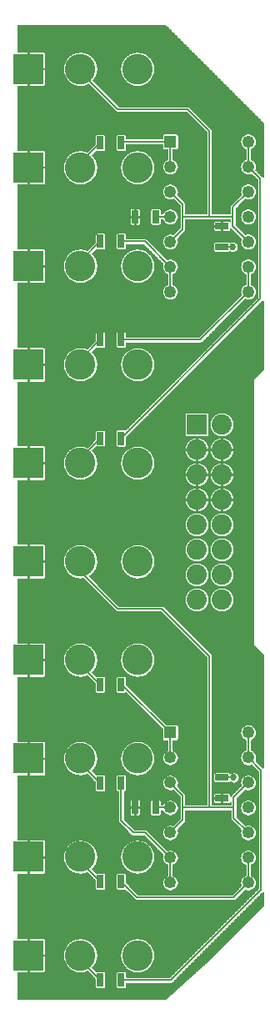
<source format=gbl>
%FSLAX33Y33*%
%MOMM*%
%AMRect-W3100000-H3100000-RO0.500*
21,1,3.1,3.1,0.,0.,270*%
%AMRect-W670710-H1320710-RO1.000*
21,1,0.67071,1.32071,0.,0.,180*%
%AMRect-W670710-H1320710-RO0.500*
21,1,0.67071,1.32071,0.,0.,270*%
%AMRect-W670710-H1320710-RO1.500*
21,1,0.67071,1.32071,0.,0.,90*%
%ADD10C,0.0508*%
%ADD11C,0.2032*%
%ADD12C,0.68834*%
%ADD13C,3.1*%
%ADD14Rect-W3100000-H3100000-RO0.500*%
%ADD15R,0.67071X1.32071*%
%ADD16R,1.25X1.25*%
%ADD17C,1.25*%
%ADD18Rect-W670710-H1320710-RO1.000*%
%ADD19Rect-W670710-H1320710-RO0.500*%
%ADD20Rect-W670710-H1320710-RO1.500*%
%ADD21R,2.049999X2.049999*%
%ADD22C,2.049999*%
D10*
%LNpour fill*%
G01*
X19826Y4427D02*
X19826Y4427D01*
X25475Y10076*
X25475Y11376*
X25428Y11395*
X16316Y2283*
X16315Y2282*
X16303Y2273*
X16292Y2262*
X16290Y2260*
X16276Y2252*
X16264Y2242*
X16261Y2240*
X16247Y2233*
X16234Y2225*
X16231Y2224*
X16217Y2219*
X16202Y2212*
X16200Y2211*
X16184Y2207*
X16169Y2202*
X16167Y2202*
X16151Y2200*
X16136Y2196*
X16133Y2196*
X16117Y2196*
X16102Y2194*
X16101Y2194*
X11590Y2194*
X11590Y1839*
X11590Y1838*
X11587Y1809*
X11587Y1807*
X11580Y1777*
X11579Y1776*
X11568Y1748*
X11567Y1746*
X11551Y1720*
X11550Y1719*
X11530Y1696*
X11529Y1695*
X11506Y1675*
X11505Y1674*
X11479Y1658*
X11477Y1657*
X11449Y1646*
X11448Y1645*
X11418Y1638*
X11416Y1638*
X11387Y1635*
X11386Y1635*
X10714Y1635*
X10713Y1635*
X10684Y1638*
X10682Y1638*
X10652Y1645*
X10651Y1646*
X10623Y1657*
X10621Y1658*
X10595Y1674*
X10594Y1675*
X10571Y1695*
X10570Y1696*
X10550Y1719*
X10549Y1720*
X10533Y1746*
X10532Y1748*
X10521Y1776*
X10520Y1777*
X10513Y1807*
X10513Y1809*
X10510Y1838*
X10510Y1839*
X10510Y3161*
X10510Y3162*
X10513Y3191*
X10513Y3193*
X10520Y3223*
X10521Y3224*
X10532Y3252*
X10533Y3254*
X10549Y3280*
X10550Y3281*
X10570Y3304*
X10571Y3305*
X10594Y3325*
X10595Y3326*
X10621Y3342*
X10623Y3343*
X10651Y3354*
X10652Y3355*
X10682Y3362*
X10684Y3362*
X10713Y3365*
X10714Y3365*
X11386Y3365*
X11387Y3365*
X11416Y3362*
X11418Y3362*
X11448Y3355*
X11449Y3354*
X11477Y3343*
X11479Y3342*
X11505Y3326*
X11506Y3325*
X11529Y3305*
X11530Y3304*
X11550Y3281*
X11551Y3280*
X11567Y3254*
X11568Y3252*
X11579Y3224*
X11580Y3223*
X11587Y3193*
X11587Y3191*
X11590Y3162*
X11590Y3161*
X11590Y2806*
X15973Y2806*
X24984Y11817*
X24984Y23633*
X24296Y24321*
X24265Y24305*
X24263Y24304*
X24071Y24257*
X24068Y24257*
X23872Y24257*
X23869Y24257*
X23677Y24304*
X23675Y24305*
X23500Y24397*
X23498Y24398*
X23350Y24529*
X23348Y24531*
X23236Y24693*
X23235Y24696*
X23165Y24880*
X23165Y24883*
X23141Y25078*
X23141Y25082*
X23165Y25277*
X23165Y25280*
X23235Y25464*
X23236Y25467*
X23348Y25629*
X23350Y25631*
X23498Y25762*
X23500Y25763*
X23664Y25849*
X23664Y26851*
X23500Y26937*
X23498Y26938*
X23350Y27069*
X23348Y27071*
X23236Y27233*
X23235Y27236*
X23165Y27420*
X23165Y27423*
X23141Y27618*
X23141Y27622*
X23165Y27817*
X23165Y27820*
X23235Y28004*
X23236Y28007*
X23348Y28169*
X23350Y28171*
X23498Y28302*
X23500Y28303*
X23675Y28395*
X23677Y28396*
X23869Y28443*
X23872Y28443*
X24068Y28443*
X24071Y28443*
X24263Y28396*
X24265Y28395*
X24440Y28303*
X24442Y28302*
X24590Y28171*
X24592Y28169*
X24704Y28007*
X24705Y28004*
X24775Y27820*
X24775Y27817*
X24799Y27622*
X24799Y27618*
X24775Y27423*
X24775Y27420*
X24705Y27236*
X24704Y27233*
X24592Y27071*
X24590Y27069*
X24442Y26938*
X24440Y26937*
X24276Y26851*
X24276Y25849*
X24440Y25763*
X24442Y25762*
X24590Y25631*
X24592Y25629*
X24704Y25467*
X24705Y25464*
X24775Y25280*
X24775Y25277*
X24799Y25082*
X24799Y25078*
X24775Y24883*
X24775Y24880*
X24727Y24755*
X25428Y24055*
X25475Y24074*
X25475Y35489*
X24478Y36486*
X24475Y36495*
X24475Y63505*
X24478Y63514*
X25475Y64511*
X25475Y71426*
X25428Y71445*
X11590Y57607*
X11590Y56839*
X11590Y56838*
X11587Y56809*
X11587Y56807*
X11580Y56777*
X11579Y56776*
X11568Y56748*
X11567Y56746*
X11551Y56720*
X11550Y56719*
X11530Y56696*
X11529Y56695*
X11506Y56675*
X11505Y56674*
X11479Y56658*
X11477Y56657*
X11449Y56646*
X11448Y56645*
X11418Y56638*
X11416Y56638*
X11387Y56635*
X11386Y56635*
X10714Y56635*
X10713Y56635*
X10684Y56638*
X10682Y56638*
X10652Y56645*
X10651Y56646*
X10623Y56657*
X10621Y56658*
X10595Y56674*
X10594Y56675*
X10571Y56695*
X10570Y56696*
X10550Y56719*
X10549Y56720*
X10533Y56746*
X10532Y56748*
X10521Y56776*
X10520Y56777*
X10513Y56807*
X10513Y56809*
X10510Y56838*
X10510Y56839*
X10510Y58161*
X10510Y58162*
X10513Y58191*
X10513Y58193*
X10520Y58223*
X10521Y58224*
X10532Y58252*
X10533Y58254*
X10549Y58280*
X10550Y58281*
X10570Y58304*
X10571Y58305*
X10594Y58325*
X10595Y58326*
X10621Y58342*
X10623Y58343*
X10651Y58354*
X10652Y58355*
X10682Y58362*
X10684Y58362*
X10713Y58365*
X10714Y58365*
X11386Y58365*
X11387Y58365*
X11416Y58362*
X11418Y58362*
X11468Y58350*
X24894Y71777*
X24894Y83723*
X24296Y84321*
X24265Y84305*
X24263Y84304*
X24071Y84257*
X24068Y84257*
X23872Y84257*
X23869Y84257*
X23677Y84304*
X23675Y84305*
X23500Y84397*
X23498Y84398*
X23350Y84529*
X23348Y84531*
X23236Y84693*
X23235Y84696*
X23165Y84880*
X23165Y84883*
X23141Y85078*
X23141Y85082*
X23165Y85277*
X23165Y85280*
X23235Y85464*
X23236Y85467*
X23348Y85629*
X23350Y85631*
X23498Y85762*
X23500Y85763*
X23664Y85849*
X23664Y86851*
X23500Y86937*
X23498Y86938*
X23350Y87069*
X23348Y87071*
X23236Y87233*
X23235Y87236*
X23165Y87420*
X23165Y87423*
X23141Y87618*
X23141Y87622*
X23165Y87817*
X23165Y87820*
X23235Y88004*
X23236Y88007*
X23348Y88169*
X23350Y88171*
X23498Y88302*
X23500Y88303*
X23675Y88395*
X23677Y88396*
X23869Y88443*
X23872Y88443*
X24068Y88443*
X24071Y88443*
X24263Y88396*
X24265Y88395*
X24440Y88303*
X24442Y88302*
X24590Y88171*
X24592Y88169*
X24704Y88007*
X24705Y88004*
X24775Y87820*
X24775Y87817*
X24799Y87622*
X24799Y87618*
X24775Y87423*
X24775Y87420*
X24705Y87236*
X24704Y87233*
X24592Y87071*
X24590Y87069*
X24442Y86938*
X24440Y86937*
X24276Y86851*
X24276Y85849*
X24440Y85763*
X24442Y85762*
X24590Y85631*
X24592Y85629*
X24704Y85467*
X24705Y85464*
X24775Y85280*
X24775Y85277*
X24799Y85082*
X24799Y85078*
X24775Y84883*
X24775Y84880*
X24727Y84755*
X25428Y84055*
X25475Y84074*
X25475Y89489*
X15489Y99475*
X0525Y99475*
X0525Y96754*
X1522Y96754*
X1536Y96739*
X1536Y96531*
X1663Y96531*
X1663Y96739*
X1678Y96754*
X3150Y96754*
X3151Y96754*
X3181Y96752*
X3183Y96752*
X3212Y96745*
X3214Y96744*
X3242Y96732*
X3244Y96731*
X3269Y96716*
X3271Y96715*
X3294Y96695*
X3295Y96694*
X3315Y96671*
X3316Y96669*
X3331Y96644*
X3332Y96642*
X3344Y96614*
X3345Y96612*
X3352Y96583*
X3352Y96581*
X3354Y96551*
X3354Y96550*
X3354Y95078*
X3339Y95064*
X3131Y95064*
X3131Y94936*
X3339Y94936*
X3354Y94922*
X3354Y93450*
X3354Y93449*
X3352Y93419*
X3352Y93417*
X3345Y93388*
X3344Y93386*
X3332Y93358*
X3331Y93356*
X3316Y93331*
X3315Y93329*
X3295Y93306*
X3294Y93305*
X3271Y93285*
X3269Y93284*
X3244Y93269*
X3242Y93268*
X3214Y93256*
X3212Y93255*
X3183Y93248*
X3181Y93248*
X3152Y93246*
X3151Y93246*
X1678Y93246*
X1663Y93261*
X1663Y93469*
X1536Y93469*
X1536Y93261*
X1522Y93246*
X0525Y93246*
X0525Y86754*
X1522Y86754*
X1536Y86739*
X1536Y86531*
X1663Y86531*
X1663Y86739*
X1678Y86754*
X3150Y86754*
X3151Y86754*
X3181Y86752*
X3183Y86752*
X3212Y86745*
X3214Y86744*
X3242Y86732*
X3244Y86731*
X3269Y86716*
X3271Y86715*
X3294Y86695*
X3295Y86694*
X3315Y86671*
X3316Y86669*
X3331Y86644*
X3332Y86642*
X3344Y86614*
X3345Y86612*
X3352Y86583*
X3352Y86581*
X3354Y86551*
X3354Y86550*
X3354Y85078*
X3339Y85064*
X3131Y85064*
X3131Y84936*
X3339Y84936*
X3354Y84922*
X3354Y83450*
X3354Y83449*
X3352Y83419*
X3352Y83417*
X3345Y83388*
X3344Y83386*
X3332Y83358*
X3331Y83356*
X3316Y83331*
X3315Y83329*
X3295Y83306*
X3294Y83305*
X3271Y83285*
X3269Y83284*
X3244Y83269*
X3242Y83268*
X3214Y83256*
X3212Y83255*
X3183Y83248*
X3181Y83248*
X3152Y83246*
X3151Y83246*
X1678Y83246*
X1663Y83261*
X1663Y83469*
X1536Y83469*
X1536Y83261*
X1522Y83246*
X0525Y83246*
X0525Y76754*
X1522Y76754*
X1536Y76739*
X1536Y76531*
X1663Y76531*
X1663Y76739*
X1678Y76754*
X3150Y76754*
X3151Y76754*
X3181Y76752*
X3183Y76752*
X3212Y76745*
X3214Y76744*
X3242Y76732*
X3244Y76731*
X3269Y76716*
X3271Y76715*
X3294Y76695*
X3295Y76694*
X3315Y76671*
X3316Y76669*
X3331Y76644*
X3332Y76642*
X3344Y76614*
X3345Y76612*
X3352Y76583*
X3352Y76581*
X3354Y76551*
X3354Y76550*
X3354Y75078*
X3339Y75064*
X3131Y75064*
X3131Y74936*
X3339Y74936*
X3354Y74922*
X3354Y73450*
X3354Y73449*
X3352Y73419*
X3352Y73417*
X3345Y73388*
X3344Y73386*
X3332Y73358*
X3331Y73356*
X3316Y73331*
X3315Y73329*
X3295Y73306*
X3294Y73305*
X3271Y73285*
X3269Y73284*
X3244Y73269*
X3242Y73268*
X3214Y73256*
X3212Y73255*
X3183Y73248*
X3181Y73248*
X3152Y73246*
X3151Y73246*
X1678Y73246*
X1663Y73261*
X1663Y73469*
X1536Y73469*
X1536Y73261*
X1522Y73246*
X0525Y73246*
X0525Y66754*
X1522Y66754*
X1536Y66739*
X1536Y66531*
X1663Y66531*
X1663Y66739*
X1678Y66754*
X3150Y66754*
X3151Y66754*
X3181Y66752*
X3183Y66752*
X3212Y66745*
X3214Y66744*
X3242Y66732*
X3244Y66731*
X3269Y66716*
X3271Y66715*
X3294Y66695*
X3295Y66694*
X3315Y66671*
X3316Y66669*
X3331Y66644*
X3332Y66642*
X3344Y66614*
X3345Y66612*
X3352Y66583*
X3352Y66581*
X3354Y66551*
X3354Y66550*
X3354Y65078*
X3339Y65064*
X3131Y65064*
X3131Y64936*
X3339Y64936*
X3354Y64922*
X3354Y63450*
X3354Y63449*
X3352Y63419*
X3352Y63417*
X3345Y63388*
X3344Y63386*
X3332Y63358*
X3331Y63356*
X3316Y63331*
X3315Y63329*
X3295Y63306*
X3294Y63305*
X3271Y63285*
X3269Y63284*
X3244Y63269*
X3242Y63268*
X3214Y63256*
X3212Y63255*
X3183Y63248*
X3181Y63248*
X3152Y63246*
X3151Y63246*
X1678Y63246*
X1663Y63261*
X1663Y63469*
X1536Y63469*
X1536Y63261*
X1522Y63246*
X0525Y63246*
X0525Y56754*
X1522Y56754*
X1536Y56739*
X1536Y56531*
X1663Y56531*
X1663Y56739*
X1678Y56754*
X3150Y56754*
X3151Y56754*
X3181Y56752*
X3183Y56752*
X3212Y56745*
X3214Y56744*
X3242Y56732*
X3244Y56731*
X3269Y56716*
X3271Y56715*
X3294Y56695*
X3295Y56694*
X3315Y56671*
X3316Y56669*
X3331Y56644*
X3332Y56642*
X3344Y56614*
X3345Y56612*
X3352Y56583*
X3352Y56581*
X3354Y56551*
X3354Y56550*
X3354Y55078*
X3339Y55063*
X3131Y55063*
X3131Y54937*
X3339Y54937*
X3354Y54922*
X3354Y53450*
X3354Y53449*
X3352Y53419*
X3352Y53417*
X3345Y53388*
X3344Y53386*
X3332Y53358*
X3331Y53356*
X3316Y53331*
X3315Y53329*
X3295Y53306*
X3294Y53305*
X3271Y53285*
X3269Y53284*
X3244Y53269*
X3242Y53268*
X3214Y53256*
X3212Y53255*
X3183Y53248*
X3181Y53248*
X3152Y53246*
X3151Y53246*
X1678Y53246*
X1663Y53261*
X1663Y53469*
X1536Y53469*
X1536Y53261*
X1522Y53246*
X0525Y53246*
X0525Y46754*
X1522Y46754*
X1536Y46739*
X1536Y46531*
X1663Y46531*
X1663Y46739*
X1678Y46754*
X3150Y46754*
X3151Y46754*
X3181Y46752*
X3183Y46752*
X3212Y46745*
X3214Y46744*
X3242Y46732*
X3244Y46731*
X3269Y46716*
X3271Y46715*
X3294Y46695*
X3295Y46694*
X3315Y46671*
X3316Y46669*
X3331Y46644*
X3332Y46642*
X3344Y46614*
X3345Y46612*
X3352Y46583*
X3352Y46581*
X3354Y46551*
X3354Y46550*
X3354Y45078*
X3339Y45063*
X3131Y45063*
X3131Y44937*
X3339Y44937*
X3354Y44922*
X3354Y43450*
X3354Y43449*
X3352Y43419*
X3352Y43417*
X3345Y43388*
X3344Y43386*
X3332Y43358*
X3331Y43356*
X3316Y43331*
X3315Y43329*
X3295Y43306*
X3294Y43305*
X3271Y43285*
X3269Y43284*
X3244Y43269*
X3242Y43268*
X3214Y43256*
X3212Y43255*
X3183Y43248*
X3181Y43248*
X3152Y43246*
X3151Y43246*
X1678Y43246*
X1663Y43261*
X1663Y43469*
X1536Y43469*
X1536Y43261*
X1522Y43246*
X0525Y43246*
X0525Y36754*
X1522Y36754*
X1536Y36739*
X1536Y36531*
X1663Y36531*
X1663Y36739*
X1678Y36754*
X3150Y36754*
X3151Y36754*
X3181Y36752*
X3183Y36752*
X3212Y36745*
X3214Y36744*
X3242Y36732*
X3244Y36731*
X3269Y36716*
X3271Y36715*
X3294Y36695*
X3295Y36694*
X3315Y36671*
X3316Y36669*
X3331Y36644*
X3332Y36642*
X3344Y36614*
X3345Y36612*
X3352Y36583*
X3352Y36581*
X3354Y36551*
X3354Y36550*
X3354Y35078*
X3339Y35063*
X3131Y35063*
X3131Y34937*
X3339Y34937*
X3354Y34922*
X3354Y33450*
X3354Y33449*
X3352Y33419*
X3352Y33417*
X3345Y33388*
X3344Y33386*
X3332Y33358*
X3331Y33356*
X3316Y33331*
X3315Y33329*
X3295Y33306*
X3294Y33305*
X3271Y33285*
X3269Y33284*
X3244Y33269*
X3242Y33268*
X3214Y33256*
X3212Y33255*
X3183Y33248*
X3181Y33248*
X3152Y33246*
X3151Y33246*
X1678Y33246*
X1663Y33261*
X1663Y33469*
X1536Y33469*
X1536Y33261*
X1522Y33246*
X0525Y33246*
X0525Y26754*
X1522Y26754*
X1536Y26739*
X1536Y26531*
X1663Y26531*
X1663Y26739*
X1678Y26754*
X3150Y26754*
X3151Y26754*
X3181Y26752*
X3183Y26752*
X3212Y26745*
X3214Y26744*
X3242Y26732*
X3244Y26731*
X3269Y26716*
X3271Y26715*
X3294Y26695*
X3295Y26694*
X3315Y26671*
X3316Y26669*
X3331Y26644*
X3332Y26642*
X3344Y26614*
X3345Y26612*
X3352Y26583*
X3352Y26581*
X3354Y26551*
X3354Y26550*
X3354Y25078*
X3339Y25064*
X3131Y25064*
X3131Y24936*
X3339Y24936*
X3354Y24922*
X3354Y23450*
X3354Y23449*
X3352Y23419*
X3352Y23417*
X3345Y23388*
X3344Y23386*
X3332Y23358*
X3331Y23356*
X3316Y23331*
X3315Y23329*
X3295Y23306*
X3294Y23305*
X3271Y23285*
X3269Y23284*
X3244Y23269*
X3242Y23268*
X3214Y23256*
X3212Y23255*
X3183Y23248*
X3181Y23248*
X3152Y23246*
X3151Y23246*
X1678Y23246*
X1663Y23261*
X1663Y23469*
X1536Y23469*
X1536Y23261*
X1522Y23246*
X0525Y23246*
X0525Y16754*
X1522Y16754*
X1536Y16739*
X1536Y16531*
X1663Y16531*
X1663Y16739*
X1678Y16754*
X3150Y16754*
X3151Y16754*
X3181Y16752*
X3183Y16752*
X3212Y16745*
X3214Y16744*
X3242Y16732*
X3244Y16731*
X3269Y16716*
X3271Y16715*
X3294Y16695*
X3295Y16694*
X3315Y16671*
X3316Y16669*
X3331Y16644*
X3332Y16642*
X3344Y16614*
X3345Y16612*
X3352Y16583*
X3352Y16581*
X3354Y16551*
X3354Y16550*
X3354Y15078*
X3339Y15063*
X3131Y15063*
X3131Y14937*
X3339Y14937*
X3354Y14922*
X3354Y13450*
X3354Y13449*
X3352Y13419*
X3352Y13417*
X3345Y13388*
X3344Y13386*
X3332Y13358*
X3331Y13356*
X3316Y13331*
X3315Y13329*
X3295Y13306*
X3294Y13305*
X3271Y13285*
X3269Y13284*
X3244Y13269*
X3242Y13268*
X3214Y13256*
X3212Y13255*
X3183Y13248*
X3181Y13248*
X3152Y13246*
X3151Y13246*
X1678Y13246*
X1663Y13261*
X1663Y13469*
X1536Y13469*
X1536Y13261*
X1522Y13246*
X0525Y13246*
X0525Y6754*
X1522Y6754*
X1536Y6739*
X1536Y6531*
X1663Y6531*
X1663Y6739*
X1678Y6754*
X3150Y6754*
X3151Y6754*
X3181Y6752*
X3183Y6752*
X3212Y6745*
X3214Y6744*
X3242Y6732*
X3244Y6731*
X3269Y6716*
X3271Y6715*
X3294Y6695*
X3295Y6694*
X3315Y6671*
X3316Y6669*
X3331Y6644*
X3332Y6642*
X3344Y6614*
X3345Y6612*
X3352Y6583*
X3352Y6581*
X3354Y6551*
X3354Y6550*
X3354Y5078*
X3339Y5064*
X3131Y5064*
X3131Y4936*
X3339Y4936*
X3354Y4922*
X3354Y3450*
X3354Y3449*
X3352Y3419*
X3352Y3417*
X3345Y3388*
X3344Y3386*
X3332Y3358*
X3331Y3356*
X3316Y3331*
X3315Y3329*
X3295Y3306*
X3294Y3305*
X3271Y3285*
X3269Y3284*
X3244Y3269*
X3242Y3268*
X3214Y3256*
X3212Y3255*
X3183Y3248*
X3181Y3248*
X3152Y3246*
X3151Y3246*
X1678Y3246*
X1663Y3261*
X1663Y3469*
X1536Y3469*
X1536Y3261*
X1522Y3246*
X0525Y3246*
X0525Y0525*
X15490Y0525*
X19826Y4427*
X12700Y93271D02*
X12315Y93315D01*
X11950Y93442*
X11622Y93648*
X11348Y93922*
X11142Y94250*
X11015Y94615*
X10971Y95000*
X11015Y95385*
X11142Y95750*
X11348Y96078*
X11622Y96352*
X11950Y96558*
X12315Y96685*
X12700Y96729*
X13085Y96685*
X13450Y96558*
X13778Y96352*
X14052Y96078*
X14258Y95750*
X14385Y95385*
X14429Y95000*
X14385Y94615*
X14258Y94250*
X14052Y93922*
X13778Y93648*
X13450Y93442*
X13085Y93315*
X12700Y93271*
X16127Y76662D02*
X15933Y76662D01*
X15745Y76708*
X15573Y76798*
X15428Y76927*
X15318Y77086*
X15250Y77268*
X15226Y77460*
X15250Y77652*
X15318Y77834*
X15428Y77993*
X15573Y78122*
X15745Y78212*
X15933Y78258*
X16127Y78258*
X16315Y78212*
X16361Y78187*
X17020Y78846*
X17020Y81154*
X16361Y81813*
X16315Y81788*
X16127Y81742*
X15933Y81742*
X15745Y81788*
X15573Y81878*
X15428Y82007*
X15318Y82166*
X15250Y82348*
X15226Y82540*
X15250Y82732*
X15318Y82914*
X15428Y83073*
X15573Y83202*
X15745Y83292*
X15933Y83338*
X16127Y83338*
X16315Y83292*
X16487Y83202*
X16632Y83073*
X16742Y82914*
X16810Y82732*
X16834Y82540*
X16810Y82348*
X16758Y82209*
X17498Y81468*
X17508Y81456*
X17519Y81445*
X17528Y81431*
X17537Y81419*
X17544Y81405*
X17553Y81392*
X17558Y81377*
X17565Y81363*
X17568Y81347*
X17573Y81332*
X17575Y81317*
X17579Y81301*
X17579Y81286*
X17580Y81270*
X17580Y80280*
X19720Y80280*
X19720Y88584*
X17684Y90620*
X10715Y90620*
X10699Y90621*
X10683Y90621*
X10668Y90625*
X10652Y90627*
X10637Y90632*
X10622Y90635*
X10608Y90642*
X10593Y90647*
X10580Y90656*
X10565Y90663*
X10553Y90672*
X10540Y90681*
X10529Y90692*
X10516Y90702*
X7727Y93491*
X7650Y93442*
X7285Y93315*
X6900Y93271*
X6515Y93315*
X6150Y93442*
X5822Y93648*
X5548Y93922*
X5342Y94250*
X5215Y94615*
X5171Y95000*
X5215Y95385*
X5342Y95750*
X5548Y96078*
X5822Y96352*
X6150Y96558*
X6515Y96685*
X6900Y96729*
X7285Y96685*
X7650Y96558*
X7978Y96352*
X8252Y96078*
X8458Y95750*
X8585Y95385*
X8629Y95000*
X8585Y94615*
X8458Y94250*
X8252Y93922*
X8170Y93841*
X10831Y91180*
X17800Y91180*
X17816Y91179*
X17831Y91179*
X17847Y91175*
X17862Y91173*
X17877Y91168*
X17893Y91165*
X17907Y91158*
X17922Y91153*
X17935Y91144*
X17949Y91137*
X17961Y91128*
X17975Y91119*
X17986Y91108*
X17998Y91098*
X20198Y88898*
X20208Y88886*
X20219Y88875*
X20228Y88861*
X20237Y88849*
X20244Y88835*
X20253Y88822*
X20258Y88807*
X20265Y88793*
X20268Y88777*
X20273Y88762*
X20275Y88747*
X20279Y88731*
X20279Y88716*
X20280Y88700*
X20280Y80280*
X22120Y80280*
X22120Y80970*
X22121Y80986*
X22121Y81001*
X22125Y81017*
X22127Y81032*
X22132Y81047*
X22135Y81063*
X22142Y81077*
X22147Y81092*
X22156Y81105*
X22163Y81119*
X22172Y81131*
X22181Y81145*
X22192Y81156*
X22202Y81168*
X23242Y82209*
X23190Y82348*
X23166Y82540*
X23190Y82732*
X23258Y82914*
X23368Y83073*
X23513Y83202*
X23685Y83292*
X23873Y83338*
X24067Y83338*
X24255Y83292*
X24427Y83202*
X24572Y83073*
X24682Y82914*
X24750Y82732*
X24774Y82540*
X24750Y82348*
X24682Y82166*
X24572Y82007*
X24427Y81878*
X24255Y81788*
X24067Y81742*
X23873Y81742*
X23685Y81788*
X23639Y81813*
X22680Y80854*
X22680Y79146*
X23639Y78187*
X23685Y78212*
X23873Y78258*
X24067Y78258*
X24255Y78212*
X24427Y78122*
X24572Y77993*
X24682Y77834*
X24750Y77652*
X24774Y77460*
X24750Y77268*
X24682Y77086*
X24572Y76927*
X24427Y76798*
X24255Y76708*
X24067Y76662*
X23873Y76662*
X23685Y76708*
X23513Y76798*
X23368Y76927*
X23258Y77086*
X23190Y77268*
X23166Y77460*
X23190Y77652*
X23242Y77791*
X22218Y78816*
X22139Y78783*
X22139Y78715*
X22137Y78687*
X22130Y78659*
X22120Y78633*
X22105Y78610*
X22087Y78588*
X22065Y78570*
X22042Y78555*
X22016Y78545*
X21988Y78538*
X21960Y78536*
X21389Y78536*
X21389Y78759*
X21211Y78759*
X21211Y78536*
X20640Y78536*
X20612Y78538*
X20584Y78545*
X20558Y78555*
X20535Y78570*
X20513Y78588*
X20495Y78610*
X20480Y78633*
X20470Y78659*
X20463Y78687*
X20461Y78715*
X20461Y78961*
X20684Y78961*
X20684Y79139*
X20461Y79139*
X20461Y79385*
X20463Y79413*
X20470Y79441*
X20480Y79467*
X20495Y79490*
X20513Y79512*
X20535Y79530*
X20558Y79545*
X20584Y79555*
X20612Y79562*
X20640Y79564*
X21211Y79564*
X21211Y79341*
X21389Y79341*
X21389Y79564*
X21960Y79564*
X21988Y79562*
X22016Y79555*
X22120Y79512*
X22120Y79720*
X17580Y79720*
X17580Y78730*
X17579Y78714*
X17579Y78699*
X17575Y78683*
X17573Y78668*
X17568Y78653*
X17565Y78637*
X17558Y78623*
X17553Y78608*
X17544Y78595*
X17537Y78581*
X17528Y78569*
X17519Y78555*
X17508Y78544*
X17498Y78532*
X16758Y77791*
X16810Y77652*
X16834Y77460*
X16810Y77268*
X16742Y77086*
X16632Y76927*
X16487Y76798*
X16315Y76708*
X16127Y76662*
X16127Y84282D02*
X15933Y84282D01*
X15745Y84328*
X15573Y84418*
X15428Y84547*
X15318Y84706*
X15250Y84888*
X15226Y85080*
X15250Y85272*
X15318Y85454*
X15428Y85613*
X15573Y85742*
X15750Y85834*
X15750Y86816*
X15405Y86816*
X15377Y86818*
X15350Y86825*
X15324Y86836*
X15300Y86850*
X15279Y86869*
X15260Y86890*
X15246Y86914*
X15235Y86940*
X15228Y86967*
X15226Y86995*
X15226Y87340*
X11564Y87340*
X11564Y86840*
X11562Y86812*
X11555Y86784*
X11545Y86758*
X11530Y86735*
X11512Y86713*
X11490Y86695*
X11467Y86680*
X11441Y86670*
X11413Y86663*
X11385Y86661*
X10715Y86661*
X10687Y86663*
X10659Y86670*
X10633Y86680*
X10610Y86695*
X10588Y86713*
X10570Y86735*
X10555Y86758*
X10545Y86784*
X10538Y86812*
X10536Y86840*
X10536Y88160*
X10538Y88188*
X10545Y88216*
X10555Y88242*
X10570Y88265*
X10588Y88287*
X10610Y88305*
X10633Y88320*
X10659Y88330*
X10687Y88337*
X10715Y88339*
X11385Y88339*
X11413Y88337*
X11441Y88330*
X11467Y88320*
X11490Y88305*
X11512Y88287*
X11530Y88265*
X11545Y88242*
X11555Y88216*
X11562Y88188*
X11564Y88160*
X11564Y87900*
X15226Y87900*
X15226Y88245*
X15228Y88273*
X15235Y88300*
X15246Y88326*
X15260Y88350*
X15279Y88371*
X15300Y88390*
X15324Y88404*
X15350Y88415*
X15377Y88422*
X15405Y88424*
X16655Y88424*
X16683Y88422*
X16710Y88415*
X16736Y88404*
X16760Y88390*
X16781Y88371*
X16800Y88350*
X16814Y88326*
X16825Y88300*
X16832Y88273*
X16834Y88245*
X16834Y86995*
X16832Y86967*
X16825Y86940*
X16814Y86914*
X16800Y86890*
X16781Y86869*
X16760Y86850*
X16736Y86836*
X16710Y86825*
X16683Y86818*
X16655Y86816*
X16310Y86816*
X16310Y85834*
X16487Y85742*
X16632Y85613*
X16742Y85454*
X16810Y85272*
X16834Y85080*
X16810Y84888*
X16742Y84706*
X16632Y84547*
X16487Y84418*
X16315Y84328*
X16127Y84282*
X6900Y83271D02*
X6515Y83315D01*
X6150Y83442*
X5822Y83648*
X5548Y83922*
X5342Y84250*
X5215Y84615*
X5171Y85000*
X5215Y85385*
X5342Y85750*
X5548Y86078*
X5822Y86352*
X6150Y86558*
X6515Y86685*
X6900Y86729*
X7285Y86685*
X7621Y86568*
X8436Y87382*
X8436Y88160*
X8438Y88188*
X8445Y88216*
X8455Y88242*
X8470Y88265*
X8488Y88287*
X8510Y88305*
X8533Y88320*
X8559Y88330*
X8587Y88337*
X8615Y88339*
X9285Y88339*
X9313Y88337*
X9341Y88330*
X9367Y88320*
X9390Y88305*
X9412Y88287*
X9430Y88265*
X9445Y88242*
X9455Y88216*
X9462Y88188*
X9464Y88160*
X9464Y86840*
X9462Y86812*
X9455Y86784*
X9445Y86758*
X9430Y86735*
X9412Y86713*
X9390Y86695*
X9367Y86680*
X9341Y86670*
X9313Y86663*
X9285Y86661*
X8615Y86661*
X8587Y86663*
X8525Y86678*
X8088Y86241*
X8252Y86078*
X8458Y85750*
X8585Y85385*
X8629Y85000*
X8585Y84615*
X8458Y84250*
X8252Y83922*
X7978Y83648*
X7650Y83442*
X7285Y83315*
X6900Y83271*
X12700Y83271D02*
X12315Y83315D01*
X11950Y83442*
X11622Y83648*
X11348Y83922*
X11142Y84250*
X11015Y84615*
X10971Y85000*
X11015Y85385*
X11142Y85750*
X11348Y86078*
X11622Y86352*
X11950Y86558*
X12315Y86685*
X12700Y86729*
X13085Y86685*
X13450Y86558*
X13778Y86352*
X14052Y86078*
X14258Y85750*
X14385Y85385*
X14429Y85000*
X14385Y84615*
X14258Y84250*
X14052Y83922*
X13778Y83648*
X13450Y83442*
X13085Y83315*
X12700Y83271*
X12785Y79161D02*
X12539Y79161D01*
X12539Y79384*
X12361Y79384*
X12361Y79161*
X12115Y79161*
X12087Y79163*
X12059Y79170*
X12033Y79180*
X12010Y79195*
X11988Y79213*
X11970Y79235*
X11955Y79258*
X11945Y79284*
X11938Y79312*
X11936Y79340*
X11936Y79911*
X12159Y79911*
X12159Y80089*
X11936Y80089*
X11936Y80660*
X11938Y80688*
X11945Y80716*
X11955Y80742*
X11970Y80765*
X11988Y80787*
X12010Y80805*
X12033Y80820*
X12059Y80830*
X12087Y80837*
X12115Y80839*
X12361Y80839*
X12361Y80616*
X12539Y80616*
X12539Y80839*
X12785Y80839*
X12813Y80837*
X12841Y80830*
X12867Y80820*
X12890Y80805*
X12912Y80787*
X12930Y80765*
X12945Y80742*
X12955Y80716*
X12962Y80688*
X12964Y80660*
X12964Y80089*
X12741Y80089*
X12741Y79911*
X12964Y79911*
X12964Y79340*
X12962Y79312*
X12955Y79284*
X12945Y79258*
X12930Y79235*
X12912Y79213*
X12890Y79195*
X12867Y79180*
X12841Y79170*
X12813Y79163*
X12785Y79161*
X14885Y79161D02*
X14215Y79161D01*
X14187Y79163*
X14159Y79170*
X14133Y79180*
X14110Y79195*
X14088Y79213*
X14070Y79235*
X14055Y79258*
X14045Y79284*
X14038Y79312*
X14036Y79340*
X14036Y80660*
X14038Y80688*
X14045Y80716*
X14055Y80742*
X14070Y80765*
X14088Y80787*
X14110Y80805*
X14133Y80820*
X14159Y80830*
X14187Y80837*
X14215Y80839*
X14885Y80839*
X14913Y80837*
X14941Y80830*
X14967Y80820*
X14990Y80805*
X15012Y80787*
X15030Y80765*
X15045Y80742*
X15055Y80716*
X15062Y80688*
X15064Y80660*
X15064Y80280*
X15283Y80280*
X15318Y80374*
X15428Y80533*
X15573Y80662*
X15745Y80752*
X15933Y80798*
X16127Y80798*
X16315Y80752*
X16487Y80662*
X16632Y80533*
X16742Y80374*
X16810Y80192*
X16834Y80000*
X16810Y79808*
X16742Y79626*
X16632Y79467*
X16487Y79338*
X16315Y79248*
X16127Y79202*
X15933Y79202*
X15745Y79248*
X15573Y79338*
X15428Y79467*
X15318Y79626*
X15283Y79720*
X15064Y79720*
X15064Y79340*
X15062Y79312*
X15055Y79284*
X15045Y79258*
X15030Y79235*
X15012Y79213*
X14990Y79195*
X14967Y79180*
X14941Y79170*
X14913Y79163*
X14885Y79161*
X24067Y79202D02*
X23873Y79202D01*
X23685Y79248*
X23513Y79338*
X23368Y79467*
X23258Y79626*
X23190Y79808*
X23166Y80000*
X23190Y80192*
X23258Y80374*
X23368Y80533*
X23513Y80662*
X23685Y80752*
X23873Y80798*
X24067Y80798*
X24255Y80752*
X24427Y80662*
X24572Y80533*
X24682Y80374*
X24750Y80192*
X24774Y80000*
X24750Y79808*
X24682Y79626*
X24572Y79467*
X24427Y79338*
X24255Y79248*
X24067Y79202*
X6900Y73271D02*
X6515Y73315D01*
X6150Y73442*
X5822Y73648*
X5548Y73922*
X5342Y74250*
X5215Y74615*
X5171Y75000*
X5215Y75385*
X5342Y75750*
X5548Y76078*
X5822Y76352*
X6150Y76558*
X6515Y76685*
X6900Y76729*
X7285Y76685*
X7621Y76568*
X8436Y77382*
X8436Y78160*
X8438Y78188*
X8445Y78216*
X8455Y78242*
X8470Y78265*
X8488Y78287*
X8510Y78305*
X8533Y78320*
X8559Y78330*
X8587Y78337*
X8615Y78339*
X9285Y78339*
X9313Y78337*
X9341Y78330*
X9367Y78320*
X9390Y78305*
X9412Y78287*
X9430Y78265*
X9445Y78242*
X9455Y78216*
X9462Y78188*
X9464Y78160*
X9464Y76840*
X9462Y76812*
X9455Y76784*
X9445Y76758*
X9430Y76735*
X9412Y76713*
X9390Y76695*
X9367Y76680*
X9341Y76670*
X9313Y76663*
X9285Y76661*
X8615Y76661*
X8587Y76663*
X8525Y76678*
X8088Y76241*
X8252Y76078*
X8458Y75750*
X8585Y75385*
X8629Y75000*
X8585Y74615*
X8458Y74250*
X8252Y73922*
X7978Y73648*
X7650Y73442*
X7285Y73315*
X6900Y73271*
X16127Y71582D02*
X15933Y71582D01*
X15745Y71628*
X15573Y71718*
X15428Y71847*
X15318Y72006*
X15250Y72188*
X15226Y72380*
X15250Y72572*
X15318Y72754*
X15428Y72913*
X15573Y73042*
X15750Y73134*
X15750Y74166*
X15573Y74258*
X15428Y74387*
X15318Y74546*
X15250Y74728*
X15226Y74920*
X15250Y75112*
X15302Y75251*
X13334Y77220*
X11564Y77220*
X11564Y76840*
X11562Y76812*
X11555Y76784*
X11545Y76758*
X11530Y76735*
X11512Y76713*
X11490Y76695*
X11467Y76680*
X11441Y76670*
X11413Y76663*
X11385Y76661*
X10715Y76661*
X10687Y76663*
X10659Y76670*
X10633Y76680*
X10610Y76695*
X10588Y76713*
X10570Y76735*
X10555Y76758*
X10545Y76784*
X10538Y76812*
X10536Y76840*
X10536Y78160*
X10538Y78188*
X10545Y78216*
X10555Y78242*
X10570Y78265*
X10588Y78287*
X10610Y78305*
X10633Y78320*
X10659Y78330*
X10687Y78337*
X10715Y78339*
X11385Y78339*
X11413Y78337*
X11441Y78330*
X11467Y78320*
X11490Y78305*
X11512Y78287*
X11530Y78265*
X11545Y78242*
X11555Y78216*
X11562Y78188*
X11564Y78160*
X11564Y77780*
X13450Y77780*
X13466Y77779*
X13481Y77779*
X13497Y77775*
X13512Y77773*
X13527Y77768*
X13543Y77765*
X13557Y77758*
X13572Y77753*
X13585Y77744*
X13599Y77737*
X13611Y77728*
X13625Y77719*
X13636Y77708*
X13648Y77698*
X15699Y75647*
X15745Y75672*
X15933Y75718*
X16127Y75718*
X16315Y75672*
X16487Y75582*
X16632Y75453*
X16742Y75294*
X16810Y75112*
X16834Y74920*
X16810Y74728*
X16742Y74546*
X16632Y74387*
X16487Y74258*
X16310Y74166*
X16310Y73134*
X16487Y73042*
X16632Y72913*
X16742Y72754*
X16810Y72572*
X16834Y72380*
X16810Y72188*
X16742Y72006*
X16632Y71847*
X16487Y71718*
X16315Y71628*
X16127Y71582*
X22463Y76431D02*
X22337Y76431D01*
X22215Y76461*
X22116Y76513*
X22065Y76470*
X22042Y76455*
X22016Y76445*
X21988Y76438*
X21960Y76436*
X20640Y76436*
X20612Y76438*
X20584Y76445*
X20558Y76455*
X20535Y76470*
X20513Y76488*
X20495Y76510*
X20480Y76533*
X20470Y76559*
X20463Y76587*
X20461Y76615*
X20461Y77285*
X20463Y77313*
X20470Y77341*
X20480Y77367*
X20495Y77390*
X20513Y77412*
X20535Y77430*
X20558Y77445*
X20584Y77455*
X20612Y77462*
X20640Y77464*
X21960Y77464*
X21988Y77462*
X22016Y77455*
X22042Y77445*
X22065Y77430*
X22116Y77387*
X22215Y77439*
X22337Y77469*
X22463Y77469*
X22585Y77439*
X22697Y77380*
X22791Y77297*
X22863Y77193*
X22908Y77075*
X22923Y76950*
X22908Y76825*
X22863Y76707*
X22791Y76603*
X22697Y76520*
X22585Y76461*
X22463Y76431*
X12700Y73271D02*
X12315Y73315D01*
X11950Y73442*
X11622Y73648*
X11348Y73922*
X11142Y74250*
X11015Y74615*
X10971Y75000*
X11015Y75385*
X11142Y75750*
X11348Y76078*
X11622Y76352*
X11950Y76558*
X12315Y76685*
X12700Y76729*
X13085Y76685*
X13450Y76558*
X13778Y76352*
X14052Y76078*
X14258Y75750*
X14385Y75385*
X14429Y75000*
X14385Y74615*
X14258Y74250*
X14052Y73922*
X13778Y73648*
X13450Y73442*
X13085Y73315*
X12700Y73271*
X11385Y66661D02*
X10715Y66661D01*
X10687Y66663*
X10659Y66670*
X10633Y66680*
X10610Y66695*
X10588Y66713*
X10570Y66735*
X10555Y66758*
X10545Y66784*
X10538Y66812*
X10536Y66840*
X10536Y68160*
X10538Y68188*
X10545Y68216*
X10555Y68242*
X10570Y68265*
X10588Y68287*
X10610Y68305*
X10633Y68320*
X10659Y68330*
X10687Y68337*
X10715Y68339*
X11385Y68339*
X11413Y68337*
X11441Y68330*
X11467Y68320*
X11490Y68305*
X11512Y68287*
X11530Y68265*
X11545Y68242*
X11555Y68216*
X11562Y68188*
X11564Y68160*
X11564Y67780*
X18974Y67780*
X23242Y72049*
X23190Y72188*
X23166Y72380*
X23190Y72572*
X23258Y72754*
X23368Y72913*
X23513Y73042*
X23690Y73134*
X23690Y74166*
X23513Y74258*
X23368Y74387*
X23258Y74546*
X23190Y74728*
X23166Y74920*
X23190Y75112*
X23258Y75294*
X23368Y75453*
X23513Y75582*
X23685Y75672*
X23873Y75718*
X24067Y75718*
X24255Y75672*
X24427Y75582*
X24572Y75453*
X24682Y75294*
X24750Y75112*
X24774Y74920*
X24750Y74728*
X24682Y74546*
X24572Y74387*
X24427Y74258*
X24250Y74166*
X24250Y73134*
X24427Y73042*
X24572Y72913*
X24682Y72754*
X24750Y72572*
X24774Y72380*
X24750Y72188*
X24682Y72006*
X24572Y71847*
X24427Y71718*
X24255Y71628*
X24067Y71582*
X23873Y71582*
X23685Y71628*
X23639Y71653*
X19288Y67302*
X19276Y67292*
X19265Y67281*
X19251Y67272*
X19239Y67263*
X19225Y67256*
X19212Y67247*
X19197Y67242*
X19183Y67235*
X19167Y67232*
X19152Y67227*
X19137Y67225*
X19121Y67221*
X19106Y67221*
X19090Y67220*
X11564Y67220*
X11564Y66840*
X11562Y66812*
X11555Y66784*
X11545Y66758*
X11530Y66735*
X11512Y66713*
X11490Y66695*
X11467Y66680*
X11441Y66670*
X11413Y66663*
X11385Y66661*
X6900Y63271D02*
X6515Y63315D01*
X6150Y63442*
X5822Y63648*
X5548Y63922*
X5342Y64250*
X5215Y64615*
X5171Y65000*
X5215Y65385*
X5342Y65750*
X5548Y66078*
X5822Y66352*
X6150Y66558*
X6515Y66685*
X6900Y66729*
X7285Y66685*
X7621Y66568*
X8436Y67382*
X8436Y68160*
X8438Y68188*
X8445Y68216*
X8455Y68242*
X8470Y68265*
X8488Y68287*
X8510Y68305*
X8533Y68320*
X8559Y68330*
X8587Y68337*
X8615Y68339*
X9285Y68339*
X9313Y68337*
X9341Y68330*
X9367Y68320*
X9390Y68305*
X9412Y68287*
X9430Y68265*
X9445Y68242*
X9455Y68216*
X9462Y68188*
X9464Y68160*
X9464Y66840*
X9462Y66812*
X9455Y66784*
X9445Y66758*
X9430Y66735*
X9412Y66713*
X9390Y66695*
X9367Y66680*
X9341Y66670*
X9313Y66663*
X9285Y66661*
X8615Y66661*
X8587Y66663*
X8525Y66678*
X8088Y66241*
X8252Y66078*
X8458Y65750*
X8585Y65385*
X8629Y65000*
X8585Y64615*
X8458Y64250*
X8252Y63922*
X7978Y63648*
X7650Y63442*
X7285Y63315*
X6900Y63271*
X12700Y63271D02*
X12315Y63315D01*
X11950Y63442*
X11622Y63648*
X11348Y63922*
X11142Y64250*
X11015Y64615*
X10971Y65000*
X11015Y65385*
X11142Y65750*
X11348Y66078*
X11622Y66352*
X11950Y66558*
X12315Y66685*
X12700Y66729*
X13085Y66685*
X13450Y66558*
X13778Y66352*
X14052Y66078*
X14258Y65750*
X14385Y65385*
X14429Y65000*
X14385Y64615*
X14258Y64250*
X14052Y63922*
X13778Y63648*
X13450Y63442*
X13085Y63315*
X12700Y63271*
X19755Y57686D02*
X17705Y57686D01*
X17677Y57688*
X17650Y57695*
X17624Y57706*
X17600Y57720*
X17579Y57739*
X17560Y57760*
X17546Y57784*
X17535Y57810*
X17528Y57837*
X17526Y57865*
X17526Y59915*
X17528Y59943*
X17535Y59970*
X17546Y59996*
X17560Y60020*
X17579Y60041*
X17600Y60060*
X17624Y60074*
X17650Y60085*
X17677Y60092*
X17705Y60094*
X19755Y60094*
X19783Y60092*
X19810Y60085*
X19836Y60074*
X19860Y60060*
X19881Y60041*
X19900Y60020*
X19914Y59996*
X19925Y59970*
X19932Y59943*
X19934Y59915*
X19934Y57865*
X19932Y57837*
X19925Y57810*
X19914Y57784*
X19900Y57760*
X19881Y57739*
X19860Y57720*
X19836Y57706*
X19810Y57695*
X19783Y57688*
X19755Y57686*
X21270Y57686D02*
X21002Y57716D01*
X20748Y57805*
X20519Y57949*
X20329Y58139*
X20185Y58368*
X20096Y58622*
X20066Y58890*
X20096Y59158*
X20185Y59412*
X20329Y59641*
X20519Y59831*
X20748Y59975*
X21002Y60064*
X21270Y60094*
X21538Y60064*
X21792Y59975*
X22021Y59831*
X22211Y59641*
X22355Y59412*
X22444Y59158*
X22474Y58890*
X22444Y58622*
X22355Y58368*
X22211Y58139*
X22021Y57949*
X21792Y57805*
X21538Y57716*
X21270Y57686*
X6900Y53271D02*
X6515Y53315D01*
X6150Y53442*
X5822Y53648*
X5548Y53922*
X5342Y54250*
X5215Y54615*
X5171Y55000*
X5215Y55385*
X5342Y55750*
X5548Y56078*
X5822Y56352*
X6150Y56558*
X6515Y56685*
X6900Y56729*
X7285Y56685*
X7621Y56568*
X8436Y57382*
X8436Y58160*
X8438Y58188*
X8445Y58216*
X8455Y58242*
X8470Y58265*
X8488Y58287*
X8510Y58305*
X8533Y58320*
X8559Y58330*
X8587Y58337*
X8615Y58339*
X9285Y58339*
X9313Y58337*
X9341Y58330*
X9367Y58320*
X9390Y58305*
X9412Y58287*
X9430Y58265*
X9445Y58242*
X9455Y58216*
X9462Y58188*
X9464Y58160*
X9464Y56840*
X9462Y56812*
X9455Y56784*
X9445Y56758*
X9430Y56735*
X9412Y56713*
X9390Y56695*
X9367Y56680*
X9341Y56670*
X9313Y56663*
X9285Y56661*
X8615Y56661*
X8587Y56663*
X8525Y56678*
X8088Y56241*
X8252Y56078*
X8458Y55750*
X8585Y55385*
X8629Y55000*
X8585Y54615*
X8458Y54250*
X8252Y53922*
X7978Y53648*
X7650Y53442*
X7285Y53315*
X6900Y53271*
X18641Y55156D02*
X18462Y55176D01*
X18208Y55265*
X17979Y55409*
X17789Y55599*
X17645Y55828*
X17556Y56082*
X17536Y56261*
X17749Y56261*
X17749Y56439*
X17536Y56439*
X17556Y56618*
X17645Y56872*
X17789Y57101*
X17979Y57291*
X18208Y57435*
X18462Y57524*
X18641Y57544*
X18641Y57323*
X18819Y57323*
X18819Y57544*
X18998Y57524*
X19252Y57435*
X19481Y57291*
X19671Y57101*
X19815Y56872*
X19904Y56618*
X19924Y56439*
X19711Y56439*
X19711Y56261*
X19924Y56261*
X19904Y56082*
X19815Y55828*
X19671Y55599*
X19481Y55409*
X19252Y55265*
X18998Y55176*
X18819Y55156*
X18819Y55377*
X18641Y55377*
X18641Y55156*
X21181Y55156D02*
X21002Y55176D01*
X20748Y55265*
X20519Y55409*
X20329Y55599*
X20185Y55828*
X20096Y56082*
X20076Y56261*
X20289Y56261*
X20289Y56439*
X20076Y56439*
X20096Y56618*
X20185Y56872*
X20329Y57101*
X20519Y57291*
X20748Y57435*
X21002Y57524*
X21181Y57544*
X21181Y57323*
X21359Y57323*
X21359Y57544*
X21538Y57524*
X21792Y57435*
X22021Y57291*
X22211Y57101*
X22355Y56872*
X22444Y56618*
X22464Y56439*
X22251Y56439*
X22251Y56261*
X22464Y56261*
X22444Y56082*
X22355Y55828*
X22211Y55599*
X22021Y55409*
X21792Y55265*
X21538Y55176*
X21359Y55156*
X21359Y55377*
X21181Y55377*
X21181Y55156*
X12700Y53271D02*
X12315Y53315D01*
X11950Y53442*
X11622Y53648*
X11348Y53922*
X11142Y54250*
X11015Y54615*
X10971Y55000*
X11015Y55385*
X11142Y55750*
X11348Y56078*
X11622Y56352*
X11950Y56558*
X12315Y56685*
X12700Y56729*
X13085Y56685*
X13450Y56558*
X13778Y56352*
X14052Y56078*
X14258Y55750*
X14385Y55385*
X14429Y55000*
X14385Y54615*
X14258Y54250*
X14052Y53922*
X13778Y53648*
X13450Y53442*
X13085Y53315*
X12700Y53271*
X18641Y52616D02*
X18462Y52636D01*
X18208Y52725*
X17979Y52869*
X17789Y53059*
X17645Y53288*
X17556Y53542*
X17536Y53721*
X17749Y53721*
X17749Y53899*
X17536Y53899*
X17556Y54078*
X17645Y54332*
X17789Y54561*
X17979Y54751*
X18208Y54895*
X18462Y54984*
X18641Y55004*
X18641Y54783*
X18819Y54783*
X18819Y55004*
X18998Y54984*
X19252Y54895*
X19481Y54751*
X19671Y54561*
X19815Y54332*
X19904Y54078*
X19924Y53899*
X19711Y53899*
X19711Y53721*
X19924Y53721*
X19904Y53542*
X19815Y53288*
X19671Y53059*
X19481Y52869*
X19252Y52725*
X18998Y52636*
X18819Y52616*
X18819Y52837*
X18641Y52837*
X18641Y52616*
X21181Y52616D02*
X21002Y52636D01*
X20748Y52725*
X20519Y52869*
X20329Y53059*
X20185Y53288*
X20096Y53542*
X20076Y53721*
X20289Y53721*
X20289Y53899*
X20076Y53899*
X20096Y54078*
X20185Y54332*
X20329Y54561*
X20519Y54751*
X20748Y54895*
X21002Y54984*
X21181Y55004*
X21181Y54783*
X21359Y54783*
X21359Y55004*
X21538Y54984*
X21792Y54895*
X22021Y54751*
X22211Y54561*
X22355Y54332*
X22444Y54078*
X22464Y53899*
X22251Y53899*
X22251Y53721*
X22464Y53721*
X22444Y53542*
X22355Y53288*
X22211Y53059*
X22021Y52869*
X21792Y52725*
X21538Y52636*
X21359Y52616*
X21359Y52837*
X21181Y52837*
X21181Y52616*
X18641Y50076D02*
X18462Y50096D01*
X18208Y50185*
X17979Y50329*
X17789Y50519*
X17645Y50748*
X17556Y51002*
X17536Y51181*
X17749Y51181*
X17749Y51359*
X17536Y51359*
X17556Y51538*
X17645Y51792*
X17789Y52021*
X17979Y52211*
X18208Y52355*
X18462Y52444*
X18641Y52464*
X18641Y52243*
X18819Y52243*
X18819Y52464*
X18998Y52444*
X19252Y52355*
X19481Y52211*
X19671Y52021*
X19815Y51792*
X19904Y51538*
X19924Y51359*
X19711Y51359*
X19711Y51181*
X19924Y51181*
X19904Y51002*
X19815Y50748*
X19671Y50519*
X19481Y50329*
X19252Y50185*
X18998Y50096*
X18819Y50076*
X18819Y50297*
X18641Y50297*
X18641Y50076*
X21181Y50076D02*
X21002Y50096D01*
X20748Y50185*
X20519Y50329*
X20329Y50519*
X20185Y50748*
X20096Y51002*
X20076Y51181*
X20289Y51181*
X20289Y51359*
X20076Y51359*
X20096Y51538*
X20185Y51792*
X20329Y52021*
X20519Y52211*
X20748Y52355*
X21002Y52444*
X21181Y52464*
X21181Y52243*
X21359Y52243*
X21359Y52464*
X21538Y52444*
X21792Y52355*
X22021Y52211*
X22211Y52021*
X22355Y51792*
X22444Y51538*
X22464Y51359*
X22251Y51359*
X22251Y51181*
X22464Y51181*
X22444Y51002*
X22355Y50748*
X22211Y50519*
X22021Y50329*
X21792Y50185*
X21538Y50096*
X21359Y50076*
X21359Y50297*
X21181Y50297*
X21181Y50076*
X21270Y47526D02*
X21002Y47556D01*
X20748Y47645*
X20519Y47789*
X20329Y47979*
X20185Y48208*
X20096Y48462*
X20066Y48730*
X20096Y48998*
X20185Y49252*
X20329Y49481*
X20519Y49671*
X20748Y49815*
X21002Y49904*
X21270Y49934*
X21538Y49904*
X21792Y49815*
X22021Y49671*
X22211Y49481*
X22355Y49252*
X22444Y48998*
X22474Y48730*
X22444Y48462*
X22355Y48208*
X22211Y47979*
X22021Y47789*
X21792Y47645*
X21538Y47556*
X21270Y47526*
X18730Y47526D02*
X18462Y47556D01*
X18208Y47645*
X17979Y47789*
X17789Y47979*
X17645Y48208*
X17556Y48462*
X17526Y48730*
X17556Y48998*
X17645Y49252*
X17789Y49481*
X17979Y49671*
X18208Y49815*
X18462Y49904*
X18730Y49934*
X18998Y49904*
X19252Y49815*
X19481Y49671*
X19671Y49481*
X19815Y49252*
X19904Y48998*
X19934Y48730*
X19904Y48462*
X19815Y48208*
X19671Y47979*
X19481Y47789*
X19252Y47645*
X18998Y47556*
X18730Y47526*
X21270Y44986D02*
X21002Y45016D01*
X20748Y45105*
X20519Y45249*
X20329Y45439*
X20185Y45668*
X20096Y45922*
X20066Y46190*
X20096Y46458*
X20185Y46712*
X20329Y46941*
X20519Y47131*
X20748Y47275*
X21002Y47364*
X21270Y47394*
X21538Y47364*
X21792Y47275*
X22021Y47131*
X22211Y46941*
X22355Y46712*
X22444Y46458*
X22474Y46190*
X22444Y45922*
X22355Y45668*
X22211Y45439*
X22021Y45249*
X21792Y45105*
X21538Y45016*
X21270Y44986*
X18730Y44986D02*
X18462Y45016D01*
X18208Y45105*
X17979Y45249*
X17789Y45439*
X17645Y45668*
X17556Y45922*
X17526Y46190*
X17556Y46458*
X17645Y46712*
X17789Y46941*
X17979Y47131*
X18208Y47275*
X18462Y47364*
X18730Y47394*
X18998Y47364*
X19252Y47275*
X19481Y47131*
X19671Y46941*
X19815Y46712*
X19904Y46458*
X19934Y46190*
X19904Y45922*
X19815Y45668*
X19671Y45439*
X19481Y45249*
X19252Y45105*
X18998Y45016*
X18730Y44986*
X12700Y43271D02*
X12315Y43315D01*
X11950Y43442*
X11622Y43648*
X11348Y43922*
X11142Y44250*
X11015Y44615*
X10971Y45000*
X11015Y45385*
X11142Y45750*
X11348Y46078*
X11622Y46352*
X11950Y46558*
X12315Y46685*
X12700Y46729*
X13085Y46685*
X13450Y46558*
X13778Y46352*
X14052Y46078*
X14258Y45750*
X14385Y45385*
X14429Y45000*
X14385Y44615*
X14258Y44250*
X14052Y43922*
X13778Y43648*
X13450Y43442*
X13085Y43315*
X12700Y43271*
X16127Y16662D02*
X15933Y16662D01*
X15745Y16708*
X15573Y16798*
X15428Y16927*
X15318Y17086*
X15250Y17268*
X15226Y17460*
X15250Y17652*
X15318Y17834*
X15428Y17993*
X15573Y18122*
X15745Y18212*
X15933Y18258*
X16127Y18258*
X16315Y18212*
X16361Y18187*
X17020Y18846*
X17020Y21114*
X16339Y21794*
X16127Y21742*
X15933Y21742*
X15745Y21788*
X15573Y21878*
X15428Y22007*
X15318Y22166*
X15250Y22348*
X15226Y22540*
X15250Y22732*
X15318Y22914*
X15428Y23073*
X15573Y23202*
X15745Y23292*
X15933Y23338*
X16127Y23338*
X16315Y23292*
X16487Y23202*
X16632Y23073*
X16742Y22914*
X16810Y22732*
X16834Y22540*
X16810Y22348*
X16747Y22180*
X17498Y21428*
X17508Y21416*
X17519Y21405*
X17528Y21391*
X17537Y21379*
X17544Y21365*
X17553Y21352*
X17558Y21337*
X17565Y21323*
X17568Y21307*
X17573Y21292*
X17575Y21277*
X17579Y21261*
X17579Y21246*
X17580Y21230*
X17580Y20280*
X19720Y20280*
X19720Y35284*
X15084Y39920*
X10700Y39920*
X10684Y39921*
X10669Y39921*
X10653Y39925*
X10638Y39927*
X10623Y39932*
X10607Y39935*
X10593Y39942*
X10578Y39947*
X10565Y39956*
X10551Y39963*
X10539Y39972*
X10525Y39981*
X10514Y39992*
X10502Y40002*
X7199Y43305*
X6900Y43271*
X6515Y43315*
X6150Y43442*
X5822Y43648*
X5548Y43922*
X5342Y44250*
X5215Y44615*
X5171Y45000*
X5215Y45385*
X5342Y45750*
X5548Y46078*
X5822Y46352*
X6150Y46558*
X6515Y46685*
X6900Y46729*
X7285Y46685*
X7650Y46558*
X7978Y46352*
X8252Y46078*
X8458Y45750*
X8585Y45385*
X8629Y45000*
X8585Y44615*
X8458Y44250*
X8252Y43922*
X7978Y43648*
X7775Y43521*
X10816Y40480*
X15200Y40480*
X15216Y40479*
X15231Y40479*
X15247Y40475*
X15262Y40473*
X15277Y40468*
X15293Y40465*
X15307Y40458*
X15322Y40453*
X15335Y40444*
X15349Y40437*
X15361Y40428*
X15375Y40419*
X15386Y40408*
X15398Y40398*
X20198Y35598*
X20208Y35586*
X20219Y35575*
X20228Y35561*
X20237Y35549*
X20244Y35535*
X20253Y35522*
X20258Y35507*
X20265Y35493*
X20268Y35477*
X20273Y35462*
X20275Y35447*
X20279Y35431*
X20279Y35416*
X20280Y35400*
X20280Y20280*
X22220Y20280*
X22220Y20516*
X22137Y20546*
X22087Y20488*
X22065Y20470*
X22042Y20455*
X22016Y20445*
X21988Y20438*
X21960Y20436*
X21389Y20436*
X21389Y20659*
X21211Y20659*
X21211Y20436*
X20640Y20436*
X20612Y20438*
X20584Y20445*
X20558Y20455*
X20535Y20470*
X20513Y20488*
X20495Y20510*
X20480Y20533*
X20470Y20559*
X20463Y20587*
X20461Y20615*
X20461Y20861*
X20684Y20861*
X20684Y21039*
X20461Y21039*
X20461Y21285*
X20463Y21313*
X20470Y21341*
X20480Y21367*
X20495Y21390*
X20513Y21412*
X20535Y21430*
X20558Y21445*
X20584Y21455*
X20612Y21462*
X20640Y21464*
X21211Y21464*
X21211Y21241*
X21389Y21241*
X21389Y21464*
X21960Y21464*
X21988Y21462*
X22016Y21455*
X22042Y21445*
X22065Y21430*
X22087Y21412*
X22105Y21390*
X22120Y21367*
X22130Y21341*
X22137Y21313*
X22139Y21285*
X22139Y21190*
X22238Y21168*
X22263Y21219*
X22272Y21231*
X22281Y21245*
X22292Y21256*
X22302Y21268*
X23242Y22209*
X23190Y22348*
X23166Y22540*
X23190Y22732*
X23258Y22914*
X23368Y23073*
X23513Y23202*
X23685Y23292*
X23873Y23338*
X24067Y23338*
X24255Y23292*
X24427Y23202*
X24572Y23073*
X24682Y22914*
X24750Y22732*
X24774Y22540*
X24750Y22348*
X24682Y22166*
X24572Y22007*
X24427Y21878*
X24255Y21788*
X24067Y21742*
X23873Y21742*
X23685Y21788*
X23639Y21813*
X22780Y20954*
X22780Y19046*
X23639Y18187*
X23685Y18212*
X23873Y18258*
X24067Y18258*
X24255Y18212*
X24427Y18122*
X24572Y17993*
X24682Y17834*
X24750Y17652*
X24774Y17460*
X24750Y17268*
X24682Y17086*
X24572Y16927*
X24427Y16798*
X24255Y16708*
X24067Y16662*
X23873Y16662*
X23685Y16708*
X23513Y16798*
X23368Y16927*
X23258Y17086*
X23190Y17268*
X23166Y17460*
X23190Y17652*
X23242Y17791*
X22302Y18732*
X22292Y18744*
X22281Y18755*
X22272Y18769*
X22263Y18781*
X22256Y18795*
X22247Y18808*
X22242Y18823*
X22235Y18837*
X22232Y18853*
X22227Y18868*
X22225Y18883*
X22221Y18899*
X22221Y18914*
X22220Y18930*
X22220Y19720*
X17580Y19720*
X17580Y18730*
X17579Y18714*
X17579Y18699*
X17575Y18683*
X17573Y18668*
X17568Y18653*
X17565Y18637*
X17558Y18623*
X17553Y18608*
X17544Y18595*
X17537Y18581*
X17528Y18569*
X17519Y18555*
X17508Y18544*
X17498Y18532*
X16758Y17791*
X16810Y17652*
X16834Y17460*
X16810Y17268*
X16742Y17086*
X16632Y16927*
X16487Y16798*
X16315Y16708*
X16127Y16662*
X21270Y42446D02*
X21002Y42476D01*
X20748Y42565*
X20519Y42709*
X20329Y42899*
X20185Y43128*
X20096Y43382*
X20066Y43650*
X20096Y43918*
X20185Y44172*
X20329Y44401*
X20519Y44591*
X20748Y44735*
X21002Y44824*
X21270Y44854*
X21538Y44824*
X21792Y44735*
X22021Y44591*
X22211Y44401*
X22355Y44172*
X22444Y43918*
X22474Y43650*
X22444Y43382*
X22355Y43128*
X22211Y42899*
X22021Y42709*
X21792Y42565*
X21538Y42476*
X21270Y42446*
X18730Y42446D02*
X18462Y42476D01*
X18208Y42565*
X17979Y42709*
X17789Y42899*
X17645Y43128*
X17556Y43382*
X17526Y43650*
X17556Y43918*
X17645Y44172*
X17789Y44401*
X17979Y44591*
X18208Y44735*
X18462Y44824*
X18730Y44854*
X18998Y44824*
X19252Y44735*
X19481Y44591*
X19671Y44401*
X19815Y44172*
X19904Y43918*
X19934Y43650*
X19904Y43382*
X19815Y43128*
X19671Y42899*
X19481Y42709*
X19252Y42565*
X18998Y42476*
X18730Y42446*
X21270Y39906D02*
X21002Y39936D01*
X20748Y40025*
X20519Y40169*
X20329Y40359*
X20185Y40588*
X20096Y40842*
X20066Y41110*
X20096Y41378*
X20185Y41632*
X20329Y41861*
X20519Y42051*
X20748Y42195*
X21002Y42284*
X21270Y42314*
X21538Y42284*
X21792Y42195*
X22021Y42051*
X22211Y41861*
X22355Y41632*
X22444Y41378*
X22474Y41110*
X22444Y40842*
X22355Y40588*
X22211Y40359*
X22021Y40169*
X21792Y40025*
X21538Y39936*
X21270Y39906*
X18730Y39906D02*
X18462Y39936D01*
X18208Y40025*
X17979Y40169*
X17789Y40359*
X17645Y40588*
X17556Y40842*
X17526Y41110*
X17556Y41378*
X17645Y41632*
X17789Y41861*
X17979Y42051*
X18208Y42195*
X18462Y42284*
X18730Y42314*
X18998Y42284*
X19252Y42195*
X19481Y42051*
X19671Y41861*
X19815Y41632*
X19904Y41378*
X19934Y41110*
X19904Y40842*
X19815Y40588*
X19671Y40359*
X19481Y40169*
X19252Y40025*
X18998Y39936*
X18730Y39906*
X12700Y33271D02*
X12315Y33315D01*
X11950Y33442*
X11622Y33648*
X11348Y33922*
X11142Y34250*
X11015Y34615*
X10971Y35000*
X11015Y35385*
X11142Y35750*
X11348Y36078*
X11622Y36352*
X11950Y36558*
X12315Y36685*
X12700Y36729*
X13085Y36685*
X13450Y36558*
X13778Y36352*
X14052Y36078*
X14258Y35750*
X14385Y35385*
X14429Y35000*
X14385Y34615*
X14258Y34250*
X14052Y33922*
X13778Y33648*
X13450Y33442*
X13085Y33315*
X12700Y33271*
X9285Y31661D02*
X8615Y31661D01*
X8587Y31663*
X8559Y31670*
X8533Y31680*
X8510Y31695*
X8488Y31713*
X8470Y31735*
X8455Y31758*
X8445Y31784*
X8438Y31812*
X8436Y31840*
X8436Y32618*
X7621Y33432*
X7285Y33315*
X6900Y33271*
X6515Y33315*
X6150Y33442*
X5822Y33648*
X5548Y33922*
X5342Y34250*
X5215Y34615*
X5171Y35000*
X5215Y35385*
X5342Y35750*
X5548Y36078*
X5822Y36352*
X6150Y36558*
X6515Y36685*
X6900Y36729*
X7285Y36685*
X7650Y36558*
X7978Y36352*
X8252Y36078*
X8458Y35750*
X8585Y35385*
X8629Y35000*
X8585Y34615*
X8458Y34250*
X8252Y33922*
X8088Y33759*
X8525Y33322*
X8587Y33337*
X8615Y33339*
X9285Y33339*
X9313Y33337*
X9341Y33330*
X9367Y33320*
X9390Y33305*
X9412Y33287*
X9430Y33265*
X9445Y33242*
X9455Y33216*
X9462Y33188*
X9464Y33160*
X9464Y31840*
X9462Y31812*
X9455Y31784*
X9445Y31758*
X9430Y31735*
X9412Y31713*
X9390Y31695*
X9367Y31680*
X9341Y31670*
X9313Y31663*
X9285Y31661*
X16127Y24282D02*
X15933Y24282D01*
X15745Y24328*
X15573Y24418*
X15428Y24547*
X15318Y24706*
X15250Y24888*
X15226Y25080*
X15250Y25272*
X15318Y25454*
X15428Y25613*
X15573Y25742*
X15750Y25834*
X15750Y26816*
X15405Y26816*
X15377Y26818*
X15350Y26825*
X15324Y26836*
X15300Y26850*
X15279Y26869*
X15260Y26890*
X15246Y26914*
X15235Y26940*
X15228Y26967*
X15226Y26995*
X15226Y28027*
X11533Y31721*
X11467Y31680*
X11441Y31670*
X11413Y31663*
X11385Y31661*
X10715Y31661*
X10687Y31663*
X10659Y31670*
X10633Y31680*
X10610Y31695*
X10588Y31713*
X10570Y31735*
X10555Y31758*
X10545Y31784*
X10538Y31812*
X10536Y31840*
X10536Y33160*
X10538Y33188*
X10545Y33216*
X10555Y33242*
X10570Y33265*
X10588Y33287*
X10610Y33305*
X10633Y33320*
X10659Y33330*
X10687Y33337*
X10715Y33339*
X11385Y33339*
X11413Y33337*
X11441Y33330*
X11467Y33320*
X11490Y33305*
X11512Y33287*
X11530Y33265*
X11545Y33242*
X11555Y33216*
X11562Y33188*
X11564Y33160*
X11564Y32482*
X15623Y28424*
X16655Y28424*
X16683Y28422*
X16710Y28415*
X16736Y28404*
X16760Y28390*
X16781Y28371*
X16800Y28350*
X16814Y28326*
X16825Y28300*
X16832Y28273*
X16834Y28245*
X16834Y26995*
X16832Y26967*
X16825Y26940*
X16814Y26914*
X16800Y26890*
X16781Y26869*
X16760Y26850*
X16736Y26836*
X16710Y26825*
X16683Y26818*
X16655Y26816*
X16310Y26816*
X16310Y25834*
X16487Y25742*
X16632Y25613*
X16742Y25454*
X16810Y25272*
X16834Y25080*
X16810Y24888*
X16742Y24706*
X16632Y24547*
X16487Y24418*
X16315Y24328*
X16127Y24282*
X12700Y23271D02*
X12315Y23315D01*
X11950Y23442*
X11622Y23648*
X11348Y23922*
X11142Y24250*
X11015Y24615*
X10971Y25000*
X11015Y25385*
X11142Y25750*
X11348Y26078*
X11622Y26352*
X11950Y26558*
X12315Y26685*
X12700Y26729*
X13085Y26685*
X13450Y26558*
X13778Y26352*
X14052Y26078*
X14258Y25750*
X14385Y25385*
X14429Y25000*
X14385Y24615*
X14258Y24250*
X14052Y23922*
X13778Y23648*
X13450Y23442*
X13085Y23315*
X12700Y23271*
X9285Y21661D02*
X8615Y21661D01*
X8587Y21663*
X8559Y21670*
X8533Y21680*
X8510Y21695*
X8488Y21713*
X8470Y21735*
X8455Y21758*
X8445Y21784*
X8438Y21812*
X8436Y21840*
X8436Y22618*
X7621Y23432*
X7285Y23315*
X6900Y23271*
X6515Y23315*
X6150Y23442*
X5822Y23648*
X5548Y23922*
X5342Y24250*
X5215Y24615*
X5171Y25000*
X5215Y25385*
X5342Y25750*
X5548Y26078*
X5822Y26352*
X6150Y26558*
X6515Y26685*
X6900Y26729*
X7285Y26685*
X7650Y26558*
X7978Y26352*
X8252Y26078*
X8458Y25750*
X8585Y25385*
X8629Y25000*
X8585Y24615*
X8458Y24250*
X8252Y23922*
X8088Y23759*
X8525Y23322*
X8587Y23337*
X8615Y23339*
X9285Y23339*
X9313Y23337*
X9341Y23330*
X9367Y23320*
X9390Y23305*
X9412Y23287*
X9430Y23265*
X9445Y23242*
X9455Y23216*
X9462Y23188*
X9464Y23160*
X9464Y21840*
X9462Y21812*
X9455Y21784*
X9445Y21758*
X9430Y21735*
X9412Y21713*
X9390Y21695*
X9367Y21680*
X9341Y21670*
X9313Y21663*
X9285Y21661*
X22563Y22531D02*
X22437Y22531D01*
X22315Y22561*
X22203Y22620*
X22143Y22672*
X22105Y22610*
X22087Y22588*
X22065Y22570*
X22042Y22555*
X22016Y22545*
X21988Y22538*
X21960Y22536*
X20640Y22536*
X20612Y22538*
X20584Y22545*
X20558Y22555*
X20535Y22570*
X20513Y22588*
X20495Y22610*
X20480Y22633*
X20470Y22659*
X20463Y22687*
X20461Y22715*
X20461Y23385*
X20463Y23413*
X20470Y23441*
X20480Y23467*
X20495Y23490*
X20513Y23512*
X20535Y23530*
X20558Y23545*
X20584Y23555*
X20612Y23562*
X20640Y23564*
X21960Y23564*
X21988Y23562*
X22016Y23555*
X22042Y23545*
X22065Y23530*
X22087Y23512*
X22105Y23490*
X22143Y23428*
X22203Y23480*
X22315Y23539*
X22437Y23569*
X22563Y23569*
X22685Y23539*
X22797Y23480*
X22891Y23397*
X22963Y23293*
X23008Y23175*
X23023Y23050*
X23008Y22925*
X22963Y22807*
X22891Y22703*
X22797Y22620*
X22685Y22561*
X22563Y22531*
X16127Y11582D02*
X15933Y11582D01*
X15745Y11628*
X15573Y11718*
X15428Y11847*
X15318Y12006*
X15250Y12188*
X15226Y12380*
X15250Y12572*
X15318Y12754*
X15428Y12913*
X15573Y13042*
X15750Y13134*
X15750Y14166*
X15573Y14258*
X15428Y14387*
X15318Y14546*
X15250Y14728*
X15226Y14920*
X15250Y15112*
X15302Y15251*
X13374Y17180*
X12265Y17180*
X12250Y17181*
X12234Y17181*
X12219Y17185*
X12203Y17187*
X12188Y17192*
X12173Y17195*
X12159Y17202*
X12144Y17207*
X12130Y17216*
X12116Y17223*
X12104Y17232*
X12091Y17241*
X12079Y17252*
X12067Y17262*
X10852Y18477*
X10842Y18489*
X10831Y18501*
X10822Y18514*
X10813Y18526*
X10806Y18540*
X10797Y18554*
X10792Y18569*
X10785Y18583*
X10782Y18598*
X10777Y18613*
X10775Y18629*
X10771Y18644*
X10771Y18660*
X10770Y18675*
X10770Y21657*
X10687Y21663*
X10659Y21670*
X10633Y21680*
X10610Y21695*
X10588Y21713*
X10570Y21735*
X10555Y21758*
X10545Y21784*
X10538Y21812*
X10536Y21840*
X10536Y23160*
X10538Y23188*
X10545Y23216*
X10555Y23242*
X10570Y23265*
X10588Y23287*
X10610Y23305*
X10633Y23320*
X10659Y23330*
X10687Y23337*
X10715Y23339*
X11385Y23339*
X11413Y23337*
X11441Y23330*
X11467Y23320*
X11490Y23305*
X11512Y23287*
X11530Y23265*
X11545Y23242*
X11555Y23216*
X11562Y23188*
X11564Y23160*
X11564Y21840*
X11562Y21812*
X11555Y21784*
X11545Y21758*
X11530Y21735*
X11512Y21713*
X11490Y21695*
X11467Y21680*
X11441Y21670*
X11413Y21663*
X11330Y21657*
X11330Y18791*
X12381Y17740*
X13490Y17740*
X13506Y17739*
X13521Y17739*
X13537Y17735*
X13552Y17733*
X13567Y17728*
X13583Y17725*
X13597Y17718*
X13612Y17713*
X13625Y17704*
X13639Y17697*
X13651Y17688*
X13665Y17679*
X13676Y17668*
X13688Y17658*
X15699Y15647*
X15745Y15672*
X15933Y15718*
X16127Y15718*
X16315Y15672*
X16487Y15582*
X16632Y15453*
X16742Y15294*
X16810Y15112*
X16834Y14920*
X16810Y14728*
X16742Y14546*
X16632Y14387*
X16487Y14258*
X16310Y14166*
X16310Y13134*
X16487Y13042*
X16632Y12913*
X16742Y12754*
X16810Y12572*
X16834Y12380*
X16810Y12188*
X16742Y12006*
X16632Y11847*
X16487Y11718*
X16315Y11628*
X16127Y11582*
X12785Y19161D02*
X12539Y19161D01*
X12539Y19384*
X12361Y19384*
X12361Y19161*
X12115Y19161*
X12087Y19163*
X12059Y19170*
X12033Y19180*
X12010Y19195*
X11988Y19213*
X11970Y19235*
X11955Y19258*
X11945Y19284*
X11938Y19312*
X11936Y19340*
X11936Y19911*
X12159Y19911*
X12159Y20089*
X11936Y20089*
X11936Y20660*
X11938Y20688*
X11945Y20716*
X11955Y20742*
X11970Y20765*
X11988Y20787*
X12010Y20805*
X12033Y20820*
X12059Y20830*
X12087Y20837*
X12115Y20839*
X12361Y20839*
X12361Y20616*
X12539Y20616*
X12539Y20839*
X12785Y20839*
X12813Y20837*
X12841Y20830*
X12867Y20820*
X12890Y20805*
X12912Y20787*
X12930Y20765*
X12945Y20742*
X12955Y20716*
X12962Y20688*
X12964Y20660*
X12964Y20089*
X12741Y20089*
X12741Y19911*
X12964Y19911*
X12964Y19340*
X12962Y19312*
X12955Y19284*
X12945Y19258*
X12930Y19235*
X12912Y19213*
X12890Y19195*
X12867Y19180*
X12841Y19170*
X12813Y19163*
X12785Y19161*
X14885Y19161D02*
X14215Y19161D01*
X14187Y19163*
X14159Y19170*
X14133Y19180*
X14110Y19195*
X14088Y19213*
X14070Y19235*
X14055Y19258*
X14045Y19284*
X14038Y19312*
X14036Y19340*
X14036Y20660*
X14038Y20688*
X14045Y20716*
X14055Y20742*
X14070Y20765*
X14088Y20787*
X14110Y20805*
X14133Y20820*
X14159Y20830*
X14187Y20837*
X14215Y20839*
X14885Y20839*
X14913Y20837*
X14941Y20830*
X14967Y20820*
X14990Y20805*
X15012Y20787*
X15030Y20765*
X15045Y20742*
X15055Y20716*
X15062Y20688*
X15064Y20660*
X15064Y20280*
X15283Y20280*
X15318Y20374*
X15428Y20533*
X15573Y20662*
X15745Y20752*
X15933Y20798*
X16127Y20798*
X16315Y20752*
X16487Y20662*
X16632Y20533*
X16742Y20374*
X16810Y20192*
X16834Y20000*
X16810Y19808*
X16742Y19626*
X16632Y19467*
X16487Y19338*
X16315Y19248*
X16127Y19202*
X15933Y19202*
X15745Y19248*
X15573Y19338*
X15428Y19467*
X15318Y19626*
X15283Y19720*
X15064Y19720*
X15064Y19340*
X15062Y19312*
X15055Y19284*
X15045Y19258*
X15030Y19235*
X15012Y19213*
X14990Y19195*
X14967Y19180*
X14941Y19170*
X14913Y19163*
X14885Y19161*
X24067Y19202D02*
X23873Y19202D01*
X23685Y19248*
X23513Y19338*
X23368Y19467*
X23258Y19626*
X23190Y19808*
X23166Y20000*
X23190Y20192*
X23258Y20374*
X23368Y20533*
X23513Y20662*
X23685Y20752*
X23873Y20798*
X24067Y20798*
X24255Y20752*
X24427Y20662*
X24572Y20533*
X24682Y20374*
X24750Y20192*
X24774Y20000*
X24750Y19808*
X24682Y19626*
X24572Y19467*
X24427Y19338*
X24255Y19248*
X24067Y19202*
X12700Y13271D02*
X12315Y13315D01*
X11950Y13442*
X11622Y13648*
X11348Y13922*
X11142Y14250*
X11015Y14615*
X10971Y15000*
X11015Y15385*
X11142Y15750*
X11348Y16078*
X11622Y16352*
X11950Y16558*
X12315Y16685*
X12700Y16729*
X13085Y16685*
X13450Y16558*
X13778Y16352*
X14052Y16078*
X14258Y15750*
X14385Y15385*
X14429Y15000*
X14385Y14615*
X14258Y14250*
X14052Y13922*
X13778Y13648*
X13450Y13442*
X13085Y13315*
X12700Y13271*
X9285Y11661D02*
X8615Y11661D01*
X8587Y11663*
X8559Y11670*
X8533Y11680*
X8510Y11695*
X8488Y11713*
X8470Y11735*
X8455Y11758*
X8445Y11784*
X8438Y11812*
X8436Y11840*
X8436Y12618*
X7621Y13432*
X7285Y13315*
X6900Y13271*
X6515Y13315*
X6150Y13442*
X5822Y13648*
X5548Y13922*
X5342Y14250*
X5215Y14615*
X5171Y15000*
X5215Y15385*
X5342Y15750*
X5548Y16078*
X5822Y16352*
X6150Y16558*
X6515Y16685*
X6900Y16729*
X7285Y16685*
X7650Y16558*
X7978Y16352*
X8252Y16078*
X8458Y15750*
X8585Y15385*
X8629Y15000*
X8585Y14615*
X8458Y14250*
X8252Y13922*
X8088Y13759*
X8525Y13322*
X8587Y13337*
X8615Y13339*
X9285Y13339*
X9313Y13337*
X9341Y13330*
X9367Y13320*
X9390Y13305*
X9412Y13287*
X9430Y13265*
X9445Y13242*
X9455Y13216*
X9462Y13188*
X9464Y13160*
X9464Y11840*
X9462Y11812*
X9455Y11784*
X9445Y11758*
X9430Y11735*
X9412Y11713*
X9390Y11695*
X9367Y11680*
X9341Y11670*
X9313Y11663*
X9285Y11661*
X22490Y10620D02*
X12650Y10620D01*
X12634Y10621*
X12619Y10621*
X12603Y10625*
X12588Y10627*
X12573Y10632*
X12557Y10635*
X12543Y10642*
X12528Y10647*
X12515Y10656*
X12501Y10663*
X12489Y10672*
X12475Y10681*
X12464Y10692*
X12452Y10702*
X11475Y11678*
X11413Y11663*
X11385Y11661*
X10715Y11661*
X10687Y11663*
X10659Y11670*
X10633Y11680*
X10610Y11695*
X10588Y11713*
X10570Y11735*
X10555Y11758*
X10545Y11784*
X10538Y11812*
X10536Y11840*
X10536Y13160*
X10538Y13188*
X10545Y13216*
X10555Y13242*
X10570Y13265*
X10588Y13287*
X10610Y13305*
X10633Y13320*
X10659Y13330*
X10687Y13337*
X10715Y13339*
X11385Y13339*
X11413Y13337*
X11441Y13330*
X11467Y13320*
X11490Y13305*
X11512Y13287*
X11530Y13265*
X11545Y13242*
X11555Y13216*
X11562Y13188*
X11564Y13160*
X11564Y12382*
X12766Y11180*
X22374Y11180*
X23242Y12049*
X23190Y12188*
X23166Y12380*
X23190Y12572*
X23258Y12754*
X23368Y12913*
X23513Y13042*
X23690Y13134*
X23690Y14166*
X23513Y14258*
X23368Y14387*
X23258Y14546*
X23190Y14728*
X23166Y14920*
X23190Y15112*
X23258Y15294*
X23368Y15453*
X23513Y15582*
X23685Y15672*
X23873Y15718*
X24067Y15718*
X24255Y15672*
X24427Y15582*
X24572Y15453*
X24682Y15294*
X24750Y15112*
X24774Y14920*
X24750Y14728*
X24682Y14546*
X24572Y14387*
X24427Y14258*
X24250Y14166*
X24250Y13134*
X24427Y13042*
X24572Y12913*
X24682Y12754*
X24750Y12572*
X24774Y12380*
X24750Y12188*
X24682Y12006*
X24572Y11847*
X24427Y11718*
X24255Y11628*
X24067Y11582*
X23873Y11582*
X23685Y11628*
X23639Y11653*
X22688Y10702*
X22676Y10692*
X22665Y10681*
X22651Y10672*
X22639Y10663*
X22625Y10656*
X22612Y10647*
X22597Y10642*
X22583Y10635*
X22567Y10632*
X22552Y10627*
X22537Y10625*
X22521Y10621*
X22506Y10621*
X22490Y10620*
X12700Y3271D02*
X12315Y3315D01*
X11950Y3442*
X11622Y3648*
X11348Y3922*
X11142Y4250*
X11015Y4615*
X10971Y5000*
X11015Y5385*
X11142Y5750*
X11348Y6078*
X11622Y6352*
X11950Y6558*
X12315Y6685*
X12700Y6729*
X13085Y6685*
X13450Y6558*
X13778Y6352*
X14052Y6078*
X14258Y5750*
X14385Y5385*
X14429Y5000*
X14385Y4615*
X14258Y4250*
X14052Y3922*
X13778Y3648*
X13450Y3442*
X13085Y3315*
X12700Y3271*
X9285Y1661D02*
X8615Y1661D01*
X8587Y1663*
X8559Y1670*
X8533Y1680*
X8510Y1695*
X8488Y1713*
X8470Y1735*
X8455Y1758*
X8445Y1784*
X8438Y1812*
X8436Y1840*
X8436Y2618*
X7621Y3432*
X7285Y3315*
X6900Y3271*
X6515Y3315*
X6150Y3442*
X5822Y3648*
X5548Y3922*
X5342Y4250*
X5215Y4615*
X5171Y5000*
X5215Y5385*
X5342Y5750*
X5548Y6078*
X5822Y6352*
X6150Y6558*
X6515Y6685*
X6900Y6729*
X7285Y6685*
X7650Y6558*
X7978Y6352*
X8252Y6078*
X8458Y5750*
X8585Y5385*
X8629Y5000*
X8585Y4615*
X8458Y4250*
X8252Y3922*
X8088Y3759*
X8525Y3322*
X8587Y3337*
X8615Y3339*
X9285Y3339*
X9313Y3337*
X9341Y3330*
X9367Y3320*
X9390Y3305*
X9412Y3287*
X9430Y3265*
X9445Y3242*
X9455Y3216*
X9462Y3188*
X9464Y3160*
X9464Y1840*
X9462Y1812*
X9455Y1784*
X9445Y1758*
X9430Y1735*
X9412Y1713*
X9390Y1695*
X9367Y1680*
X9341Y1670*
X9313Y1663*
X9285Y1661*
X0500Y0550D02*
X15555Y0550D01*
X0500Y0599D02*
X15610Y0599D01*
X0500Y0649D02*
X15665Y0649D01*
X0500Y0698D02*
X15720Y0698D01*
X0500Y0748D02*
X15775Y0748D01*
X0500Y0797D02*
X15830Y0797D01*
X0500Y0847D02*
X15885Y0847D01*
X0500Y0896D02*
X15940Y0896D01*
X0500Y0946D02*
X15995Y0946D01*
X0500Y0995D02*
X16050Y0995D01*
X0500Y1045D02*
X16105Y1045D01*
X0500Y1094D02*
X16160Y1094D01*
X0500Y1144D02*
X16215Y1144D01*
X0500Y1193D02*
X16270Y1193D01*
X0500Y1243D02*
X16325Y1243D01*
X0500Y1292D02*
X16381Y1292D01*
X0500Y1342D02*
X16436Y1342D01*
X0500Y1392D02*
X16491Y1392D01*
X0500Y1441D02*
X16546Y1441D01*
X0500Y1491D02*
X16601Y1491D01*
X0500Y1540D02*
X16656Y1540D01*
X0500Y1590D02*
X16711Y1590D01*
X0500Y1639D02*
X16766Y1639D01*
X0500Y1689D02*
X8478Y1689D01*
X9422Y1689D02*
X10620Y1689D01*
X11480Y1689D02*
X16821Y1689D01*
X0500Y1738D02*
X8438Y1738D01*
X9462Y1738D02*
X10568Y1738D01*
X11532Y1738D02*
X16876Y1738D01*
X0500Y1788D02*
X8418Y1788D01*
X9482Y1788D02*
X10544Y1788D01*
X11556Y1788D02*
X16931Y1788D01*
X0500Y1837D02*
X8411Y1837D01*
X9489Y1837D02*
X10536Y1837D01*
X11564Y1837D02*
X16986Y1837D01*
X0500Y1887D02*
X8410Y1887D01*
X9490Y1887D02*
X10536Y1887D01*
X11564Y1887D02*
X17041Y1887D01*
X0500Y1936D02*
X8410Y1936D01*
X9490Y1936D02*
X10536Y1936D01*
X11564Y1936D02*
X17096Y1936D01*
X0500Y1986D02*
X8410Y1986D01*
X9490Y1986D02*
X10536Y1986D01*
X11564Y1986D02*
X17151Y1986D01*
X0500Y2035D02*
X8410Y2035D01*
X9490Y2035D02*
X10536Y2035D01*
X11564Y2035D02*
X17206Y2035D01*
X0500Y2085D02*
X8410Y2085D01*
X9490Y2085D02*
X10536Y2085D01*
X11564Y2085D02*
X17261Y2085D01*
X0500Y2134D02*
X8410Y2134D01*
X9490Y2134D02*
X10536Y2134D01*
X11564Y2134D02*
X17316Y2134D01*
X0500Y2184D02*
X8410Y2184D01*
X9490Y2184D02*
X10536Y2184D01*
X11564Y2184D02*
X17371Y2184D01*
X0500Y2234D02*
X8410Y2234D01*
X9490Y2234D02*
X10536Y2234D01*
X16185Y2234D02*
X17426Y2234D01*
X0500Y2283D02*
X8410Y2283D01*
X9490Y2283D02*
X10536Y2283D01*
X16277Y2283D02*
X17481Y2283D01*
X0500Y2333D02*
X8410Y2333D01*
X9490Y2333D02*
X10536Y2333D01*
X16329Y2333D02*
X17536Y2333D01*
X0500Y2382D02*
X8410Y2382D01*
X9490Y2382D02*
X10536Y2382D01*
X16379Y2382D02*
X17591Y2382D01*
X0500Y2432D02*
X8410Y2432D01*
X9490Y2432D02*
X10536Y2432D01*
X16428Y2432D02*
X17646Y2432D01*
X0500Y2481D02*
X8410Y2481D01*
X9490Y2481D02*
X10536Y2481D01*
X16478Y2481D02*
X17701Y2481D01*
X0500Y2531D02*
X8410Y2531D01*
X9490Y2531D02*
X10536Y2531D01*
X16527Y2531D02*
X17756Y2531D01*
X0500Y2580D02*
X8410Y2580D01*
X9490Y2580D02*
X10536Y2580D01*
X16577Y2580D02*
X17811Y2580D01*
X0500Y2630D02*
X8388Y2630D01*
X9490Y2630D02*
X10536Y2630D01*
X16626Y2630D02*
X17866Y2630D01*
X0500Y2679D02*
X8338Y2679D01*
X9490Y2679D02*
X10536Y2679D01*
X16676Y2679D02*
X17921Y2679D01*
X0500Y2729D02*
X8289Y2729D01*
X9490Y2729D02*
X10536Y2729D01*
X16725Y2729D02*
X17976Y2729D01*
X0500Y2778D02*
X8239Y2778D01*
X9490Y2778D02*
X10536Y2778D01*
X16775Y2778D02*
X18032Y2778D01*
X0500Y2828D02*
X8190Y2828D01*
X9490Y2828D02*
X10536Y2828D01*
X11564Y2828D02*
X16031Y2828D01*
X16824Y2828D02*
X18087Y2828D01*
X0500Y2877D02*
X8140Y2877D01*
X9490Y2877D02*
X10536Y2877D01*
X11564Y2877D02*
X16081Y2877D01*
X16874Y2877D02*
X18142Y2877D01*
X0500Y2927D02*
X8091Y2927D01*
X9490Y2927D02*
X10536Y2927D01*
X11564Y2927D02*
X16130Y2927D01*
X16924Y2927D02*
X18197Y2927D01*
X0500Y2977D02*
X8041Y2977D01*
X9490Y2977D02*
X10536Y2977D01*
X11564Y2977D02*
X16180Y2977D01*
X16973Y2977D02*
X18252Y2977D01*
X0500Y3026D02*
X7992Y3026D01*
X9490Y3026D02*
X10536Y3026D01*
X11564Y3026D02*
X16229Y3026D01*
X17023Y3026D02*
X18307Y3026D01*
X0500Y3076D02*
X7942Y3076D01*
X9490Y3076D02*
X10536Y3076D01*
X11564Y3076D02*
X16279Y3076D01*
X17072Y3076D02*
X18362Y3076D01*
X0500Y3125D02*
X7892Y3125D01*
X9490Y3125D02*
X10536Y3125D01*
X11564Y3125D02*
X16329Y3125D01*
X17122Y3125D02*
X18417Y3125D01*
X0500Y3175D02*
X7843Y3175D01*
X9489Y3175D02*
X10537Y3175D01*
X11563Y3175D02*
X16378Y3175D01*
X17171Y3175D02*
X18472Y3175D01*
X0500Y3224D02*
X7793Y3224D01*
X9479Y3224D02*
X10548Y3224D01*
X11552Y3224D02*
X16428Y3224D01*
X17221Y3224D02*
X18527Y3224D01*
X1511Y3274D02*
X1689Y3274D01*
X3179Y3274D02*
X6651Y3274D01*
X7149Y3274D02*
X7744Y3274D01*
X9455Y3274D02*
X10577Y3274D01*
X11523Y3274D02*
X12451Y3274D01*
X12949Y3274D02*
X16477Y3274D01*
X17270Y3274D02*
X18582Y3274D01*
X1511Y3323D02*
X1689Y3323D01*
X3276Y3323D02*
X6414Y3323D01*
X7386Y3323D02*
X7694Y3323D01*
X9408Y3323D02*
X10642Y3323D01*
X11458Y3323D02*
X12214Y3323D01*
X13186Y3323D02*
X16527Y3323D01*
X17320Y3323D02*
X18637Y3323D01*
X1511Y3373D02*
X1689Y3373D01*
X3311Y3373D02*
X6272Y3373D01*
X7528Y3373D02*
X7645Y3373D01*
X8510Y3373D02*
X12072Y3373D01*
X13328Y3373D02*
X16576Y3373D01*
X17369Y3373D02*
X18692Y3373D01*
X1511Y3422D02*
X1689Y3422D01*
X3327Y3422D02*
X6134Y3422D01*
X8460Y3422D02*
X11934Y3422D01*
X13466Y3422D02*
X16626Y3422D01*
X17419Y3422D02*
X18747Y3422D01*
X1511Y3472D02*
X1689Y3472D01*
X3329Y3472D02*
X6055Y3472D01*
X8411Y3472D02*
X11855Y3472D01*
X13545Y3472D02*
X16675Y3472D01*
X17468Y3472D02*
X18802Y3472D01*
X3329Y3521D02*
X5977Y3521D01*
X8361Y3521D02*
X11777Y3521D01*
X13623Y3521D02*
X16725Y3521D01*
X17518Y3521D02*
X18857Y3521D01*
X3329Y3571D02*
X5898Y3571D01*
X8312Y3571D02*
X11698Y3571D01*
X13702Y3571D02*
X16774Y3571D01*
X17567Y3571D02*
X18912Y3571D01*
X3329Y3620D02*
X5819Y3620D01*
X8262Y3620D02*
X11619Y3620D01*
X13781Y3620D02*
X16824Y3620D01*
X17617Y3620D02*
X18967Y3620D01*
X3329Y3670D02*
X5765Y3670D01*
X8213Y3670D02*
X11565Y3670D01*
X13835Y3670D02*
X16873Y3670D01*
X17666Y3670D02*
X19022Y3670D01*
X3329Y3719D02*
X5715Y3719D01*
X8163Y3719D02*
X11515Y3719D01*
X13885Y3719D02*
X16923Y3719D01*
X17716Y3719D02*
X19077Y3719D01*
X3329Y3769D02*
X5666Y3769D01*
X8134Y3769D02*
X11466Y3769D01*
X13934Y3769D02*
X16972Y3769D01*
X17766Y3769D02*
X19132Y3769D01*
X3329Y3819D02*
X5616Y3819D01*
X8184Y3819D02*
X11416Y3819D01*
X13984Y3819D02*
X17022Y3819D01*
X17815Y3819D02*
X19187Y3819D01*
X3329Y3868D02*
X5567Y3868D01*
X8233Y3868D02*
X11367Y3868D01*
X14033Y3868D02*
X17071Y3868D01*
X17865Y3868D02*
X19242Y3868D01*
X3329Y3918D02*
X5521Y3918D01*
X8279Y3918D02*
X11321Y3918D01*
X14079Y3918D02*
X17121Y3918D01*
X17914Y3918D02*
X19297Y3918D01*
X3329Y3967D02*
X5490Y3967D01*
X8310Y3967D02*
X11290Y3967D01*
X14110Y3967D02*
X17171Y3967D01*
X17964Y3967D02*
X19352Y3967D01*
X3329Y4017D02*
X5459Y4017D01*
X8341Y4017D02*
X11259Y4017D01*
X14141Y4017D02*
X17220Y4017D01*
X18013Y4017D02*
X19407Y4017D01*
X3329Y4066D02*
X5428Y4066D01*
X8372Y4066D02*
X11228Y4066D01*
X14172Y4066D02*
X17270Y4066D01*
X18063Y4066D02*
X19462Y4066D01*
X3329Y4116D02*
X5397Y4116D01*
X8403Y4116D02*
X11197Y4116D01*
X14203Y4116D02*
X17319Y4116D01*
X18112Y4116D02*
X19517Y4116D01*
X3329Y4165D02*
X5366Y4165D01*
X8434Y4165D02*
X11166Y4165D01*
X14234Y4165D02*
X17369Y4165D01*
X18162Y4165D02*
X19572Y4165D01*
X3329Y4215D02*
X5334Y4215D01*
X8466Y4215D02*
X11134Y4215D01*
X14266Y4215D02*
X17418Y4215D01*
X18211Y4215D02*
X19627Y4215D01*
X3329Y4264D02*
X5310Y4264D01*
X8490Y4264D02*
X11110Y4264D01*
X14290Y4264D02*
X17468Y4264D01*
X18261Y4264D02*
X19683Y4264D01*
X3329Y4314D02*
X5293Y4314D01*
X8507Y4314D02*
X11093Y4314D01*
X14307Y4314D02*
X17517Y4314D01*
X18310Y4314D02*
X19738Y4314D01*
X3329Y4363D02*
X5276Y4363D01*
X8524Y4363D02*
X11076Y4363D01*
X14324Y4363D02*
X17567Y4363D01*
X18360Y4363D02*
X19793Y4363D01*
X3329Y4413D02*
X5258Y4413D01*
X8542Y4413D02*
X11058Y4413D01*
X14342Y4413D02*
X17616Y4413D01*
X18409Y4413D02*
X19847Y4413D01*
X3329Y4462D02*
X5241Y4462D01*
X8559Y4462D02*
X11041Y4462D01*
X14359Y4462D02*
X17666Y4462D01*
X18459Y4462D02*
X19897Y4462D01*
X3329Y4512D02*
X5224Y4512D01*
X8576Y4512D02*
X11024Y4512D01*
X14376Y4512D02*
X17715Y4512D01*
X18508Y4512D02*
X19946Y4512D01*
X3329Y4561D02*
X5206Y4561D01*
X8594Y4561D02*
X11006Y4561D01*
X14394Y4561D02*
X17765Y4561D01*
X18558Y4561D02*
X19996Y4561D01*
X3329Y4611D02*
X5189Y4611D01*
X8611Y4611D02*
X10989Y4611D01*
X14411Y4611D02*
X17814Y4611D01*
X18608Y4611D02*
X20045Y4611D01*
X3329Y4661D02*
X5184Y4661D01*
X8616Y4661D02*
X10984Y4661D01*
X14416Y4661D02*
X17864Y4661D01*
X18657Y4661D02*
X20095Y4661D01*
X3329Y4710D02*
X5178Y4710D01*
X8622Y4710D02*
X10978Y4710D01*
X14422Y4710D02*
X17914Y4710D01*
X18707Y4710D02*
X20144Y4710D01*
X3329Y4760D02*
X5173Y4760D01*
X8627Y4760D02*
X10973Y4760D01*
X14427Y4760D02*
X17963Y4760D01*
X18756Y4760D02*
X20194Y4760D01*
X3329Y4809D02*
X5167Y4809D01*
X8633Y4809D02*
X10967Y4809D01*
X14433Y4809D02*
X18013Y4809D01*
X18806Y4809D02*
X20243Y4809D01*
X3329Y4859D02*
X5162Y4859D01*
X8638Y4859D02*
X10962Y4859D01*
X14438Y4859D02*
X18062Y4859D01*
X18855Y4859D02*
X20293Y4859D01*
X3329Y4908D02*
X5156Y4908D01*
X8644Y4908D02*
X10956Y4908D01*
X14444Y4908D02*
X18112Y4908D01*
X18905Y4908D02*
X20342Y4908D01*
X3106Y4958D02*
X5150Y4958D01*
X8650Y4958D02*
X10950Y4958D01*
X14450Y4958D02*
X18161Y4958D01*
X18954Y4958D02*
X20392Y4958D01*
X3106Y5007D02*
X5146Y5007D01*
X8654Y5007D02*
X10946Y5007D01*
X14454Y5007D02*
X18211Y5007D01*
X19004Y5007D02*
X20442Y5007D01*
X3106Y5057D02*
X5152Y5057D01*
X8648Y5057D02*
X10952Y5057D01*
X14448Y5057D02*
X18260Y5057D01*
X19053Y5057D02*
X20491Y5057D01*
X3329Y5106D02*
X5158Y5106D01*
X8642Y5106D02*
X10958Y5106D01*
X14442Y5106D02*
X18310Y5106D01*
X19103Y5106D02*
X20541Y5106D01*
X3329Y5156D02*
X5163Y5156D01*
X8637Y5156D02*
X10963Y5156D01*
X14437Y5156D02*
X18359Y5156D01*
X19152Y5156D02*
X20590Y5156D01*
X3329Y5205D02*
X5169Y5205D01*
X8631Y5205D02*
X10969Y5205D01*
X14431Y5205D02*
X18409Y5205D01*
X19202Y5205D02*
X20640Y5205D01*
X3329Y5255D02*
X5174Y5255D01*
X8626Y5255D02*
X10974Y5255D01*
X14426Y5255D02*
X18458Y5255D01*
X19251Y5255D02*
X20689Y5255D01*
X3329Y5304D02*
X5180Y5304D01*
X8620Y5304D02*
X10980Y5304D01*
X14420Y5304D02*
X18508Y5304D01*
X19301Y5304D02*
X20739Y5304D01*
X3329Y5354D02*
X5186Y5354D01*
X8614Y5354D02*
X10986Y5354D01*
X14414Y5354D02*
X18557Y5354D01*
X19350Y5354D02*
X20788Y5354D01*
X3329Y5403D02*
X5194Y5403D01*
X8606Y5403D02*
X10994Y5403D01*
X14406Y5403D02*
X18607Y5403D01*
X19400Y5403D02*
X20838Y5403D01*
X3329Y5453D02*
X5212Y5453D01*
X8588Y5453D02*
X11012Y5453D01*
X14388Y5453D02*
X18656Y5453D01*
X19450Y5453D02*
X20887Y5453D01*
X3329Y5503D02*
X5229Y5503D01*
X8571Y5503D02*
X11029Y5503D01*
X14371Y5503D02*
X18706Y5503D01*
X19499Y5503D02*
X20937Y5503D01*
X3329Y5552D02*
X5246Y5552D01*
X8554Y5552D02*
X11046Y5552D01*
X14354Y5552D02*
X18756Y5552D01*
X19549Y5552D02*
X20986Y5552D01*
X3329Y5602D02*
X5264Y5602D01*
X8536Y5602D02*
X11064Y5602D01*
X14336Y5602D02*
X18805Y5602D01*
X19598Y5602D02*
X21036Y5602D01*
X3329Y5651D02*
X5281Y5651D01*
X8519Y5651D02*
X11081Y5651D01*
X14319Y5651D02*
X18855Y5651D01*
X19648Y5651D02*
X21085Y5651D01*
X3329Y5701D02*
X5298Y5701D01*
X8502Y5701D02*
X11098Y5701D01*
X14302Y5701D02*
X18904Y5701D01*
X19697Y5701D02*
X21135Y5701D01*
X3329Y5750D02*
X5316Y5750D01*
X8484Y5750D02*
X11116Y5750D01*
X14284Y5750D02*
X18954Y5750D01*
X19747Y5750D02*
X21184Y5750D01*
X3329Y5800D02*
X5344Y5800D01*
X8456Y5800D02*
X11144Y5800D01*
X14256Y5800D02*
X19003Y5800D01*
X19796Y5800D02*
X21234Y5800D01*
X3329Y5849D02*
X5375Y5849D01*
X8425Y5849D02*
X11175Y5849D01*
X14225Y5849D02*
X19053Y5849D01*
X19846Y5849D02*
X21284Y5849D01*
X3329Y5899D02*
X5406Y5899D01*
X8394Y5899D02*
X11206Y5899D01*
X14194Y5899D02*
X19102Y5899D01*
X19895Y5899D02*
X21333Y5899D01*
X3329Y5948D02*
X5437Y5948D01*
X8363Y5948D02*
X11237Y5948D01*
X14163Y5948D02*
X19152Y5948D01*
X19945Y5948D02*
X21383Y5948D01*
X3329Y5998D02*
X5468Y5998D01*
X8332Y5998D02*
X11268Y5998D01*
X14132Y5998D02*
X19201Y5998D01*
X19994Y5998D02*
X21432Y5998D01*
X3329Y6047D02*
X5499Y6047D01*
X8301Y6047D02*
X11299Y6047D01*
X14101Y6047D02*
X19251Y6047D01*
X20044Y6047D02*
X21482Y6047D01*
X3329Y6097D02*
X5531Y6097D01*
X8269Y6097D02*
X11331Y6097D01*
X14069Y6097D02*
X19300Y6097D01*
X20093Y6097D02*
X21531Y6097D01*
X3329Y6146D02*
X5581Y6146D01*
X8219Y6146D02*
X11381Y6146D01*
X14019Y6146D02*
X19350Y6146D01*
X20143Y6146D02*
X21581Y6146D01*
X3329Y6196D02*
X5631Y6196D01*
X8169Y6196D02*
X11431Y6196D01*
X13969Y6196D02*
X19399Y6196D01*
X20192Y6196D02*
X21630Y6196D01*
X3329Y6245D02*
X5680Y6245D01*
X8120Y6245D02*
X11480Y6245D01*
X13920Y6245D02*
X19449Y6245D01*
X20242Y6245D02*
X21680Y6245D01*
X3329Y6295D02*
X5730Y6295D01*
X8070Y6295D02*
X11530Y6295D01*
X13870Y6295D02*
X19498Y6295D01*
X20292Y6295D02*
X21729Y6295D01*
X3329Y6345D02*
X5779Y6345D01*
X8021Y6345D02*
X11579Y6345D01*
X13821Y6345D02*
X19548Y6345D01*
X20341Y6345D02*
X21779Y6345D01*
X3329Y6394D02*
X5842Y6394D01*
X7958Y6394D02*
X11642Y6394D01*
X13758Y6394D02*
X19598Y6394D01*
X20391Y6394D02*
X21828Y6394D01*
X3329Y6444D02*
X5921Y6444D01*
X7879Y6444D02*
X11721Y6444D01*
X13679Y6444D02*
X19647Y6444D01*
X20440Y6444D02*
X21878Y6444D01*
X3329Y6493D02*
X6000Y6493D01*
X7800Y6493D02*
X11800Y6493D01*
X13600Y6493D02*
X19697Y6493D01*
X20490Y6493D02*
X21927Y6493D01*
X1511Y6543D02*
X1689Y6543D01*
X3329Y6543D02*
X6078Y6543D01*
X7722Y6543D02*
X11878Y6543D01*
X13522Y6543D02*
X19746Y6543D01*
X20539Y6543D02*
X21977Y6543D01*
X1511Y6592D02*
X1689Y6592D01*
X3323Y6592D02*
X6172Y6592D01*
X7628Y6592D02*
X11972Y6592D01*
X13428Y6592D02*
X19796Y6592D01*
X20589Y6592D02*
X22027Y6592D01*
X1511Y6642D02*
X1689Y6642D01*
X3303Y6642D02*
X6313Y6642D01*
X7487Y6642D02*
X12113Y6642D01*
X13287Y6642D02*
X19845Y6642D01*
X20638Y6642D02*
X22076Y6642D01*
X1511Y6691D02*
X1689Y6691D01*
X3259Y6691D02*
X6455Y6691D01*
X7345Y6691D02*
X12255Y6691D01*
X13145Y6691D02*
X19895Y6691D01*
X20688Y6691D02*
X22126Y6691D01*
X0500Y6741D02*
X19944Y6741D01*
X20737Y6741D02*
X22175Y6741D01*
X0500Y6790D02*
X19994Y6790D01*
X20787Y6790D02*
X22225Y6790D01*
X0500Y6840D02*
X20043Y6840D01*
X20836Y6840D02*
X22274Y6840D01*
X0500Y6889D02*
X20093Y6889D01*
X20886Y6889D02*
X22324Y6889D01*
X0500Y6939D02*
X20142Y6939D01*
X20935Y6939D02*
X22373Y6939D01*
X0500Y6988D02*
X20192Y6988D01*
X20985Y6988D02*
X22423Y6988D01*
X0500Y7038D02*
X20241Y7038D01*
X21035Y7038D02*
X22472Y7038D01*
X0500Y7087D02*
X20291Y7087D01*
X21084Y7087D02*
X22522Y7087D01*
X0500Y7137D02*
X20340Y7137D01*
X21134Y7137D02*
X22571Y7137D01*
X0500Y7187D02*
X20390Y7187D01*
X21183Y7187D02*
X22621Y7187D01*
X0500Y7236D02*
X20440Y7236D01*
X21233Y7236D02*
X22670Y7236D01*
X0500Y7286D02*
X20489Y7286D01*
X21282Y7286D02*
X22720Y7286D01*
X0500Y7335D02*
X20539Y7335D01*
X21332Y7335D02*
X22769Y7335D01*
X0500Y7385D02*
X20588Y7385D01*
X21381Y7385D02*
X22819Y7385D01*
X0500Y7434D02*
X20638Y7434D01*
X21431Y7434D02*
X22869Y7434D01*
X0500Y7484D02*
X20687Y7484D01*
X21480Y7484D02*
X22918Y7484D01*
X0500Y7533D02*
X20737Y7533D01*
X21530Y7533D02*
X22968Y7533D01*
X0500Y7583D02*
X20786Y7583D01*
X21579Y7583D02*
X23017Y7583D01*
X0500Y7632D02*
X20836Y7632D01*
X21629Y7632D02*
X23067Y7632D01*
X0500Y7682D02*
X20885Y7682D01*
X21678Y7682D02*
X23116Y7682D01*
X0500Y7731D02*
X20935Y7731D01*
X21728Y7731D02*
X23166Y7731D01*
X0500Y7781D02*
X20984Y7781D01*
X21777Y7781D02*
X23215Y7781D01*
X0500Y7830D02*
X21034Y7830D01*
X21827Y7830D02*
X23265Y7830D01*
X0500Y7880D02*
X21083Y7880D01*
X21877Y7880D02*
X23314Y7880D01*
X0500Y7929D02*
X21133Y7929D01*
X21926Y7929D02*
X23364Y7929D01*
X0500Y7979D02*
X21182Y7979D01*
X21976Y7979D02*
X23413Y7979D01*
X0500Y8029D02*
X21232Y8029D01*
X22025Y8029D02*
X23463Y8029D01*
X0500Y8078D02*
X21282Y8078D01*
X22075Y8078D02*
X23512Y8078D01*
X0500Y8128D02*
X21331Y8128D01*
X22124Y8128D02*
X23562Y8128D01*
X0500Y8177D02*
X21381Y8177D01*
X22174Y8177D02*
X23611Y8177D01*
X0500Y8227D02*
X21430Y8227D01*
X22223Y8227D02*
X23661Y8227D01*
X0500Y8276D02*
X21480Y8276D01*
X22273Y8276D02*
X23711Y8276D01*
X0500Y8326D02*
X21529Y8326D01*
X22322Y8326D02*
X23760Y8326D01*
X0500Y8375D02*
X21579Y8375D01*
X22372Y8375D02*
X23810Y8375D01*
X0500Y8425D02*
X21628Y8425D01*
X22421Y8425D02*
X23859Y8425D01*
X0500Y8474D02*
X21678Y8474D01*
X22471Y8474D02*
X23909Y8474D01*
X0500Y8524D02*
X21727Y8524D01*
X22520Y8524D02*
X23958Y8524D01*
X0500Y8573D02*
X21777Y8573D01*
X22570Y8573D02*
X24008Y8573D01*
X0500Y8623D02*
X21826Y8623D01*
X22619Y8623D02*
X24057Y8623D01*
X0500Y8672D02*
X21876Y8672D01*
X22669Y8672D02*
X24107Y8672D01*
X0500Y8722D02*
X21925Y8722D01*
X22719Y8722D02*
X24156Y8722D01*
X0500Y8772D02*
X21975Y8772D01*
X22768Y8772D02*
X24206Y8772D01*
X0500Y8821D02*
X22024Y8821D01*
X22818Y8821D02*
X24255Y8821D01*
X0500Y8871D02*
X22074Y8871D01*
X22867Y8871D02*
X24305Y8871D01*
X0500Y8920D02*
X22124Y8920D01*
X22917Y8920D02*
X24354Y8920D01*
X0500Y8970D02*
X22173Y8970D01*
X22966Y8970D02*
X24404Y8970D01*
X0500Y9019D02*
X22223Y9019D01*
X23016Y9019D02*
X24453Y9019D01*
X0500Y9069D02*
X22272Y9069D01*
X23065Y9069D02*
X24503Y9069D01*
X0500Y9118D02*
X22322Y9118D01*
X23115Y9118D02*
X24553Y9118D01*
X0500Y9168D02*
X22371Y9168D01*
X23164Y9168D02*
X24602Y9168D01*
X0500Y9217D02*
X22421Y9217D01*
X23214Y9217D02*
X24652Y9217D01*
X0500Y9267D02*
X22470Y9267D01*
X23263Y9267D02*
X24701Y9267D01*
X0500Y9316D02*
X22520Y9316D01*
X23313Y9316D02*
X24751Y9316D01*
X0500Y9366D02*
X22569Y9366D01*
X23362Y9366D02*
X24800Y9366D01*
X0500Y9415D02*
X22619Y9415D01*
X23412Y9415D02*
X24850Y9415D01*
X0500Y9465D02*
X22668Y9465D01*
X23461Y9465D02*
X24899Y9465D01*
X0500Y9514D02*
X22718Y9514D01*
X23511Y9514D02*
X24949Y9514D01*
X0500Y9564D02*
X22767Y9564D01*
X23561Y9564D02*
X24998Y9564D01*
X0500Y9614D02*
X22817Y9614D01*
X23610Y9614D02*
X25048Y9614D01*
X0500Y9663D02*
X22867Y9663D01*
X23660Y9663D02*
X25097Y9663D01*
X0500Y9713D02*
X22916Y9713D01*
X23709Y9713D02*
X25147Y9713D01*
X0500Y9762D02*
X22966Y9762D01*
X23759Y9762D02*
X25196Y9762D01*
X0500Y9812D02*
X23015Y9812D01*
X23808Y9812D02*
X25246Y9812D01*
X0500Y9861D02*
X23065Y9861D01*
X23858Y9861D02*
X25295Y9861D01*
X0500Y9911D02*
X23114Y9911D01*
X23907Y9911D02*
X25345Y9911D01*
X0500Y9960D02*
X23164Y9960D01*
X23957Y9960D02*
X25395Y9960D01*
X0500Y10010D02*
X23213Y10010D01*
X24006Y10010D02*
X25444Y10010D01*
X0500Y10059D02*
X23263Y10059D01*
X24056Y10059D02*
X25494Y10059D01*
X0500Y10109D02*
X23312Y10109D01*
X24105Y10109D02*
X25500Y10109D01*
X0500Y10158D02*
X23362Y10158D01*
X24155Y10158D02*
X25500Y10158D01*
X0500Y10208D02*
X23411Y10208D01*
X24204Y10208D02*
X25500Y10208D01*
X0500Y10257D02*
X23461Y10257D01*
X24254Y10257D02*
X25500Y10257D01*
X0500Y10307D02*
X23510Y10307D01*
X24303Y10307D02*
X25500Y10307D01*
X0500Y10356D02*
X23560Y10356D01*
X24353Y10356D02*
X25500Y10356D01*
X0500Y10406D02*
X23609Y10406D01*
X24403Y10406D02*
X25500Y10406D01*
X0500Y10456D02*
X23659Y10456D01*
X24452Y10456D02*
X25500Y10456D01*
X0500Y10505D02*
X23709Y10505D01*
X24502Y10505D02*
X25500Y10505D01*
X0500Y10555D02*
X23758Y10555D01*
X24551Y10555D02*
X25500Y10555D01*
X0500Y10604D02*
X23808Y10604D01*
X24601Y10604D02*
X25500Y10604D01*
X0500Y10654D02*
X12471Y10654D01*
X22669Y10654D02*
X23857Y10654D01*
X24650Y10654D02*
X25500Y10654D01*
X0500Y10703D02*
X12414Y10703D01*
X22726Y10703D02*
X23907Y10703D01*
X24700Y10703D02*
X25500Y10703D01*
X0500Y10753D02*
X12365Y10753D01*
X22775Y10753D02*
X23956Y10753D01*
X24749Y10753D02*
X25500Y10753D01*
X0500Y10802D02*
X12315Y10802D01*
X22825Y10802D02*
X24006Y10802D01*
X24799Y10802D02*
X25500Y10802D01*
X0500Y10852D02*
X12266Y10852D01*
X22874Y10852D02*
X24055Y10852D01*
X24848Y10852D02*
X25500Y10852D01*
X0500Y10901D02*
X12216Y10901D01*
X22924Y10901D02*
X24105Y10901D01*
X24898Y10901D02*
X25500Y10901D01*
X0500Y10951D02*
X12167Y10951D01*
X22973Y10951D02*
X24154Y10951D01*
X24947Y10951D02*
X25500Y10951D01*
X0500Y11000D02*
X12117Y11000D01*
X23023Y11000D02*
X24204Y11000D01*
X24997Y11000D02*
X25500Y11000D01*
X0500Y11050D02*
X12068Y11050D01*
X23072Y11050D02*
X24253Y11050D01*
X25046Y11050D02*
X25500Y11050D01*
X0500Y11099D02*
X12018Y11099D01*
X23122Y11099D02*
X24303Y11099D01*
X25096Y11099D02*
X25500Y11099D01*
X0500Y11149D02*
X11969Y11149D01*
X23171Y11149D02*
X24352Y11149D01*
X25145Y11149D02*
X25500Y11149D01*
X0500Y11198D02*
X11919Y11198D01*
X23221Y11198D02*
X24402Y11198D01*
X25195Y11198D02*
X25500Y11198D01*
X0500Y11248D02*
X11870Y11248D01*
X12734Y11248D02*
X22406Y11248D01*
X23270Y11248D02*
X24451Y11248D01*
X25245Y11248D02*
X25500Y11248D01*
X0500Y11298D02*
X11820Y11298D01*
X12685Y11298D02*
X22455Y11298D01*
X23320Y11298D02*
X24501Y11298D01*
X25294Y11298D02*
X25500Y11298D01*
X0500Y11347D02*
X11770Y11347D01*
X12635Y11347D02*
X22505Y11347D01*
X23370Y11347D02*
X24551Y11347D01*
X25344Y11347D02*
X25500Y11347D01*
X0500Y11397D02*
X11721Y11397D01*
X12586Y11397D02*
X22554Y11397D01*
X23419Y11397D02*
X24600Y11397D01*
X25393Y11397D02*
X25490Y11397D01*
X0500Y11446D02*
X11671Y11446D01*
X12536Y11446D02*
X22604Y11446D01*
X23469Y11446D02*
X24650Y11446D01*
X0500Y11496D02*
X11622Y11496D01*
X12487Y11496D02*
X22653Y11496D01*
X23518Y11496D02*
X24699Y11496D01*
X0500Y11545D02*
X11572Y11545D01*
X12437Y11545D02*
X22703Y11545D01*
X23568Y11545D02*
X24749Y11545D01*
X0500Y11595D02*
X11523Y11595D01*
X12388Y11595D02*
X15776Y11595D01*
X16284Y11595D02*
X22752Y11595D01*
X23617Y11595D02*
X23716Y11595D01*
X24224Y11595D02*
X24798Y11595D01*
X0500Y11644D02*
X10656Y11644D01*
X11444Y11644D02*
X11473Y11644D01*
X12338Y11644D02*
X15660Y11644D01*
X16400Y11644D02*
X22802Y11644D01*
X24340Y11644D02*
X24848Y11644D01*
X0500Y11694D02*
X8472Y11694D01*
X9428Y11694D02*
X10572Y11694D01*
X12289Y11694D02*
X15566Y11694D01*
X16494Y11694D02*
X22851Y11694D01*
X24434Y11694D02*
X24897Y11694D01*
X0500Y11743D02*
X8435Y11743D01*
X9465Y11743D02*
X10535Y11743D01*
X12239Y11743D02*
X15507Y11743D01*
X16553Y11743D02*
X22901Y11743D01*
X24493Y11743D02*
X24947Y11743D01*
X0500Y11793D02*
X8416Y11793D01*
X9484Y11793D02*
X10516Y11793D01*
X12190Y11793D02*
X15451Y11793D01*
X16609Y11793D02*
X22950Y11793D01*
X24549Y11793D02*
X24996Y11793D01*
X0500Y11842D02*
X8410Y11842D01*
X9490Y11842D02*
X10510Y11842D01*
X12140Y11842D02*
X15401Y11842D01*
X16659Y11842D02*
X23000Y11842D01*
X24599Y11842D02*
X25010Y11842D01*
X0500Y11892D02*
X8410Y11892D01*
X9490Y11892D02*
X10510Y11892D01*
X12091Y11892D02*
X15366Y11892D01*
X16694Y11892D02*
X23049Y11892D01*
X24634Y11892D02*
X25010Y11892D01*
X0500Y11941D02*
X8410Y11941D01*
X9490Y11941D02*
X10510Y11941D01*
X12041Y11941D02*
X15332Y11941D01*
X16728Y11941D02*
X23099Y11941D01*
X24668Y11941D02*
X25010Y11941D01*
X0500Y11991D02*
X8410Y11991D01*
X9490Y11991D02*
X10510Y11991D01*
X11992Y11991D02*
X15298Y11991D01*
X16762Y11991D02*
X23148Y11991D01*
X24702Y11991D02*
X25010Y11991D01*
X0500Y12040D02*
X8410Y12040D01*
X9490Y12040D02*
X10510Y12040D01*
X11942Y12040D02*
X15278Y12040D01*
X16782Y12040D02*
X23198Y12040D01*
X24722Y12040D02*
X25010Y12040D01*
X0500Y12090D02*
X8410Y12090D01*
X9490Y12090D02*
X10510Y12090D01*
X11892Y12090D02*
X15259Y12090D01*
X16801Y12090D02*
X23199Y12090D01*
X24741Y12090D02*
X25010Y12090D01*
X0500Y12140D02*
X8410Y12140D01*
X9490Y12140D02*
X10510Y12140D01*
X11843Y12140D02*
X15241Y12140D01*
X16819Y12140D02*
X23181Y12140D01*
X24759Y12140D02*
X25010Y12140D01*
X0500Y12189D02*
X8410Y12189D01*
X9490Y12189D02*
X10510Y12189D01*
X11793Y12189D02*
X15224Y12189D01*
X16836Y12189D02*
X23164Y12189D01*
X24776Y12189D02*
X25010Y12189D01*
X0500Y12239D02*
X8410Y12239D01*
X9490Y12239D02*
X10510Y12239D01*
X11744Y12239D02*
X15218Y12239D01*
X16842Y12239D02*
X23158Y12239D01*
X24782Y12239D02*
X25010Y12239D01*
X0500Y12288D02*
X8410Y12288D01*
X9490Y12288D02*
X10510Y12288D01*
X11694Y12288D02*
X15212Y12288D01*
X16848Y12288D02*
X23152Y12288D01*
X24788Y12288D02*
X25010Y12288D01*
X0500Y12338D02*
X8410Y12338D01*
X9490Y12338D02*
X10510Y12338D01*
X11645Y12338D02*
X15206Y12338D01*
X16854Y12338D02*
X23146Y12338D01*
X24794Y12338D02*
X25010Y12338D01*
X0500Y12387D02*
X8410Y12387D01*
X9490Y12387D02*
X10510Y12387D01*
X11595Y12387D02*
X15201Y12387D01*
X16859Y12387D02*
X23141Y12387D01*
X24799Y12387D02*
X25010Y12387D01*
X0500Y12437D02*
X8410Y12437D01*
X9490Y12437D02*
X10510Y12437D01*
X11590Y12437D02*
X15208Y12437D01*
X16852Y12437D02*
X23148Y12437D01*
X24792Y12437D02*
X25010Y12437D01*
X0500Y12486D02*
X8410Y12486D01*
X9490Y12486D02*
X10510Y12486D01*
X11590Y12486D02*
X15214Y12486D01*
X16846Y12486D02*
X23154Y12486D01*
X24786Y12486D02*
X25010Y12486D01*
X0500Y12536D02*
X8410Y12536D01*
X9490Y12536D02*
X10510Y12536D01*
X11590Y12536D02*
X15220Y12536D01*
X16840Y12536D02*
X23160Y12536D01*
X24780Y12536D02*
X25010Y12536D01*
X0500Y12585D02*
X8410Y12585D01*
X9490Y12585D02*
X10510Y12585D01*
X11590Y12585D02*
X15227Y12585D01*
X16833Y12585D02*
X23167Y12585D01*
X24773Y12585D02*
X25010Y12585D01*
X0500Y12635D02*
X8383Y12635D01*
X9490Y12635D02*
X10510Y12635D01*
X11590Y12635D02*
X15246Y12635D01*
X16814Y12635D02*
X23186Y12635D01*
X24754Y12635D02*
X25010Y12635D01*
X0500Y12684D02*
X8333Y12684D01*
X9490Y12684D02*
X10510Y12684D01*
X11590Y12684D02*
X15265Y12684D01*
X16795Y12684D02*
X23205Y12684D01*
X24735Y12684D02*
X25010Y12684D01*
X0500Y12734D02*
X8284Y12734D01*
X9490Y12734D02*
X10510Y12734D01*
X11590Y12734D02*
X15284Y12734D01*
X16776Y12734D02*
X23224Y12734D01*
X24716Y12734D02*
X25010Y12734D01*
X0500Y12783D02*
X8234Y12783D01*
X9490Y12783D02*
X10510Y12783D01*
X11590Y12783D02*
X15308Y12783D01*
X16752Y12783D02*
X23248Y12783D01*
X24692Y12783D02*
X25010Y12783D01*
X0500Y12833D02*
X8185Y12833D01*
X9490Y12833D02*
X10510Y12833D01*
X11590Y12833D02*
X15342Y12833D01*
X16718Y12833D02*
X23282Y12833D01*
X24658Y12833D02*
X25010Y12833D01*
X0500Y12883D02*
X8135Y12883D01*
X9490Y12883D02*
X10510Y12883D01*
X11590Y12883D02*
X15376Y12883D01*
X16684Y12883D02*
X23316Y12883D01*
X24624Y12883D02*
X25010Y12883D01*
X0500Y12932D02*
X8086Y12932D01*
X9490Y12932D02*
X10510Y12932D01*
X11590Y12932D02*
X15412Y12932D01*
X16648Y12932D02*
X23352Y12932D01*
X24588Y12932D02*
X25010Y12932D01*
X0500Y12982D02*
X8036Y12982D01*
X9490Y12982D02*
X10510Y12982D01*
X11590Y12982D02*
X15467Y12982D01*
X16593Y12982D02*
X23407Y12982D01*
X24533Y12982D02*
X25010Y12982D01*
X0500Y13031D02*
X7986Y13031D01*
X9490Y13031D02*
X10510Y13031D01*
X11590Y13031D02*
X15523Y13031D01*
X16537Y13031D02*
X23463Y13031D01*
X24477Y13031D02*
X25010Y13031D01*
X0500Y13081D02*
X7937Y13081D01*
X9490Y13081D02*
X10510Y13081D01*
X11590Y13081D02*
X15593Y13081D01*
X16467Y13081D02*
X23533Y13081D01*
X24407Y13081D02*
X25010Y13081D01*
X0500Y13130D02*
X7887Y13130D01*
X9490Y13130D02*
X10510Y13130D01*
X11590Y13130D02*
X15688Y13130D01*
X16372Y13130D02*
X23628Y13130D01*
X24312Y13130D02*
X25010Y13130D01*
X0500Y13180D02*
X7838Y13180D01*
X9488Y13180D02*
X10512Y13180D01*
X11588Y13180D02*
X15724Y13180D01*
X16336Y13180D02*
X23664Y13180D01*
X24276Y13180D02*
X25010Y13180D01*
X0500Y13229D02*
X7788Y13229D01*
X9477Y13229D02*
X10523Y13229D01*
X11577Y13229D02*
X15724Y13229D01*
X16336Y13229D02*
X23664Y13229D01*
X24276Y13229D02*
X25010Y13229D01*
X1511Y13279D02*
X1689Y13279D01*
X3200Y13279D02*
X6606Y13279D01*
X7194Y13279D02*
X7739Y13279D01*
X9452Y13279D02*
X10548Y13279D01*
X11552Y13279D02*
X12406Y13279D01*
X12994Y13279D02*
X15724Y13279D01*
X16336Y13279D02*
X23664Y13279D01*
X24276Y13279D02*
X25010Y13279D01*
X1511Y13328D02*
X1689Y13328D01*
X3280Y13328D02*
X6399Y13328D01*
X7401Y13328D02*
X7689Y13328D01*
X9401Y13328D02*
X10599Y13328D01*
X11501Y13328D02*
X12199Y13328D01*
X13201Y13328D02*
X15724Y13328D01*
X16336Y13328D02*
X23664Y13328D01*
X24276Y13328D02*
X25010Y13328D01*
X1511Y13378D02*
X1689Y13378D01*
X3313Y13378D02*
X6258Y13378D01*
X7542Y13378D02*
X7640Y13378D01*
X8505Y13378D02*
X12058Y13378D01*
X13342Y13378D02*
X15724Y13378D01*
X16336Y13378D02*
X23664Y13378D01*
X24276Y13378D02*
X25010Y13378D01*
X1511Y13427D02*
X1689Y13427D01*
X3327Y13427D02*
X6126Y13427D01*
X8455Y13427D02*
X11926Y13427D01*
X13474Y13427D02*
X15724Y13427D01*
X16336Y13427D02*
X23664Y13427D01*
X24276Y13427D02*
X25010Y13427D01*
X1511Y13477D02*
X1689Y13477D01*
X3329Y13477D02*
X6047Y13477D01*
X8406Y13477D02*
X11847Y13477D01*
X13553Y13477D02*
X15724Y13477D01*
X16336Y13477D02*
X23664Y13477D01*
X24276Y13477D02*
X25010Y13477D01*
X3329Y13526D02*
X5968Y13526D01*
X8356Y13526D02*
X11768Y13526D01*
X13632Y13526D02*
X15724Y13526D01*
X16336Y13526D02*
X23664Y13526D01*
X24276Y13526D02*
X25010Y13526D01*
X3329Y13576D02*
X5890Y13576D01*
X8307Y13576D02*
X11690Y13576D01*
X13710Y13576D02*
X15724Y13576D01*
X16336Y13576D02*
X23664Y13576D01*
X24276Y13576D02*
X25010Y13576D01*
X3329Y13625D02*
X5811Y13625D01*
X8257Y13625D02*
X11611Y13625D01*
X13789Y13625D02*
X15724Y13625D01*
X16336Y13625D02*
X23664Y13625D01*
X24276Y13625D02*
X25010Y13625D01*
X3329Y13675D02*
X5760Y13675D01*
X8207Y13675D02*
X11560Y13675D01*
X13840Y13675D02*
X15724Y13675D01*
X16336Y13675D02*
X23664Y13675D01*
X24276Y13675D02*
X25010Y13675D01*
X3329Y13725D02*
X5710Y13725D01*
X8158Y13725D02*
X11510Y13725D01*
X13890Y13725D02*
X15724Y13725D01*
X16336Y13725D02*
X23664Y13725D01*
X24276Y13725D02*
X25010Y13725D01*
X3329Y13774D02*
X5661Y13774D01*
X8139Y13774D02*
X11461Y13774D01*
X13939Y13774D02*
X15724Y13774D01*
X16336Y13774D02*
X23664Y13774D01*
X24276Y13774D02*
X25010Y13774D01*
X3329Y13824D02*
X5611Y13824D01*
X8189Y13824D02*
X11411Y13824D01*
X13989Y13824D02*
X15724Y13824D01*
X16336Y13824D02*
X23664Y13824D01*
X24276Y13824D02*
X25010Y13824D01*
X3329Y13873D02*
X5561Y13873D01*
X8239Y13873D02*
X11361Y13873D01*
X14039Y13873D02*
X15724Y13873D01*
X16336Y13873D02*
X23664Y13873D01*
X24276Y13873D02*
X25010Y13873D01*
X3329Y13923D02*
X5518Y13923D01*
X8282Y13923D02*
X11318Y13923D01*
X14082Y13923D02*
X15724Y13923D01*
X16336Y13923D02*
X23664Y13923D01*
X24276Y13923D02*
X25010Y13923D01*
X3329Y13972D02*
X5487Y13972D01*
X8313Y13972D02*
X11287Y13972D01*
X14113Y13972D02*
X15724Y13972D01*
X16336Y13972D02*
X23664Y13972D01*
X24276Y13972D02*
X25010Y13972D01*
X3329Y14022D02*
X5456Y14022D01*
X8344Y14022D02*
X11256Y14022D01*
X14144Y14022D02*
X15724Y14022D01*
X16336Y14022D02*
X23664Y14022D01*
X24276Y14022D02*
X25010Y14022D01*
X3329Y14071D02*
X5425Y14071D01*
X8375Y14071D02*
X11225Y14071D01*
X14175Y14071D02*
X15724Y14071D01*
X16336Y14071D02*
X23664Y14071D01*
X24276Y14071D02*
X25010Y14071D01*
X3329Y14121D02*
X5394Y14121D01*
X8406Y14121D02*
X11194Y14121D01*
X14206Y14121D02*
X15724Y14121D01*
X16336Y14121D02*
X23664Y14121D01*
X24276Y14121D02*
X25010Y14121D01*
X3329Y14170D02*
X5362Y14170D01*
X8438Y14170D02*
X11162Y14170D01*
X14238Y14170D02*
X15687Y14170D01*
X16373Y14170D02*
X23627Y14170D01*
X24313Y14170D02*
X25010Y14170D01*
X3329Y14220D02*
X5331Y14220D01*
X8469Y14220D02*
X11131Y14220D01*
X14269Y14220D02*
X15592Y14220D01*
X16468Y14220D02*
X23532Y14220D01*
X24408Y14220D02*
X25010Y14220D01*
X3329Y14269D02*
X5309Y14269D01*
X8491Y14269D02*
X11109Y14269D01*
X14291Y14269D02*
X15523Y14269D01*
X16537Y14269D02*
X23463Y14269D01*
X24477Y14269D02*
X25010Y14269D01*
X3329Y14319D02*
X5291Y14319D01*
X8509Y14319D02*
X11091Y14319D01*
X14309Y14319D02*
X15467Y14319D01*
X16593Y14319D02*
X23407Y14319D01*
X24533Y14319D02*
X25010Y14319D01*
X3329Y14368D02*
X5274Y14368D01*
X8526Y14368D02*
X11074Y14368D01*
X14326Y14368D02*
X15411Y14368D01*
X16649Y14368D02*
X23351Y14368D01*
X24589Y14368D02*
X25010Y14368D01*
X3329Y14418D02*
X5257Y14418D01*
X8543Y14418D02*
X11057Y14418D01*
X14343Y14418D02*
X15376Y14418D01*
X16684Y14418D02*
X23316Y14418D01*
X24624Y14418D02*
X25010Y14418D01*
X3329Y14467D02*
X5239Y14467D01*
X8561Y14467D02*
X11039Y14467D01*
X14361Y14467D02*
X15342Y14467D01*
X16718Y14467D02*
X23282Y14467D01*
X24658Y14467D02*
X25010Y14467D01*
X3329Y14517D02*
X5222Y14517D01*
X8578Y14517D02*
X11022Y14517D01*
X14378Y14517D02*
X15308Y14517D01*
X16752Y14517D02*
X23248Y14517D01*
X24692Y14517D02*
X25010Y14517D01*
X3329Y14567D02*
X5205Y14567D01*
X8595Y14567D02*
X11005Y14567D01*
X14395Y14567D02*
X15283Y14567D01*
X16777Y14567D02*
X23223Y14567D01*
X24717Y14567D02*
X25010Y14567D01*
X3329Y14616D02*
X5189Y14616D01*
X8611Y14616D02*
X10989Y14616D01*
X14411Y14616D02*
X15265Y14616D01*
X16795Y14616D02*
X23205Y14616D01*
X24735Y14616D02*
X25010Y14616D01*
X3329Y14666D02*
X5183Y14666D01*
X8617Y14666D02*
X10983Y14666D01*
X14417Y14666D02*
X15246Y14666D01*
X16814Y14666D02*
X23186Y14666D01*
X24754Y14666D02*
X25010Y14666D01*
X3329Y14715D02*
X5178Y14715D01*
X8622Y14715D02*
X10978Y14715D01*
X14422Y14715D02*
X15227Y14715D01*
X16833Y14715D02*
X23167Y14715D01*
X24773Y14715D02*
X25010Y14715D01*
X3329Y14765D02*
X5172Y14765D01*
X8628Y14765D02*
X10972Y14765D01*
X14428Y14765D02*
X15219Y14765D01*
X16841Y14765D02*
X23159Y14765D01*
X24781Y14765D02*
X25010Y14765D01*
X3329Y14814D02*
X5167Y14814D01*
X8633Y14814D02*
X10967Y14814D01*
X14433Y14814D02*
X15213Y14814D01*
X16847Y14814D02*
X23153Y14814D01*
X24787Y14814D02*
X25010Y14814D01*
X3329Y14864D02*
X5161Y14864D01*
X8639Y14864D02*
X10961Y14864D01*
X14439Y14864D02*
X15207Y14864D01*
X16853Y14864D02*
X23147Y14864D01*
X24793Y14864D02*
X25010Y14864D01*
X3106Y14913D02*
X5155Y14913D01*
X8645Y14913D02*
X10955Y14913D01*
X14445Y14913D02*
X15201Y14913D01*
X16859Y14913D02*
X23141Y14913D01*
X24799Y14913D02*
X25010Y14913D01*
X3106Y14963D02*
X5150Y14963D01*
X8650Y14963D02*
X10950Y14963D01*
X14450Y14963D02*
X15206Y14963D01*
X16854Y14963D02*
X23146Y14963D01*
X24794Y14963D02*
X25010Y14963D01*
X3106Y15012D02*
X5147Y15012D01*
X8653Y15012D02*
X10947Y15012D01*
X14453Y15012D02*
X15212Y15012D01*
X16848Y15012D02*
X23152Y15012D01*
X24788Y15012D02*
X25010Y15012D01*
X3106Y15062D02*
X5153Y15062D01*
X8647Y15062D02*
X10953Y15062D01*
X14447Y15062D02*
X15218Y15062D01*
X16842Y15062D02*
X23158Y15062D01*
X24782Y15062D02*
X25010Y15062D01*
X3329Y15111D02*
X5158Y15111D01*
X8642Y15111D02*
X10958Y15111D01*
X14442Y15111D02*
X15224Y15111D01*
X16836Y15111D02*
X23164Y15111D01*
X24776Y15111D02*
X25010Y15111D01*
X3329Y15161D02*
X5164Y15161D01*
X8636Y15161D02*
X10964Y15161D01*
X14436Y15161D02*
X15241Y15161D01*
X16819Y15161D02*
X23181Y15161D01*
X24759Y15161D02*
X25010Y15161D01*
X3329Y15210D02*
X5169Y15210D01*
X8631Y15210D02*
X10969Y15210D01*
X14431Y15210D02*
X15260Y15210D01*
X16800Y15210D02*
X23200Y15210D01*
X24740Y15210D02*
X25010Y15210D01*
X3329Y15260D02*
X5175Y15260D01*
X8625Y15260D02*
X10975Y15260D01*
X14425Y15260D02*
X15258Y15260D01*
X16782Y15260D02*
X23218Y15260D01*
X24722Y15260D02*
X25010Y15260D01*
X3329Y15309D02*
X5181Y15309D01*
X8619Y15309D02*
X10981Y15309D01*
X14419Y15309D02*
X15208Y15309D01*
X16762Y15309D02*
X23238Y15309D01*
X24702Y15309D02*
X25010Y15309D01*
X3329Y15359D02*
X5186Y15359D01*
X8614Y15359D02*
X10986Y15359D01*
X14414Y15359D02*
X15159Y15359D01*
X16727Y15359D02*
X23273Y15359D01*
X24667Y15359D02*
X25010Y15359D01*
X3329Y15409D02*
X5196Y15409D01*
X8604Y15409D02*
X10996Y15409D01*
X14404Y15409D02*
X15109Y15409D01*
X16693Y15409D02*
X23307Y15409D01*
X24633Y15409D02*
X25010Y15409D01*
X3329Y15458D02*
X5213Y15458D01*
X8587Y15458D02*
X11013Y15458D01*
X14387Y15458D02*
X15059Y15458D01*
X16659Y15458D02*
X23341Y15458D01*
X24599Y15458D02*
X25010Y15458D01*
X3329Y15508D02*
X5231Y15508D01*
X8569Y15508D02*
X11031Y15508D01*
X14369Y15508D02*
X15010Y15508D01*
X16608Y15508D02*
X23392Y15508D01*
X24548Y15508D02*
X25010Y15508D01*
X3329Y15557D02*
X5248Y15557D01*
X8552Y15557D02*
X11048Y15557D01*
X14352Y15557D02*
X14960Y15557D01*
X16552Y15557D02*
X23448Y15557D01*
X24492Y15557D02*
X25010Y15557D01*
X3329Y15607D02*
X5265Y15607D01*
X8535Y15607D02*
X11065Y15607D01*
X14335Y15607D02*
X14911Y15607D01*
X16493Y15607D02*
X23507Y15607D01*
X24433Y15607D02*
X25010Y15607D01*
X3329Y15656D02*
X5283Y15656D01*
X8517Y15656D02*
X11083Y15656D01*
X14317Y15656D02*
X14861Y15656D01*
X16399Y15656D02*
X23601Y15656D01*
X24339Y15656D02*
X25010Y15656D01*
X3329Y15706D02*
X5300Y15706D01*
X8500Y15706D02*
X11100Y15706D01*
X14300Y15706D02*
X14812Y15706D01*
X15677Y15706D02*
X15777Y15706D01*
X16283Y15706D02*
X23717Y15706D01*
X24223Y15706D02*
X25010Y15706D01*
X3329Y15755D02*
X5317Y15755D01*
X8483Y15755D02*
X11117Y15755D01*
X14283Y15755D02*
X14762Y15755D01*
X15627Y15755D02*
X25010Y15755D01*
X3329Y15805D02*
X5347Y15805D01*
X8453Y15805D02*
X11147Y15805D01*
X14253Y15805D02*
X14713Y15805D01*
X15578Y15805D02*
X25010Y15805D01*
X3329Y15854D02*
X5378Y15854D01*
X8422Y15854D02*
X11178Y15854D01*
X14222Y15854D02*
X14663Y15854D01*
X15528Y15854D02*
X25010Y15854D01*
X3329Y15904D02*
X5409Y15904D01*
X8391Y15904D02*
X11209Y15904D01*
X14191Y15904D02*
X14614Y15904D01*
X15479Y15904D02*
X25010Y15904D01*
X3329Y15953D02*
X5440Y15953D01*
X8360Y15953D02*
X11240Y15953D01*
X14160Y15953D02*
X14564Y15953D01*
X15429Y15953D02*
X25010Y15953D01*
X3329Y16003D02*
X5471Y16003D01*
X8329Y16003D02*
X11271Y16003D01*
X14129Y16003D02*
X14515Y16003D01*
X15380Y16003D02*
X25010Y16003D01*
X3329Y16052D02*
X5502Y16052D01*
X8298Y16052D02*
X11302Y16052D01*
X14098Y16052D02*
X14465Y16052D01*
X15330Y16052D02*
X25010Y16052D01*
X3329Y16102D02*
X5537Y16102D01*
X8263Y16102D02*
X11337Y16102D01*
X14063Y16102D02*
X14416Y16102D01*
X15281Y16102D02*
X25010Y16102D01*
X3329Y16151D02*
X5586Y16151D01*
X8214Y16151D02*
X11386Y16151D01*
X14014Y16151D02*
X14366Y16151D01*
X15231Y16151D02*
X25010Y16151D01*
X3329Y16201D02*
X5636Y16201D01*
X8164Y16201D02*
X11436Y16201D01*
X13964Y16201D02*
X14317Y16201D01*
X15181Y16201D02*
X25010Y16201D01*
X3329Y16251D02*
X5685Y16251D01*
X8115Y16251D02*
X11485Y16251D01*
X13915Y16251D02*
X14267Y16251D01*
X15132Y16251D02*
X25010Y16251D01*
X3329Y16300D02*
X5735Y16300D01*
X8065Y16300D02*
X11535Y16300D01*
X13865Y16300D02*
X14217Y16300D01*
X15082Y16300D02*
X25010Y16300D01*
X3329Y16350D02*
X5784Y16350D01*
X8016Y16350D02*
X11584Y16350D01*
X13816Y16350D02*
X14168Y16350D01*
X15033Y16350D02*
X25010Y16350D01*
X3329Y16399D02*
X5850Y16399D01*
X7950Y16399D02*
X11650Y16399D01*
X13750Y16399D02*
X14118Y16399D01*
X14983Y16399D02*
X25010Y16399D01*
X3329Y16449D02*
X5929Y16449D01*
X7871Y16449D02*
X11729Y16449D01*
X13671Y16449D02*
X14069Y16449D01*
X14934Y16449D02*
X25010Y16449D01*
X3329Y16498D02*
X6008Y16498D01*
X7792Y16498D02*
X11808Y16498D01*
X13592Y16498D02*
X14019Y16498D01*
X14884Y16498D02*
X25010Y16498D01*
X1511Y16548D02*
X1689Y16548D01*
X3329Y16548D02*
X6086Y16548D01*
X7714Y16548D02*
X11886Y16548D01*
X13514Y16548D02*
X13970Y16548D01*
X14835Y16548D02*
X25010Y16548D01*
X1511Y16597D02*
X1689Y16597D01*
X3322Y16597D02*
X6186Y16597D01*
X7614Y16597D02*
X11986Y16597D01*
X13414Y16597D02*
X13920Y16597D01*
X14785Y16597D02*
X25010Y16597D01*
X1511Y16647D02*
X1689Y16647D01*
X3300Y16647D02*
X6328Y16647D01*
X7472Y16647D02*
X12128Y16647D01*
X13272Y16647D02*
X13871Y16647D01*
X14736Y16647D02*
X25010Y16647D01*
X1511Y16696D02*
X1689Y16696D01*
X3252Y16696D02*
X6469Y16696D01*
X7331Y16696D02*
X12269Y16696D01*
X13131Y16696D02*
X13821Y16696D01*
X14686Y16696D02*
X15713Y16696D01*
X16347Y16696D02*
X23653Y16696D01*
X24287Y16696D02*
X25010Y16696D01*
X0500Y16746D02*
X13772Y16746D01*
X14637Y16746D02*
X15619Y16746D01*
X16441Y16746D02*
X23559Y16746D01*
X24381Y16746D02*
X25010Y16746D01*
X0500Y16795D02*
X13722Y16795D01*
X14587Y16795D02*
X15539Y16795D01*
X16521Y16795D02*
X23479Y16795D01*
X24461Y16795D02*
X25010Y16795D01*
X0500Y16845D02*
X13673Y16845D01*
X14538Y16845D02*
X15483Y16845D01*
X16577Y16845D02*
X23423Y16845D01*
X24517Y16845D02*
X25010Y16845D01*
X0500Y16894D02*
X13623Y16894D01*
X14488Y16894D02*
X15427Y16894D01*
X16633Y16894D02*
X23367Y16894D01*
X24573Y16894D02*
X25010Y16894D01*
X0500Y16944D02*
X13574Y16944D01*
X14439Y16944D02*
X15386Y16944D01*
X16674Y16944D02*
X23326Y16944D01*
X24614Y16944D02*
X25010Y16944D01*
X0500Y16993D02*
X13524Y16993D01*
X14389Y16993D02*
X15352Y16993D01*
X16708Y16993D02*
X23292Y16993D01*
X24648Y16993D02*
X25010Y16993D01*
X0500Y17043D02*
X13475Y17043D01*
X14339Y17043D02*
X15317Y17043D01*
X16743Y17043D02*
X23257Y17043D01*
X24683Y17043D02*
X25010Y17043D01*
X0500Y17093D02*
X13425Y17093D01*
X14290Y17093D02*
X15289Y17093D01*
X16771Y17093D02*
X23229Y17093D01*
X24711Y17093D02*
X25010Y17093D01*
X0500Y17142D02*
X13375Y17142D01*
X14240Y17142D02*
X15270Y17142D01*
X16790Y17142D02*
X23210Y17142D01*
X24730Y17142D02*
X25010Y17142D01*
X0500Y17192D02*
X12121Y17192D01*
X14191Y17192D02*
X15251Y17192D01*
X16809Y17192D02*
X23191Y17192D01*
X24749Y17192D02*
X25010Y17192D01*
X0500Y17241D02*
X12052Y17241D01*
X14141Y17241D02*
X15232Y17241D01*
X16828Y17241D02*
X23172Y17241D01*
X24768Y17241D02*
X25010Y17241D01*
X0500Y17291D02*
X12002Y17291D01*
X14092Y17291D02*
X15221Y17291D01*
X16839Y17291D02*
X23161Y17291D01*
X24779Y17291D02*
X25010Y17291D01*
X0500Y17340D02*
X11953Y17340D01*
X14042Y17340D02*
X15215Y17340D01*
X16845Y17340D02*
X23155Y17340D01*
X24785Y17340D02*
X25010Y17340D01*
X0500Y17390D02*
X11903Y17390D01*
X13993Y17390D02*
X15209Y17390D01*
X16851Y17390D02*
X23149Y17390D01*
X24791Y17390D02*
X25010Y17390D01*
X0500Y17439D02*
X11854Y17439D01*
X13943Y17439D02*
X15203Y17439D01*
X16857Y17439D02*
X23143Y17439D01*
X24797Y17439D02*
X25010Y17439D01*
X0500Y17489D02*
X11804Y17489D01*
X13894Y17489D02*
X15204Y17489D01*
X16856Y17489D02*
X23144Y17489D01*
X24796Y17489D02*
X25010Y17489D01*
X0500Y17538D02*
X11755Y17538D01*
X13844Y17538D02*
X15210Y17538D01*
X16850Y17538D02*
X23150Y17538D01*
X24790Y17538D02*
X25010Y17538D01*
X0500Y17588D02*
X11705Y17588D01*
X13795Y17588D02*
X15216Y17588D01*
X16844Y17588D02*
X23156Y17588D01*
X24784Y17588D02*
X25010Y17588D01*
X0500Y17637D02*
X11656Y17637D01*
X13745Y17637D02*
X15222Y17637D01*
X16838Y17637D02*
X23162Y17637D01*
X24778Y17637D02*
X25010Y17637D01*
X0500Y17687D02*
X11606Y17687D01*
X13693Y17687D02*
X15235Y17687D01*
X16825Y17687D02*
X23175Y17687D01*
X24765Y17687D02*
X25010Y17687D01*
X0500Y17736D02*
X11556Y17736D01*
X13621Y17736D02*
X15254Y17736D01*
X16806Y17736D02*
X23194Y17736D01*
X24746Y17736D02*
X25010Y17736D01*
X0500Y17786D02*
X11507Y17786D01*
X12372Y17786D02*
X15273Y17786D01*
X16788Y17786D02*
X23212Y17786D01*
X24727Y17786D02*
X25010Y17786D01*
X0500Y17835D02*
X11457Y17835D01*
X12322Y17835D02*
X15292Y17835D01*
X16838Y17835D02*
X23162Y17835D01*
X24708Y17835D02*
X25010Y17835D01*
X0500Y17885D02*
X11408Y17885D01*
X12273Y17885D02*
X15323Y17885D01*
X16887Y17885D02*
X23113Y17885D01*
X24677Y17885D02*
X25010Y17885D01*
X0500Y17935D02*
X11358Y17935D01*
X12223Y17935D02*
X15357Y17935D01*
X16937Y17935D02*
X23063Y17935D01*
X24643Y17935D02*
X25010Y17935D01*
X0500Y17984D02*
X11309Y17984D01*
X12174Y17984D02*
X15391Y17984D01*
X16987Y17984D02*
X23013Y17984D01*
X24609Y17984D02*
X25010Y17984D01*
X0500Y18034D02*
X11259Y18034D01*
X12124Y18034D02*
X15436Y18034D01*
X17036Y18034D02*
X22964Y18034D01*
X24564Y18034D02*
X25010Y18034D01*
X0500Y18083D02*
X11210Y18083D01*
X12075Y18083D02*
X15492Y18083D01*
X17086Y18083D02*
X22914Y18083D01*
X24508Y18083D02*
X25010Y18083D01*
X0500Y18133D02*
X11160Y18133D01*
X12025Y18133D02*
X15548Y18133D01*
X17135Y18133D02*
X22865Y18133D01*
X24452Y18133D02*
X25010Y18133D01*
X0500Y18182D02*
X11111Y18182D01*
X11976Y18182D02*
X15634Y18182D01*
X17185Y18182D02*
X22815Y18182D01*
X24366Y18182D02*
X25010Y18182D01*
X0500Y18232D02*
X11061Y18232D01*
X11926Y18232D02*
X15729Y18232D01*
X16331Y18232D02*
X16369Y18232D01*
X17234Y18232D02*
X22766Y18232D01*
X23631Y18232D02*
X23669Y18232D01*
X24271Y18232D02*
X25010Y18232D01*
X0500Y18281D02*
X11012Y18281D01*
X11877Y18281D02*
X15922Y18281D01*
X16138Y18281D02*
X16419Y18281D01*
X17284Y18281D02*
X22716Y18281D01*
X23581Y18281D02*
X23862Y18281D01*
X24078Y18281D02*
X25010Y18281D01*
X0500Y18331D02*
X10962Y18331D01*
X11827Y18331D02*
X16468Y18331D01*
X17333Y18331D02*
X22667Y18331D01*
X23532Y18331D02*
X25010Y18331D01*
X0500Y18380D02*
X10913Y18380D01*
X11777Y18380D02*
X16518Y18380D01*
X17383Y18380D02*
X22617Y18380D01*
X23482Y18380D02*
X25010Y18380D01*
X0500Y18430D02*
X10863Y18430D01*
X11728Y18430D02*
X16567Y18430D01*
X17432Y18430D02*
X22568Y18430D01*
X23433Y18430D02*
X25010Y18430D01*
X0500Y18479D02*
X10816Y18479D01*
X11678Y18479D02*
X16617Y18479D01*
X17482Y18479D02*
X22518Y18479D01*
X23383Y18479D02*
X25010Y18479D01*
X0500Y18529D02*
X10783Y18529D01*
X11629Y18529D02*
X16666Y18529D01*
X17529Y18529D02*
X22469Y18529D01*
X23334Y18529D02*
X25010Y18529D01*
X0500Y18578D02*
X10760Y18578D01*
X11579Y18578D02*
X16716Y18578D01*
X17564Y18578D02*
X22419Y18578D01*
X23284Y18578D02*
X25010Y18578D01*
X0500Y18628D02*
X10749Y18628D01*
X11530Y18628D02*
X16766Y18628D01*
X17588Y18628D02*
X22370Y18628D01*
X23234Y18628D02*
X25010Y18628D01*
X0500Y18678D02*
X10744Y18678D01*
X11480Y18678D02*
X16815Y18678D01*
X17600Y18678D02*
X22320Y18678D01*
X23185Y18678D02*
X25010Y18678D01*
X0500Y18727D02*
X10744Y18727D01*
X11431Y18727D02*
X16865Y18727D01*
X17606Y18727D02*
X22273Y18727D01*
X23135Y18727D02*
X25010Y18727D01*
X0500Y18777D02*
X10744Y18777D01*
X11381Y18777D02*
X16914Y18777D01*
X17606Y18777D02*
X22236Y18777D01*
X23086Y18777D02*
X25010Y18777D01*
X0500Y18826D02*
X10744Y18826D01*
X11356Y18826D02*
X16964Y18826D01*
X17606Y18826D02*
X22213Y18826D01*
X23036Y18826D02*
X25010Y18826D01*
X0500Y18876D02*
X10744Y18876D01*
X11356Y18876D02*
X16994Y18876D01*
X17606Y18876D02*
X22200Y18876D01*
X22987Y18876D02*
X25010Y18876D01*
X0500Y18925D02*
X10744Y18925D01*
X11356Y18925D02*
X16994Y18925D01*
X17606Y18925D02*
X22195Y18925D01*
X22937Y18925D02*
X25010Y18925D01*
X0500Y18975D02*
X10744Y18975D01*
X11356Y18975D02*
X16994Y18975D01*
X17606Y18975D02*
X22194Y18975D01*
X22888Y18975D02*
X25010Y18975D01*
X0500Y19024D02*
X10744Y19024D01*
X11356Y19024D02*
X16994Y19024D01*
X17606Y19024D02*
X22194Y19024D01*
X22838Y19024D02*
X25010Y19024D01*
X0500Y19074D02*
X10744Y19074D01*
X11356Y19074D02*
X16994Y19074D01*
X17606Y19074D02*
X22194Y19074D01*
X22806Y19074D02*
X25010Y19074D01*
X0500Y19123D02*
X10744Y19123D01*
X11356Y19123D02*
X16994Y19123D01*
X17606Y19123D02*
X22194Y19123D01*
X22806Y19123D02*
X25010Y19123D01*
X0500Y19173D02*
X10744Y19173D01*
X11356Y19173D02*
X11997Y19173D01*
X12386Y19173D02*
X12514Y19173D01*
X12903Y19173D02*
X14097Y19173D01*
X15003Y19173D02*
X16994Y19173D01*
X17606Y19173D02*
X22194Y19173D01*
X22806Y19173D02*
X25010Y19173D01*
X0500Y19222D02*
X10744Y19222D01*
X11356Y19222D02*
X11948Y19222D01*
X12386Y19222D02*
X12514Y19222D01*
X12952Y19222D02*
X14048Y19222D01*
X15052Y19222D02*
X15745Y19222D01*
X16315Y19222D02*
X16994Y19222D01*
X17606Y19222D02*
X22194Y19222D01*
X22806Y19222D02*
X23685Y19222D01*
X24255Y19222D02*
X25010Y19222D01*
X0500Y19272D02*
X10744Y19272D01*
X11356Y19272D02*
X11922Y19272D01*
X12386Y19272D02*
X12514Y19272D01*
X12978Y19272D02*
X14022Y19272D01*
X15078Y19272D02*
X15646Y19272D01*
X16414Y19272D02*
X16994Y19272D01*
X17606Y19272D02*
X22194Y19272D01*
X22806Y19272D02*
X23586Y19272D01*
X24354Y19272D02*
X25010Y19272D01*
X0500Y19321D02*
X10744Y19321D01*
X11356Y19321D02*
X11912Y19321D01*
X12386Y19321D02*
X12514Y19321D01*
X12988Y19321D02*
X14012Y19321D01*
X15088Y19321D02*
X15554Y19321D01*
X16506Y19321D02*
X16994Y19321D01*
X17606Y19321D02*
X22194Y19321D01*
X22806Y19321D02*
X23494Y19321D01*
X24446Y19321D02*
X25010Y19321D01*
X0500Y19371D02*
X10744Y19371D01*
X11356Y19371D02*
X11910Y19371D01*
X12990Y19371D02*
X14010Y19371D01*
X15090Y19371D02*
X15498Y19371D01*
X16562Y19371D02*
X16994Y19371D01*
X17606Y19371D02*
X22194Y19371D01*
X22806Y19371D02*
X23438Y19371D01*
X24502Y19371D02*
X25010Y19371D01*
X0500Y19420D02*
X10744Y19420D01*
X11356Y19420D02*
X11910Y19420D01*
X12990Y19420D02*
X14010Y19420D01*
X15090Y19420D02*
X15443Y19420D01*
X16617Y19420D02*
X16994Y19420D01*
X17606Y19420D02*
X22194Y19420D01*
X22806Y19420D02*
X23383Y19420D01*
X24557Y19420D02*
X25010Y19420D01*
X0500Y19470D02*
X10744Y19470D01*
X11356Y19470D02*
X11910Y19470D01*
X12990Y19470D02*
X14010Y19470D01*
X15090Y19470D02*
X15395Y19470D01*
X16665Y19470D02*
X16994Y19470D01*
X17606Y19470D02*
X22194Y19470D01*
X22806Y19470D02*
X23335Y19470D01*
X24605Y19470D02*
X25010Y19470D01*
X0500Y19520D02*
X10744Y19520D01*
X11356Y19520D02*
X11910Y19520D01*
X12990Y19520D02*
X14010Y19520D01*
X15090Y19520D02*
X15361Y19520D01*
X16699Y19520D02*
X16994Y19520D01*
X17606Y19520D02*
X22194Y19520D01*
X22806Y19520D02*
X23301Y19520D01*
X24639Y19520D02*
X25010Y19520D01*
X0500Y19569D02*
X10744Y19569D01*
X11356Y19569D02*
X11910Y19569D01*
X12990Y19569D02*
X14010Y19569D01*
X15090Y19569D02*
X15327Y19569D01*
X16733Y19569D02*
X16994Y19569D01*
X17606Y19569D02*
X22194Y19569D01*
X22806Y19569D02*
X23267Y19569D01*
X24673Y19569D02*
X25010Y19569D01*
X0500Y19619D02*
X10744Y19619D01*
X11356Y19619D02*
X11910Y19619D01*
X12990Y19619D02*
X14010Y19619D01*
X15090Y19619D02*
X15294Y19619D01*
X16766Y19619D02*
X16994Y19619D01*
X17606Y19619D02*
X22194Y19619D01*
X22806Y19619D02*
X23234Y19619D01*
X24706Y19619D02*
X25010Y19619D01*
X0500Y19668D02*
X10744Y19668D01*
X11356Y19668D02*
X11910Y19668D01*
X12990Y19668D02*
X14010Y19668D01*
X15090Y19668D02*
X15275Y19668D01*
X16785Y19668D02*
X16994Y19668D01*
X17606Y19668D02*
X22194Y19668D01*
X22806Y19668D02*
X23215Y19668D01*
X24725Y19668D02*
X25010Y19668D01*
X0500Y19718D02*
X10744Y19718D01*
X11356Y19718D02*
X11910Y19718D01*
X12990Y19718D02*
X14010Y19718D01*
X16803Y19718D02*
X16994Y19718D01*
X22806Y19718D02*
X23197Y19718D01*
X24743Y19718D02*
X25010Y19718D01*
X0500Y19767D02*
X10744Y19767D01*
X11356Y19767D02*
X11910Y19767D01*
X12990Y19767D02*
X14010Y19767D01*
X16822Y19767D02*
X16994Y19767D01*
X22806Y19767D02*
X23178Y19767D01*
X24762Y19767D02*
X25010Y19767D01*
X0500Y19817D02*
X10744Y19817D01*
X11356Y19817D02*
X11910Y19817D01*
X12990Y19817D02*
X14010Y19817D01*
X16837Y19817D02*
X16994Y19817D01*
X22806Y19817D02*
X23163Y19817D01*
X24777Y19817D02*
X25010Y19817D01*
X0500Y19866D02*
X10744Y19866D01*
X11356Y19866D02*
X11910Y19866D01*
X12990Y19866D02*
X14010Y19866D01*
X16843Y19866D02*
X16994Y19866D01*
X22806Y19866D02*
X23157Y19866D01*
X24783Y19866D02*
X25010Y19866D01*
X0500Y19916D02*
X10744Y19916D01*
X11356Y19916D02*
X11910Y19916D01*
X12990Y19916D02*
X14010Y19916D01*
X16849Y19916D02*
X16994Y19916D01*
X22806Y19916D02*
X23151Y19916D01*
X24789Y19916D02*
X25010Y19916D01*
X0500Y19965D02*
X10744Y19965D01*
X11356Y19965D02*
X12134Y19965D01*
X12766Y19965D02*
X14010Y19965D01*
X16855Y19965D02*
X16994Y19965D01*
X22806Y19965D02*
X23145Y19965D01*
X24795Y19965D02*
X25010Y19965D01*
X0500Y20015D02*
X10744Y20015D01*
X11356Y20015D02*
X12134Y20015D01*
X12766Y20015D02*
X14010Y20015D01*
X16858Y20015D02*
X16994Y20015D01*
X22806Y20015D02*
X23142Y20015D01*
X24798Y20015D02*
X25010Y20015D01*
X0500Y20064D02*
X10744Y20064D01*
X11356Y20064D02*
X11924Y20064D01*
X12976Y20064D02*
X14010Y20064D01*
X16852Y20064D02*
X16994Y20064D01*
X22806Y20064D02*
X23148Y20064D01*
X24792Y20064D02*
X25010Y20064D01*
X0500Y20114D02*
X10744Y20114D01*
X11356Y20114D02*
X11910Y20114D01*
X12990Y20114D02*
X14010Y20114D01*
X16846Y20114D02*
X16994Y20114D01*
X22806Y20114D02*
X23154Y20114D01*
X24786Y20114D02*
X25010Y20114D01*
X0500Y20163D02*
X10744Y20163D01*
X11356Y20163D02*
X11910Y20163D01*
X12990Y20163D02*
X14010Y20163D01*
X16840Y20163D02*
X16994Y20163D01*
X22806Y20163D02*
X23160Y20163D01*
X24780Y20163D02*
X25010Y20163D01*
X0500Y20213D02*
X10744Y20213D01*
X11356Y20213D02*
X11910Y20213D01*
X12990Y20213D02*
X14010Y20213D01*
X16830Y20213D02*
X16994Y20213D01*
X22806Y20213D02*
X23170Y20213D01*
X24770Y20213D02*
X25010Y20213D01*
X0500Y20262D02*
X10744Y20262D01*
X11356Y20262D02*
X11910Y20262D01*
X12990Y20262D02*
X14010Y20262D01*
X16811Y20262D02*
X16994Y20262D01*
X22806Y20262D02*
X23189Y20262D01*
X24751Y20262D02*
X25010Y20262D01*
X0500Y20312D02*
X10744Y20312D01*
X11356Y20312D02*
X11910Y20312D01*
X12990Y20312D02*
X14010Y20312D01*
X15090Y20312D02*
X15268Y20312D01*
X16792Y20312D02*
X16994Y20312D01*
X17606Y20312D02*
X19694Y20312D01*
X20306Y20312D02*
X22194Y20312D01*
X22806Y20312D02*
X23208Y20312D01*
X24732Y20312D02*
X25010Y20312D01*
X0500Y20362D02*
X10744Y20362D01*
X11356Y20362D02*
X11910Y20362D01*
X12990Y20362D02*
X14010Y20362D01*
X15090Y20362D02*
X15287Y20362D01*
X16773Y20362D02*
X16994Y20362D01*
X17606Y20362D02*
X19694Y20362D01*
X20306Y20362D02*
X22194Y20362D01*
X22806Y20362D02*
X23227Y20362D01*
X24713Y20362D02*
X25010Y20362D01*
X0500Y20411D02*
X10744Y20411D01*
X11356Y20411D02*
X11910Y20411D01*
X12990Y20411D02*
X14010Y20411D01*
X15090Y20411D02*
X15313Y20411D01*
X16747Y20411D02*
X16994Y20411D01*
X17606Y20411D02*
X19694Y20411D01*
X20306Y20411D02*
X20631Y20411D01*
X21222Y20411D02*
X21378Y20411D01*
X21969Y20411D02*
X22194Y20411D01*
X22806Y20411D02*
X23253Y20411D01*
X24687Y20411D02*
X25010Y20411D01*
X0500Y20461D02*
X10744Y20461D01*
X11356Y20461D02*
X11910Y20461D01*
X12990Y20461D02*
X14010Y20461D01*
X15090Y20461D02*
X15347Y20461D01*
X16713Y20461D02*
X16994Y20461D01*
X17606Y20461D02*
X19694Y20461D01*
X20306Y20461D02*
X20506Y20461D01*
X21236Y20461D02*
X21363Y20461D01*
X22094Y20461D02*
X22194Y20461D01*
X22806Y20461D02*
X23287Y20461D01*
X24653Y20461D02*
X25010Y20461D01*
X0500Y20510D02*
X10744Y20510D01*
X11356Y20510D02*
X11910Y20510D01*
X12990Y20510D02*
X14010Y20510D01*
X15090Y20510D02*
X15382Y20510D01*
X16678Y20510D02*
X16994Y20510D01*
X17606Y20510D02*
X19694Y20510D01*
X20306Y20510D02*
X20465Y20510D01*
X21236Y20510D02*
X21363Y20510D01*
X22139Y20510D02*
X22162Y20510D01*
X22806Y20510D02*
X23322Y20510D01*
X24618Y20510D02*
X25010Y20510D01*
X0500Y20560D02*
X10744Y20560D01*
X11356Y20560D02*
X11910Y20560D01*
X12990Y20560D02*
X14010Y20560D01*
X15090Y20560D02*
X15420Y20560D01*
X16640Y20560D02*
X16994Y20560D01*
X17606Y20560D02*
X19694Y20560D01*
X20306Y20560D02*
X20443Y20560D01*
X21236Y20560D02*
X21363Y20560D01*
X22806Y20560D02*
X23360Y20560D01*
X24580Y20560D02*
X25010Y20560D01*
X0500Y20609D02*
X10744Y20609D01*
X11356Y20609D02*
X11910Y20609D01*
X12990Y20609D02*
X14010Y20609D01*
X15090Y20609D02*
X15476Y20609D01*
X16584Y20609D02*
X16994Y20609D01*
X17606Y20609D02*
X19694Y20609D01*
X20306Y20609D02*
X20436Y20609D01*
X21236Y20609D02*
X21363Y20609D01*
X22806Y20609D02*
X23416Y20609D01*
X24524Y20609D02*
X25010Y20609D01*
X0500Y20659D02*
X10744Y20659D01*
X11356Y20659D02*
X11910Y20659D01*
X12386Y20659D02*
X12514Y20659D01*
X12990Y20659D02*
X14010Y20659D01*
X15090Y20659D02*
X15532Y20659D01*
X16528Y20659D02*
X16994Y20659D01*
X17606Y20659D02*
X19694Y20659D01*
X20306Y20659D02*
X20435Y20659D01*
X22806Y20659D02*
X23472Y20659D01*
X24468Y20659D02*
X25010Y20659D01*
X0500Y20708D02*
X10744Y20708D01*
X11356Y20708D02*
X11917Y20708D01*
X12386Y20708D02*
X12514Y20708D01*
X12983Y20708D02*
X14017Y20708D01*
X15083Y20708D02*
X15608Y20708D01*
X16452Y20708D02*
X16994Y20708D01*
X17606Y20708D02*
X19694Y20708D01*
X20306Y20708D02*
X20435Y20708D01*
X22806Y20708D02*
X23548Y20708D01*
X24392Y20708D02*
X25010Y20708D01*
X0500Y20758D02*
X10744Y20758D01*
X11356Y20758D02*
X11935Y20758D01*
X12386Y20758D02*
X12514Y20758D01*
X12965Y20758D02*
X14035Y20758D01*
X15065Y20758D02*
X15702Y20758D01*
X16358Y20758D02*
X16994Y20758D01*
X17606Y20758D02*
X19694Y20758D01*
X20306Y20758D02*
X20435Y20758D01*
X22806Y20758D02*
X23642Y20758D01*
X24298Y20758D02*
X25010Y20758D01*
X0500Y20807D02*
X10744Y20807D01*
X11356Y20807D02*
X11973Y20807D01*
X12386Y20807D02*
X12514Y20807D01*
X12927Y20807D02*
X14073Y20807D01*
X15027Y20807D02*
X15865Y20807D01*
X16195Y20807D02*
X16994Y20807D01*
X17606Y20807D02*
X19694Y20807D01*
X20306Y20807D02*
X20435Y20807D01*
X22806Y20807D02*
X25010Y20807D01*
X0500Y20857D02*
X10744Y20857D01*
X11356Y20857D02*
X16994Y20857D01*
X17606Y20857D02*
X19694Y20857D01*
X20306Y20857D02*
X20435Y20857D01*
X22806Y20857D02*
X25010Y20857D01*
X0500Y20906D02*
X10744Y20906D01*
X11356Y20906D02*
X16994Y20906D01*
X17606Y20906D02*
X19694Y20906D01*
X20306Y20906D02*
X20659Y20906D01*
X22806Y20906D02*
X25010Y20906D01*
X0500Y20956D02*
X10744Y20956D01*
X11356Y20956D02*
X16994Y20956D01*
X17606Y20956D02*
X19694Y20956D01*
X20306Y20956D02*
X20659Y20956D01*
X22818Y20956D02*
X25010Y20956D01*
X0500Y21005D02*
X10744Y21005D01*
X11356Y21005D02*
X16994Y21005D01*
X17606Y21005D02*
X19694Y21005D01*
X20306Y21005D02*
X20659Y21005D01*
X22868Y21005D02*
X25010Y21005D01*
X0500Y21055D02*
X10744Y21055D01*
X11356Y21055D02*
X16994Y21055D01*
X17606Y21055D02*
X19694Y21055D01*
X20306Y21055D02*
X20435Y21055D01*
X22917Y21055D02*
X25010Y21055D01*
X0500Y21104D02*
X10744Y21104D01*
X11356Y21104D02*
X16993Y21104D01*
X17606Y21104D02*
X19694Y21104D01*
X20306Y21104D02*
X20435Y21104D01*
X22967Y21104D02*
X25010Y21104D01*
X0500Y21154D02*
X10744Y21154D01*
X11356Y21154D02*
X16944Y21154D01*
X17606Y21154D02*
X19694Y21154D01*
X20306Y21154D02*
X20435Y21154D01*
X23016Y21154D02*
X25010Y21154D01*
X0500Y21204D02*
X10744Y21204D01*
X11356Y21204D02*
X16894Y21204D01*
X17606Y21204D02*
X19694Y21204D01*
X20306Y21204D02*
X20435Y21204D01*
X22196Y21204D02*
X22227Y21204D01*
X23066Y21204D02*
X25010Y21204D01*
X0500Y21253D02*
X10744Y21253D01*
X11356Y21253D02*
X16844Y21253D01*
X17604Y21253D02*
X19694Y21253D01*
X20306Y21253D02*
X20435Y21253D01*
X22165Y21253D02*
X22256Y21253D01*
X23116Y21253D02*
X25010Y21253D01*
X0500Y21303D02*
X10744Y21303D01*
X11356Y21303D02*
X16795Y21303D01*
X17597Y21303D02*
X19694Y21303D01*
X20306Y21303D02*
X20437Y21303D01*
X21236Y21303D02*
X21363Y21303D01*
X22163Y21303D02*
X22300Y21303D01*
X23165Y21303D02*
X25010Y21303D01*
X0500Y21352D02*
X10744Y21352D01*
X11356Y21352D02*
X16745Y21352D01*
X17579Y21352D02*
X19694Y21352D01*
X20306Y21352D02*
X20447Y21352D01*
X21236Y21352D02*
X21363Y21352D01*
X22153Y21352D02*
X22350Y21352D01*
X23215Y21352D02*
X25010Y21352D01*
X0500Y21402D02*
X10744Y21402D01*
X11356Y21402D02*
X16696Y21402D01*
X17552Y21402D02*
X19694Y21402D01*
X20306Y21402D02*
X20472Y21402D01*
X21236Y21402D02*
X21363Y21402D01*
X22128Y21402D02*
X22399Y21402D01*
X23264Y21402D02*
X25010Y21402D01*
X0500Y21451D02*
X10744Y21451D01*
X11356Y21451D02*
X16646Y21451D01*
X17511Y21451D02*
X19694Y21451D01*
X20306Y21451D02*
X20521Y21451D01*
X21236Y21451D02*
X21363Y21451D01*
X22079Y21451D02*
X22449Y21451D01*
X23314Y21451D02*
X25010Y21451D01*
X0500Y21501D02*
X10744Y21501D01*
X11356Y21501D02*
X16597Y21501D01*
X17462Y21501D02*
X19694Y21501D01*
X20306Y21501D02*
X22498Y21501D01*
X23363Y21501D02*
X25010Y21501D01*
X0500Y21550D02*
X10744Y21550D01*
X11356Y21550D02*
X16547Y21550D01*
X17412Y21550D02*
X19694Y21550D01*
X20306Y21550D02*
X22548Y21550D01*
X23413Y21550D02*
X25010Y21550D01*
X0500Y21600D02*
X10744Y21600D01*
X11356Y21600D02*
X16498Y21600D01*
X17363Y21600D02*
X19694Y21600D01*
X20306Y21600D02*
X22597Y21600D01*
X23462Y21600D02*
X25010Y21600D01*
X0500Y21649D02*
X10642Y21649D01*
X11458Y21649D02*
X16448Y21649D01*
X17313Y21649D02*
X19694Y21649D01*
X20306Y21649D02*
X22647Y21649D01*
X23512Y21649D02*
X25010Y21649D01*
X0500Y21699D02*
X8467Y21699D01*
X9433Y21699D02*
X10567Y21699D01*
X11533Y21699D02*
X16399Y21699D01*
X17264Y21699D02*
X19694Y21699D01*
X20306Y21699D02*
X22696Y21699D01*
X23561Y21699D02*
X25010Y21699D01*
X0500Y21748D02*
X8432Y21748D01*
X9468Y21748D02*
X10532Y21748D01*
X11568Y21748D02*
X15801Y21748D01*
X16259Y21748D02*
X16349Y21748D01*
X17214Y21748D02*
X19694Y21748D01*
X20306Y21748D02*
X22746Y21748D01*
X23611Y21748D02*
X23741Y21748D01*
X24199Y21748D02*
X25010Y21748D01*
X0500Y21798D02*
X8415Y21798D01*
X9485Y21798D02*
X10515Y21798D01*
X11585Y21798D02*
X15672Y21798D01*
X17165Y21798D02*
X19694Y21798D01*
X20306Y21798D02*
X22795Y21798D01*
X24328Y21798D02*
X25010Y21798D01*
X0500Y21847D02*
X8410Y21847D01*
X9490Y21847D02*
X10510Y21847D01*
X11590Y21847D02*
X15578Y21847D01*
X17115Y21847D02*
X19694Y21847D01*
X20306Y21847D02*
X22845Y21847D01*
X24422Y21847D02*
X25010Y21847D01*
X0500Y21897D02*
X8410Y21897D01*
X9490Y21897D02*
X10510Y21897D01*
X11590Y21897D02*
X15514Y21897D01*
X17066Y21897D02*
X19694Y21897D01*
X20306Y21897D02*
X22894Y21897D01*
X24486Y21897D02*
X25010Y21897D01*
X0500Y21946D02*
X8410Y21946D01*
X9490Y21946D02*
X10510Y21946D01*
X11590Y21946D02*
X15458Y21946D01*
X17016Y21946D02*
X19694Y21946D01*
X20306Y21946D02*
X22944Y21946D01*
X24542Y21946D02*
X25010Y21946D01*
X0500Y21996D02*
X8410Y21996D01*
X9490Y21996D02*
X10510Y21996D01*
X11590Y21996D02*
X15405Y21996D01*
X16966Y21996D02*
X19694Y21996D01*
X20306Y21996D02*
X22994Y21996D01*
X24595Y21996D02*
X25010Y21996D01*
X0500Y22046D02*
X8410Y22046D01*
X9490Y22046D02*
X10510Y22046D01*
X11590Y22046D02*
X15371Y22046D01*
X16917Y22046D02*
X19694Y22046D01*
X20306Y22046D02*
X23043Y22046D01*
X24629Y22046D02*
X25010Y22046D01*
X0500Y22095D02*
X8410Y22095D01*
X9490Y22095D02*
X10510Y22095D01*
X11590Y22095D02*
X15337Y22095D01*
X16867Y22095D02*
X19694Y22095D01*
X20306Y22095D02*
X23093Y22095D01*
X24663Y22095D02*
X25010Y22095D01*
X0500Y22145D02*
X8410Y22145D01*
X9490Y22145D02*
X10510Y22145D01*
X11590Y22145D02*
X15302Y22145D01*
X16818Y22145D02*
X19694Y22145D01*
X20306Y22145D02*
X23142Y22145D01*
X24698Y22145D02*
X25010Y22145D01*
X0500Y22194D02*
X8410Y22194D01*
X9490Y22194D02*
X10510Y22194D01*
X11590Y22194D02*
X15281Y22194D01*
X16779Y22194D02*
X19694Y22194D01*
X20306Y22194D02*
X23192Y22194D01*
X24719Y22194D02*
X25010Y22194D01*
X0500Y22244D02*
X8410Y22244D01*
X9490Y22244D02*
X10510Y22244D01*
X11590Y22244D02*
X15262Y22244D01*
X16798Y22244D02*
X19694Y22244D01*
X20306Y22244D02*
X23202Y22244D01*
X24738Y22244D02*
X25010Y22244D01*
X0500Y22293D02*
X8410Y22293D01*
X9490Y22293D02*
X10510Y22293D01*
X11590Y22293D02*
X15243Y22293D01*
X16817Y22293D02*
X19694Y22293D01*
X20306Y22293D02*
X23183Y22293D01*
X24757Y22293D02*
X25010Y22293D01*
X0500Y22343D02*
X8410Y22343D01*
X9490Y22343D02*
X10510Y22343D01*
X11590Y22343D02*
X15225Y22343D01*
X16835Y22343D02*
X19694Y22343D01*
X20306Y22343D02*
X23165Y22343D01*
X24775Y22343D02*
X25010Y22343D01*
X0500Y22392D02*
X8410Y22392D01*
X9490Y22392D02*
X10510Y22392D01*
X11590Y22392D02*
X15219Y22392D01*
X16841Y22392D02*
X19694Y22392D01*
X20306Y22392D02*
X23159Y22392D01*
X24781Y22392D02*
X25010Y22392D01*
X0500Y22442D02*
X8410Y22442D01*
X9490Y22442D02*
X10510Y22442D01*
X11590Y22442D02*
X15213Y22442D01*
X16847Y22442D02*
X19694Y22442D01*
X20306Y22442D02*
X23153Y22442D01*
X24787Y22442D02*
X25010Y22442D01*
X0500Y22491D02*
X8410Y22491D01*
X9490Y22491D02*
X10510Y22491D01*
X11590Y22491D02*
X15207Y22491D01*
X16853Y22491D02*
X19694Y22491D01*
X20306Y22491D02*
X23147Y22491D01*
X24793Y22491D02*
X25010Y22491D01*
X0500Y22541D02*
X8410Y22541D01*
X9490Y22541D02*
X10510Y22541D01*
X11590Y22541D02*
X15201Y22541D01*
X16859Y22541D02*
X19694Y22541D01*
X20306Y22541D02*
X20533Y22541D01*
X22067Y22541D02*
X22298Y22541D01*
X22702Y22541D02*
X23141Y22541D01*
X24799Y22541D02*
X25010Y22541D01*
X0500Y22590D02*
X8410Y22590D01*
X9490Y22590D02*
X10510Y22590D01*
X11590Y22590D02*
X15207Y22590D01*
X16853Y22590D02*
X19694Y22590D01*
X20306Y22590D02*
X20478Y22590D01*
X22122Y22590D02*
X22204Y22590D01*
X22796Y22590D02*
X23147Y22590D01*
X24793Y22590D02*
X25010Y22590D01*
X0500Y22640D02*
X8378Y22640D01*
X9490Y22640D02*
X10510Y22640D01*
X11590Y22640D02*
X15213Y22640D01*
X16847Y22640D02*
X19694Y22640D01*
X20306Y22640D02*
X20450Y22640D01*
X22858Y22640D02*
X23153Y22640D01*
X24787Y22640D02*
X25010Y22640D01*
X0500Y22689D02*
X8328Y22689D01*
X9490Y22689D02*
X10510Y22689D01*
X11590Y22689D02*
X15219Y22689D01*
X16841Y22689D02*
X19694Y22689D01*
X20306Y22689D02*
X20437Y22689D01*
X22913Y22689D02*
X23159Y22689D01*
X24781Y22689D02*
X25010Y22689D01*
X0500Y22739D02*
X8279Y22739D01*
X9490Y22739D02*
X10510Y22739D01*
X11590Y22739D02*
X15225Y22739D01*
X16835Y22739D02*
X19694Y22739D01*
X20306Y22739D02*
X20435Y22739D01*
X22947Y22739D02*
X23165Y22739D01*
X24775Y22739D02*
X25010Y22739D01*
X0500Y22788D02*
X8229Y22788D01*
X9490Y22788D02*
X10510Y22788D01*
X11590Y22788D02*
X15244Y22788D01*
X16816Y22788D02*
X19694Y22788D01*
X20306Y22788D02*
X20435Y22788D01*
X22981Y22788D02*
X23184Y22788D01*
X24756Y22788D02*
X25010Y22788D01*
X0500Y22838D02*
X8180Y22838D01*
X9490Y22838D02*
X10510Y22838D01*
X11590Y22838D02*
X15262Y22838D01*
X16798Y22838D02*
X19694Y22838D01*
X20306Y22838D02*
X20435Y22838D01*
X23002Y22838D02*
X23202Y22838D01*
X24738Y22838D02*
X25010Y22838D01*
X0500Y22888D02*
X8130Y22888D01*
X9490Y22888D02*
X10510Y22888D01*
X11590Y22888D02*
X15281Y22888D01*
X16779Y22888D02*
X19694Y22888D01*
X20306Y22888D02*
X20435Y22888D01*
X23021Y22888D02*
X23221Y22888D01*
X24719Y22888D02*
X25010Y22888D01*
X0500Y22937D02*
X8080Y22937D01*
X9490Y22937D02*
X10510Y22937D01*
X11590Y22937D02*
X15304Y22937D01*
X16756Y22937D02*
X19694Y22937D01*
X20306Y22937D02*
X20435Y22937D01*
X23035Y22937D02*
X23244Y22937D01*
X24696Y22937D02*
X25010Y22937D01*
X0500Y22987D02*
X8031Y22987D01*
X9490Y22987D02*
X10510Y22987D01*
X11590Y22987D02*
X15338Y22987D01*
X16722Y22987D02*
X19694Y22987D01*
X20306Y22987D02*
X20435Y22987D01*
X23041Y22987D02*
X23278Y22987D01*
X24662Y22987D02*
X25010Y22987D01*
X0500Y23036D02*
X7981Y23036D01*
X9490Y23036D02*
X10510Y23036D01*
X11590Y23036D02*
X15372Y23036D01*
X16688Y23036D02*
X19694Y23036D01*
X20306Y23036D02*
X20435Y23036D01*
X23047Y23036D02*
X23312Y23036D01*
X24628Y23036D02*
X25010Y23036D01*
X0500Y23086D02*
X7932Y23086D01*
X9490Y23086D02*
X10510Y23086D01*
X11590Y23086D02*
X15406Y23086D01*
X16654Y23086D02*
X19694Y23086D01*
X20306Y23086D02*
X20435Y23086D01*
X23044Y23086D02*
X23346Y23086D01*
X24594Y23086D02*
X25010Y23086D01*
X0500Y23135D02*
X7882Y23135D01*
X9490Y23135D02*
X10510Y23135D01*
X11590Y23135D02*
X15460Y23135D01*
X16600Y23135D02*
X19694Y23135D01*
X20306Y23135D02*
X20435Y23135D01*
X23038Y23135D02*
X23400Y23135D01*
X24540Y23135D02*
X25010Y23135D01*
X0500Y23185D02*
X7833Y23185D01*
X9488Y23185D02*
X10512Y23185D01*
X11588Y23185D02*
X15516Y23185D01*
X16544Y23185D02*
X19694Y23185D01*
X20306Y23185D02*
X20435Y23185D01*
X23031Y23185D02*
X23456Y23185D01*
X24484Y23185D02*
X25010Y23185D01*
X0500Y23234D02*
X7783Y23234D01*
X9475Y23234D02*
X10525Y23234D01*
X11575Y23234D02*
X15581Y23234D01*
X16479Y23234D02*
X19694Y23234D01*
X20306Y23234D02*
X20435Y23234D01*
X23013Y23234D02*
X23521Y23234D01*
X24419Y23234D02*
X25010Y23234D01*
X1511Y23284D02*
X1689Y23284D01*
X3215Y23284D02*
X6561Y23284D01*
X7239Y23284D02*
X7734Y23284D01*
X9448Y23284D02*
X10552Y23284D01*
X11548Y23284D02*
X12361Y23284D01*
X13039Y23284D02*
X15676Y23284D01*
X16384Y23284D02*
X19694Y23284D01*
X20306Y23284D02*
X20435Y23284D01*
X22994Y23284D02*
X23616Y23284D01*
X24324Y23284D02*
X25010Y23284D01*
X1511Y23333D02*
X1689Y23333D01*
X3285Y23333D02*
X6385Y23333D01*
X7415Y23333D02*
X7684Y23333D01*
X9393Y23333D02*
X10607Y23333D01*
X11493Y23333D02*
X12185Y23333D01*
X13215Y23333D02*
X15808Y23333D01*
X16252Y23333D02*
X19694Y23333D01*
X20306Y23333D02*
X20435Y23333D01*
X22966Y23333D02*
X23748Y23333D01*
X24192Y23333D02*
X25010Y23333D01*
X1511Y23383D02*
X1689Y23383D01*
X3315Y23383D02*
X6243Y23383D01*
X7557Y23383D02*
X7635Y23383D01*
X8500Y23383D02*
X12043Y23383D01*
X13357Y23383D02*
X19694Y23383D01*
X20306Y23383D02*
X20435Y23383D01*
X22932Y23383D02*
X25010Y23383D01*
X1511Y23432D02*
X1689Y23432D01*
X3327Y23432D02*
X6118Y23432D01*
X8450Y23432D02*
X11918Y23432D01*
X13482Y23432D02*
X19694Y23432D01*
X20306Y23432D02*
X20442Y23432D01*
X22890Y23432D02*
X25010Y23432D01*
X1511Y23482D02*
X1689Y23482D01*
X3329Y23482D02*
X6039Y23482D01*
X8401Y23482D02*
X11839Y23482D01*
X13561Y23482D02*
X19694Y23482D01*
X20306Y23482D02*
X20460Y23482D01*
X22140Y23482D02*
X22166Y23482D01*
X22834Y23482D02*
X25010Y23482D01*
X3329Y23531D02*
X5960Y23531D01*
X8351Y23531D02*
X11760Y23531D01*
X13640Y23531D02*
X19694Y23531D01*
X20306Y23531D02*
X20497Y23531D01*
X22103Y23531D02*
X22246Y23531D01*
X22754Y23531D02*
X25010Y23531D01*
X3329Y23581D02*
X5882Y23581D01*
X8301Y23581D02*
X11682Y23581D01*
X13718Y23581D02*
X19694Y23581D01*
X20306Y23581D02*
X25010Y23581D01*
X3329Y23631D02*
X5804Y23631D01*
X8252Y23631D02*
X11604Y23631D01*
X13796Y23631D02*
X19694Y23631D01*
X20306Y23631D02*
X25010Y23631D01*
X3329Y23680D02*
X5755Y23680D01*
X8202Y23680D02*
X11555Y23680D01*
X13845Y23680D02*
X19694Y23680D01*
X20306Y23680D02*
X24973Y23680D01*
X3329Y23730D02*
X5705Y23730D01*
X8153Y23730D02*
X11505Y23730D01*
X13895Y23730D02*
X19694Y23730D01*
X20306Y23730D02*
X24924Y23730D01*
X3329Y23779D02*
X5655Y23779D01*
X8145Y23779D02*
X11455Y23779D01*
X13945Y23779D02*
X19694Y23779D01*
X20306Y23779D02*
X24874Y23779D01*
X3329Y23829D02*
X5606Y23829D01*
X8194Y23829D02*
X11406Y23829D01*
X13994Y23829D02*
X19694Y23829D01*
X20306Y23829D02*
X24825Y23829D01*
X3329Y23878D02*
X5556Y23878D01*
X8244Y23878D02*
X11356Y23878D01*
X14044Y23878D02*
X19694Y23878D01*
X20306Y23878D02*
X24775Y23878D01*
X3329Y23928D02*
X5515Y23928D01*
X8285Y23928D02*
X11315Y23928D01*
X14085Y23928D02*
X19694Y23928D01*
X20306Y23928D02*
X24726Y23928D01*
X3329Y23977D02*
X5484Y23977D01*
X8316Y23977D02*
X11284Y23977D01*
X14116Y23977D02*
X19694Y23977D01*
X20306Y23977D02*
X24676Y23977D01*
X3329Y24027D02*
X5453Y24027D01*
X8347Y24027D02*
X11253Y24027D01*
X14147Y24027D02*
X19694Y24027D01*
X20306Y24027D02*
X24627Y24027D01*
X25420Y24027D02*
X25426Y24027D01*
X3329Y24076D02*
X5422Y24076D01*
X8378Y24076D02*
X11222Y24076D01*
X14178Y24076D02*
X19694Y24076D01*
X20306Y24076D02*
X24577Y24076D01*
X25370Y24076D02*
X25500Y24076D01*
X3329Y24126D02*
X5390Y24126D01*
X8410Y24126D02*
X11190Y24126D01*
X14210Y24126D02*
X19694Y24126D01*
X20306Y24126D02*
X24528Y24126D01*
X25321Y24126D02*
X25500Y24126D01*
X3329Y24175D02*
X5359Y24175D01*
X8441Y24175D02*
X11159Y24175D01*
X14241Y24175D02*
X19694Y24175D01*
X20306Y24175D02*
X24478Y24175D01*
X25271Y24175D02*
X25500Y24175D01*
X3329Y24225D02*
X5328Y24225D01*
X8472Y24225D02*
X11128Y24225D01*
X14272Y24225D02*
X19694Y24225D01*
X20306Y24225D02*
X24429Y24225D01*
X25222Y24225D02*
X25500Y24225D01*
X3329Y24274D02*
X5307Y24274D01*
X8493Y24274D02*
X11107Y24274D01*
X14293Y24274D02*
X19694Y24274D01*
X20306Y24274D02*
X24379Y24274D01*
X25172Y24274D02*
X25500Y24274D01*
X3329Y24324D02*
X5290Y24324D01*
X8510Y24324D02*
X11090Y24324D01*
X14310Y24324D02*
X15699Y24324D01*
X16361Y24324D02*
X19694Y24324D01*
X20306Y24324D02*
X23703Y24324D01*
X24237Y24324D02*
X24330Y24324D01*
X25123Y24324D02*
X25500Y24324D01*
X3329Y24373D02*
X5272Y24373D01*
X8528Y24373D02*
X11072Y24373D01*
X14328Y24373D02*
X15605Y24373D01*
X16455Y24373D02*
X19694Y24373D01*
X20306Y24373D02*
X23599Y24373D01*
X25073Y24373D02*
X25500Y24373D01*
X3329Y24423D02*
X5255Y24423D01*
X8545Y24423D02*
X11055Y24423D01*
X14345Y24423D02*
X15530Y24423D01*
X16530Y24423D02*
X19694Y24423D01*
X20306Y24423D02*
X23508Y24423D01*
X25024Y24423D02*
X25500Y24423D01*
X3329Y24473D02*
X5238Y24473D01*
X8562Y24473D02*
X11038Y24473D01*
X14362Y24473D02*
X15474Y24473D01*
X16586Y24473D02*
X19694Y24473D01*
X20306Y24473D02*
X23452Y24473D01*
X24974Y24473D02*
X25500Y24473D01*
X3329Y24522D02*
X5220Y24522D01*
X8580Y24522D02*
X11020Y24522D01*
X14380Y24522D02*
X15418Y24522D01*
X16642Y24522D02*
X19694Y24522D01*
X20306Y24522D02*
X23396Y24522D01*
X24924Y24522D02*
X25500Y24522D01*
X3329Y24572D02*
X5203Y24572D01*
X8597Y24572D02*
X11003Y24572D01*
X14397Y24572D02*
X15381Y24572D01*
X16679Y24572D02*
X19694Y24572D01*
X20306Y24572D02*
X23351Y24572D01*
X24875Y24572D02*
X25500Y24572D01*
X3329Y24621D02*
X5188Y24621D01*
X8612Y24621D02*
X10988Y24621D01*
X14412Y24621D02*
X15346Y24621D01*
X16714Y24621D02*
X19694Y24621D01*
X20306Y24621D02*
X23317Y24621D01*
X24825Y24621D02*
X25500Y24621D01*
X3329Y24671D02*
X5183Y24671D01*
X8617Y24671D02*
X10983Y24671D01*
X14417Y24671D02*
X15312Y24671D01*
X16748Y24671D02*
X19694Y24671D01*
X20306Y24671D02*
X23283Y24671D01*
X24776Y24671D02*
X25500Y24671D01*
X3329Y24720D02*
X5177Y24720D01*
X8623Y24720D02*
X10977Y24720D01*
X14423Y24720D02*
X15286Y24720D01*
X16774Y24720D02*
X19694Y24720D01*
X20306Y24720D02*
X23253Y24720D01*
X24726Y24720D02*
X25500Y24720D01*
X3329Y24770D02*
X5172Y24770D01*
X8628Y24770D02*
X10972Y24770D01*
X14428Y24770D02*
X15267Y24770D01*
X16793Y24770D02*
X19694Y24770D01*
X20306Y24770D02*
X23234Y24770D01*
X24706Y24770D02*
X25500Y24770D01*
X3329Y24819D02*
X5166Y24819D01*
X8634Y24819D02*
X10966Y24819D01*
X14434Y24819D02*
X15248Y24819D01*
X16812Y24819D02*
X19694Y24819D01*
X20306Y24819D02*
X23215Y24819D01*
X24724Y24819D02*
X25500Y24819D01*
X3329Y24869D02*
X5160Y24869D01*
X8640Y24869D02*
X10960Y24869D01*
X14440Y24869D02*
X15230Y24869D01*
X16830Y24869D02*
X19694Y24869D01*
X20306Y24869D02*
X23197Y24869D01*
X24743Y24869D02*
X25500Y24869D01*
X3106Y24918D02*
X5155Y24918D01*
X8645Y24918D02*
X10955Y24918D01*
X14445Y24918D02*
X15220Y24918D01*
X16840Y24918D02*
X19694Y24918D01*
X20306Y24918D02*
X23186Y24918D01*
X24754Y24918D02*
X25500Y24918D01*
X3106Y24968D02*
X5149Y24968D01*
X8651Y24968D02*
X10949Y24968D01*
X14451Y24968D02*
X15214Y24968D01*
X16846Y24968D02*
X19694Y24968D01*
X20306Y24968D02*
X23180Y24968D01*
X24760Y24968D02*
X25500Y24968D01*
X3106Y25017D02*
X5148Y25017D01*
X8652Y25017D02*
X10948Y25017D01*
X14452Y25017D02*
X15208Y25017D01*
X16852Y25017D02*
X19694Y25017D01*
X20306Y25017D02*
X23174Y25017D01*
X24766Y25017D02*
X25500Y25017D01*
X3106Y25067D02*
X5153Y25067D01*
X8647Y25067D02*
X10953Y25067D01*
X14447Y25067D02*
X15202Y25067D01*
X16858Y25067D02*
X19694Y25067D01*
X20306Y25067D02*
X23168Y25067D01*
X24772Y25067D02*
X25500Y25067D01*
X3329Y25116D02*
X5159Y25116D01*
X8641Y25116D02*
X10959Y25116D01*
X14441Y25116D02*
X15205Y25116D01*
X16855Y25116D02*
X19694Y25116D01*
X20306Y25116D02*
X23171Y25116D01*
X24769Y25116D02*
X25500Y25116D01*
X3329Y25166D02*
X5164Y25166D01*
X8636Y25166D02*
X10964Y25166D01*
X14436Y25166D02*
X15211Y25166D01*
X16849Y25166D02*
X19694Y25166D01*
X20306Y25166D02*
X23177Y25166D01*
X24763Y25166D02*
X25500Y25166D01*
X3329Y25215D02*
X5170Y25215D01*
X8630Y25215D02*
X10970Y25215D01*
X14430Y25215D02*
X15217Y25215D01*
X16843Y25215D02*
X19694Y25215D01*
X20306Y25215D02*
X23183Y25215D01*
X24757Y25215D02*
X25500Y25215D01*
X3329Y25265D02*
X5175Y25265D01*
X8625Y25265D02*
X10975Y25265D01*
X14425Y25265D02*
X15223Y25265D01*
X16837Y25265D02*
X19694Y25265D01*
X20306Y25265D02*
X23189Y25265D01*
X24751Y25265D02*
X25500Y25265D01*
X3329Y25315D02*
X5181Y25315D01*
X8619Y25315D02*
X10981Y25315D01*
X14419Y25315D02*
X15238Y25315D01*
X16822Y25315D02*
X19694Y25315D01*
X20306Y25315D02*
X23206Y25315D01*
X24734Y25315D02*
X25500Y25315D01*
X3329Y25364D02*
X5187Y25364D01*
X8613Y25364D02*
X10987Y25364D01*
X14413Y25364D02*
X15257Y25364D01*
X16803Y25364D02*
X19694Y25364D01*
X20306Y25364D02*
X23224Y25364D01*
X24716Y25364D02*
X25500Y25364D01*
X3329Y25414D02*
X5198Y25414D01*
X8602Y25414D02*
X10998Y25414D01*
X14402Y25414D02*
X15276Y25414D01*
X16784Y25414D02*
X19694Y25414D01*
X20306Y25414D02*
X23243Y25414D01*
X24697Y25414D02*
X25500Y25414D01*
X3329Y25463D02*
X5215Y25463D01*
X8585Y25463D02*
X11015Y25463D01*
X14385Y25463D02*
X15295Y25463D01*
X16765Y25463D02*
X19694Y25463D01*
X20306Y25463D02*
X23265Y25463D01*
X24675Y25463D02*
X25500Y25463D01*
X3329Y25513D02*
X5232Y25513D01*
X8568Y25513D02*
X11032Y25513D01*
X14368Y25513D02*
X15328Y25513D01*
X16732Y25513D02*
X19694Y25513D01*
X20306Y25513D02*
X23299Y25513D01*
X24641Y25513D02*
X25500Y25513D01*
X3329Y25562D02*
X5250Y25562D01*
X8550Y25562D02*
X11050Y25562D01*
X14350Y25562D02*
X15362Y25562D01*
X16698Y25562D02*
X19694Y25562D01*
X20306Y25562D02*
X23333Y25562D01*
X24607Y25562D02*
X25500Y25562D01*
X3329Y25612D02*
X5267Y25612D01*
X8533Y25612D02*
X11067Y25612D01*
X14333Y25612D02*
X15397Y25612D01*
X16663Y25612D02*
X19694Y25612D01*
X20306Y25612D02*
X23367Y25612D01*
X24573Y25612D02*
X25500Y25612D01*
X3329Y25661D02*
X5284Y25661D01*
X8516Y25661D02*
X11084Y25661D01*
X14316Y25661D02*
X15444Y25661D01*
X16616Y25661D02*
X19694Y25661D01*
X20306Y25661D02*
X23423Y25661D01*
X24517Y25661D02*
X25500Y25661D01*
X3329Y25711D02*
X5302Y25711D01*
X8498Y25711D02*
X11102Y25711D01*
X14298Y25711D02*
X15500Y25711D01*
X16560Y25711D02*
X19694Y25711D01*
X20306Y25711D02*
X23479Y25711D01*
X24461Y25711D02*
X25500Y25711D01*
X3329Y25760D02*
X5319Y25760D01*
X8481Y25760D02*
X11119Y25760D01*
X14281Y25760D02*
X15556Y25760D01*
X16504Y25760D02*
X19694Y25760D01*
X20306Y25760D02*
X23549Y25760D01*
X24391Y25760D02*
X25500Y25760D01*
X3329Y25810D02*
X5350Y25810D01*
X8450Y25810D02*
X11150Y25810D01*
X14250Y25810D02*
X15649Y25810D01*
X16411Y25810D02*
X19694Y25810D01*
X20306Y25810D02*
X23644Y25810D01*
X24296Y25810D02*
X25500Y25810D01*
X3329Y25859D02*
X5381Y25859D01*
X8419Y25859D02*
X11181Y25859D01*
X14219Y25859D02*
X15724Y25859D01*
X16336Y25859D02*
X19694Y25859D01*
X20306Y25859D02*
X23690Y25859D01*
X24250Y25859D02*
X25500Y25859D01*
X3329Y25909D02*
X5412Y25909D01*
X8388Y25909D02*
X11212Y25909D01*
X14188Y25909D02*
X15724Y25909D01*
X16336Y25909D02*
X19694Y25909D01*
X20306Y25909D02*
X23690Y25909D01*
X24250Y25909D02*
X25500Y25909D01*
X3329Y25958D02*
X5443Y25958D01*
X8357Y25958D02*
X11243Y25958D01*
X14157Y25958D02*
X15724Y25958D01*
X16336Y25958D02*
X19694Y25958D01*
X20306Y25958D02*
X23690Y25958D01*
X24250Y25958D02*
X25500Y25958D01*
X3329Y26008D02*
X5474Y26008D01*
X8326Y26008D02*
X11274Y26008D01*
X14126Y26008D02*
X15724Y26008D01*
X16336Y26008D02*
X19694Y26008D01*
X20306Y26008D02*
X23690Y26008D01*
X24250Y26008D02*
X25500Y26008D01*
X3329Y26057D02*
X5506Y26057D01*
X8294Y26057D02*
X11306Y26057D01*
X14094Y26057D02*
X15724Y26057D01*
X16336Y26057D02*
X19694Y26057D01*
X20306Y26057D02*
X23690Y26057D01*
X24250Y26057D02*
X25500Y26057D01*
X3329Y26107D02*
X5542Y26107D01*
X8258Y26107D02*
X11342Y26107D01*
X14058Y26107D02*
X15724Y26107D01*
X16336Y26107D02*
X19694Y26107D01*
X20306Y26107D02*
X23690Y26107D01*
X24250Y26107D02*
X25500Y26107D01*
X3329Y26157D02*
X5591Y26157D01*
X8209Y26157D02*
X11391Y26157D01*
X14009Y26157D02*
X15724Y26157D01*
X16336Y26157D02*
X19694Y26157D01*
X20306Y26157D02*
X23690Y26157D01*
X24250Y26157D02*
X25500Y26157D01*
X3329Y26206D02*
X5641Y26206D01*
X8159Y26206D02*
X11441Y26206D01*
X13959Y26206D02*
X15724Y26206D01*
X16336Y26206D02*
X19694Y26206D01*
X20306Y26206D02*
X23690Y26206D01*
X24250Y26206D02*
X25500Y26206D01*
X3329Y26256D02*
X5690Y26256D01*
X8110Y26256D02*
X11490Y26256D01*
X13910Y26256D02*
X15724Y26256D01*
X16336Y26256D02*
X19694Y26256D01*
X20306Y26256D02*
X23690Y26256D01*
X24250Y26256D02*
X25500Y26256D01*
X3329Y26305D02*
X5740Y26305D01*
X8060Y26305D02*
X11540Y26305D01*
X13860Y26305D02*
X15724Y26305D01*
X16336Y26305D02*
X19694Y26305D01*
X20306Y26305D02*
X23690Y26305D01*
X24250Y26305D02*
X25500Y26305D01*
X3329Y26355D02*
X5789Y26355D01*
X8011Y26355D02*
X11589Y26355D01*
X13811Y26355D02*
X15724Y26355D01*
X16336Y26355D02*
X19694Y26355D01*
X20306Y26355D02*
X23690Y26355D01*
X24250Y26355D02*
X25500Y26355D01*
X3329Y26404D02*
X5858Y26404D01*
X7942Y26404D02*
X11658Y26404D01*
X13742Y26404D02*
X15724Y26404D01*
X16336Y26404D02*
X19694Y26404D01*
X20306Y26404D02*
X23690Y26404D01*
X24250Y26404D02*
X25500Y26404D01*
X3329Y26454D02*
X5937Y26454D01*
X7863Y26454D02*
X11737Y26454D01*
X13663Y26454D02*
X15724Y26454D01*
X16336Y26454D02*
X19694Y26454D01*
X20306Y26454D02*
X23690Y26454D01*
X24250Y26454D02*
X25500Y26454D01*
X3329Y26503D02*
X6016Y26503D01*
X7784Y26503D02*
X11816Y26503D01*
X13584Y26503D02*
X15724Y26503D01*
X16336Y26503D02*
X19694Y26503D01*
X20306Y26503D02*
X23690Y26503D01*
X24250Y26503D02*
X25500Y26503D01*
X1511Y26553D02*
X1689Y26553D01*
X3329Y26553D02*
X6094Y26553D01*
X7706Y26553D02*
X11894Y26553D01*
X13506Y26553D02*
X15724Y26553D01*
X16336Y26553D02*
X19694Y26553D01*
X20306Y26553D02*
X23690Y26553D01*
X24250Y26553D02*
X25500Y26553D01*
X1511Y26602D02*
X1689Y26602D01*
X3321Y26602D02*
X6201Y26602D01*
X7599Y26602D02*
X12001Y26602D01*
X13399Y26602D02*
X15724Y26602D01*
X16336Y26602D02*
X19694Y26602D01*
X20306Y26602D02*
X23690Y26602D01*
X24250Y26602D02*
X25500Y26602D01*
X1511Y26652D02*
X1689Y26652D01*
X3297Y26652D02*
X6342Y26652D01*
X7458Y26652D02*
X12142Y26652D01*
X13258Y26652D02*
X15724Y26652D01*
X16336Y26652D02*
X19694Y26652D01*
X20306Y26652D02*
X23690Y26652D01*
X24250Y26652D02*
X25500Y26652D01*
X1511Y26701D02*
X1689Y26701D01*
X3244Y26701D02*
X6484Y26701D01*
X7316Y26701D02*
X12284Y26701D01*
X13116Y26701D02*
X15724Y26701D01*
X16336Y26701D02*
X19694Y26701D01*
X20306Y26701D02*
X23690Y26701D01*
X24250Y26701D02*
X25500Y26701D01*
X0500Y26751D02*
X15724Y26751D01*
X16336Y26751D02*
X19694Y26751D01*
X20306Y26751D02*
X23690Y26751D01*
X24250Y26751D02*
X25500Y26751D01*
X0500Y26800D02*
X15343Y26800D01*
X16717Y26800D02*
X19694Y26800D01*
X20306Y26800D02*
X23690Y26800D01*
X24250Y26800D02*
X25500Y26800D01*
X0500Y26850D02*
X15261Y26850D01*
X16799Y26850D02*
X19694Y26850D01*
X20306Y26850D02*
X23690Y26850D01*
X24250Y26850D02*
X25500Y26850D01*
X0500Y26899D02*
X15225Y26899D01*
X16835Y26899D02*
X19694Y26899D01*
X20306Y26899D02*
X23626Y26899D01*
X24314Y26899D02*
X25500Y26899D01*
X0500Y26949D02*
X15207Y26949D01*
X16853Y26949D02*
X19694Y26949D01*
X20306Y26949D02*
X23531Y26949D01*
X24409Y26949D02*
X25500Y26949D01*
X0500Y26999D02*
X15201Y26999D01*
X16859Y26999D02*
X19694Y26999D01*
X20306Y26999D02*
X23468Y26999D01*
X24472Y26999D02*
X25500Y26999D01*
X0500Y27048D02*
X15201Y27048D01*
X16859Y27048D02*
X19694Y27048D01*
X20306Y27048D02*
X23412Y27048D01*
X24528Y27048D02*
X25500Y27048D01*
X0500Y27098D02*
X15201Y27098D01*
X16859Y27098D02*
X19694Y27098D01*
X20306Y27098D02*
X23361Y27098D01*
X24579Y27098D02*
X25500Y27098D01*
X0500Y27147D02*
X15201Y27147D01*
X16859Y27147D02*
X19694Y27147D01*
X20306Y27147D02*
X23327Y27147D01*
X24613Y27147D02*
X25500Y27147D01*
X0500Y27197D02*
X15201Y27197D01*
X16859Y27197D02*
X19694Y27197D01*
X20306Y27197D02*
X23293Y27197D01*
X24647Y27197D02*
X25500Y27197D01*
X0500Y27246D02*
X15201Y27246D01*
X16859Y27246D02*
X19694Y27246D01*
X20306Y27246D02*
X23258Y27246D01*
X24682Y27246D02*
X25500Y27246D01*
X0500Y27296D02*
X15201Y27296D01*
X16859Y27296D02*
X19694Y27296D01*
X20306Y27296D02*
X23240Y27296D01*
X24700Y27296D02*
X25500Y27296D01*
X0500Y27345D02*
X15201Y27345D01*
X16859Y27345D02*
X19694Y27345D01*
X20306Y27345D02*
X23221Y27345D01*
X24719Y27345D02*
X25500Y27345D01*
X0500Y27395D02*
X15201Y27395D01*
X16859Y27395D02*
X19694Y27395D01*
X20306Y27395D02*
X23202Y27395D01*
X24738Y27395D02*
X25500Y27395D01*
X0500Y27444D02*
X15201Y27444D01*
X16859Y27444D02*
X19694Y27444D01*
X20306Y27444D02*
X23188Y27444D01*
X24752Y27444D02*
X25500Y27444D01*
X0500Y27494D02*
X15201Y27494D01*
X16859Y27494D02*
X19694Y27494D01*
X20306Y27494D02*
X23182Y27494D01*
X24758Y27494D02*
X25500Y27494D01*
X0500Y27543D02*
X15201Y27543D01*
X16859Y27543D02*
X19694Y27543D01*
X20306Y27543D02*
X23176Y27543D01*
X24764Y27543D02*
X25500Y27543D01*
X0500Y27593D02*
X15201Y27593D01*
X16859Y27593D02*
X19694Y27593D01*
X20306Y27593D02*
X23169Y27593D01*
X24771Y27593D02*
X25500Y27593D01*
X0500Y27642D02*
X15201Y27642D01*
X16859Y27642D02*
X19694Y27642D01*
X20306Y27642D02*
X23169Y27642D01*
X24771Y27642D02*
X25500Y27642D01*
X0500Y27692D02*
X15201Y27692D01*
X16859Y27692D02*
X19694Y27692D01*
X20306Y27692D02*
X23175Y27692D01*
X24765Y27692D02*
X25500Y27692D01*
X0500Y27741D02*
X15201Y27741D01*
X16859Y27741D02*
X19694Y27741D01*
X20306Y27741D02*
X23181Y27741D01*
X24759Y27741D02*
X25500Y27741D01*
X0500Y27791D02*
X15201Y27791D01*
X16859Y27791D02*
X19694Y27791D01*
X20306Y27791D02*
X23187Y27791D01*
X24753Y27791D02*
X25500Y27791D01*
X0500Y27841D02*
X15201Y27841D01*
X16859Y27841D02*
X19694Y27841D01*
X20306Y27841D02*
X23200Y27841D01*
X24740Y27841D02*
X25500Y27841D01*
X0500Y27890D02*
X15201Y27890D01*
X16859Y27890D02*
X19694Y27890D01*
X20306Y27890D02*
X23219Y27890D01*
X24721Y27890D02*
X25500Y27890D01*
X0500Y27940D02*
X15201Y27940D01*
X16859Y27940D02*
X19694Y27940D01*
X20306Y27940D02*
X23238Y27940D01*
X24702Y27940D02*
X25500Y27940D01*
X0500Y27989D02*
X15201Y27989D01*
X16859Y27989D02*
X19694Y27989D01*
X20306Y27989D02*
X23257Y27989D01*
X24683Y27989D02*
X25500Y27989D01*
X0500Y28039D02*
X15179Y28039D01*
X16859Y28039D02*
X19694Y28039D01*
X20306Y28039D02*
X23289Y28039D01*
X24651Y28039D02*
X25500Y28039D01*
X0500Y28088D02*
X15129Y28088D01*
X16859Y28088D02*
X19694Y28088D01*
X20306Y28088D02*
X23324Y28088D01*
X24616Y28088D02*
X25500Y28088D01*
X0500Y28138D02*
X15080Y28138D01*
X16859Y28138D02*
X19694Y28138D01*
X20306Y28138D02*
X23358Y28138D01*
X24582Y28138D02*
X25500Y28138D01*
X0500Y28187D02*
X15030Y28187D01*
X16859Y28187D02*
X19694Y28187D01*
X20306Y28187D02*
X23407Y28187D01*
X24533Y28187D02*
X25500Y28187D01*
X0500Y28237D02*
X14981Y28237D01*
X16859Y28237D02*
X19694Y28237D01*
X20306Y28237D02*
X23463Y28237D01*
X24477Y28237D02*
X25500Y28237D01*
X0500Y28286D02*
X14931Y28286D01*
X16855Y28286D02*
X19694Y28286D01*
X20306Y28286D02*
X23523Y28286D01*
X24417Y28286D02*
X25500Y28286D01*
X0500Y28336D02*
X14882Y28336D01*
X16838Y28336D02*
X19694Y28336D01*
X20306Y28336D02*
X23617Y28336D01*
X24323Y28336D02*
X25500Y28336D01*
X0500Y28385D02*
X14832Y28385D01*
X16803Y28385D02*
X19694Y28385D01*
X20306Y28385D02*
X23741Y28385D01*
X24199Y28385D02*
X25500Y28385D01*
X0500Y28435D02*
X14783Y28435D01*
X16729Y28435D02*
X19694Y28435D01*
X20306Y28435D02*
X25500Y28435D01*
X0500Y28484D02*
X14733Y28484D01*
X15598Y28484D02*
X19694Y28484D01*
X20306Y28484D02*
X25500Y28484D01*
X0500Y28534D02*
X14684Y28534D01*
X15548Y28534D02*
X19694Y28534D01*
X20306Y28534D02*
X25500Y28534D01*
X0500Y28584D02*
X14634Y28584D01*
X15499Y28584D02*
X19694Y28584D01*
X20306Y28584D02*
X25500Y28584D01*
X0500Y28633D02*
X14584Y28633D01*
X15449Y28633D02*
X19694Y28633D01*
X20306Y28633D02*
X25500Y28633D01*
X0500Y28683D02*
X14535Y28683D01*
X15400Y28683D02*
X19694Y28683D01*
X20306Y28683D02*
X25500Y28683D01*
X0500Y28732D02*
X14485Y28732D01*
X15350Y28732D02*
X19694Y28732D01*
X20306Y28732D02*
X25500Y28732D01*
X0500Y28782D02*
X14436Y28782D01*
X15301Y28782D02*
X19694Y28782D01*
X20306Y28782D02*
X25500Y28782D01*
X0500Y28831D02*
X14386Y28831D01*
X15251Y28831D02*
X19694Y28831D01*
X20306Y28831D02*
X25500Y28831D01*
X0500Y28881D02*
X14337Y28881D01*
X15202Y28881D02*
X19694Y28881D01*
X20306Y28881D02*
X25500Y28881D01*
X0500Y28930D02*
X14287Y28930D01*
X15152Y28930D02*
X19694Y28930D01*
X20306Y28930D02*
X25500Y28930D01*
X0500Y28980D02*
X14238Y28980D01*
X15103Y28980D02*
X19694Y28980D01*
X20306Y28980D02*
X25500Y28980D01*
X0500Y29029D02*
X14188Y29029D01*
X15053Y29029D02*
X19694Y29029D01*
X20306Y29029D02*
X25500Y29029D01*
X0500Y29079D02*
X14139Y29079D01*
X15004Y29079D02*
X19694Y29079D01*
X20306Y29079D02*
X25500Y29079D01*
X0500Y29128D02*
X14089Y29128D01*
X14954Y29128D02*
X19694Y29128D01*
X20306Y29128D02*
X25500Y29128D01*
X0500Y29178D02*
X14040Y29178D01*
X14905Y29178D02*
X19694Y29178D01*
X20306Y29178D02*
X25500Y29178D01*
X0500Y29227D02*
X13990Y29227D01*
X14855Y29227D02*
X19694Y29227D01*
X20306Y29227D02*
X25500Y29227D01*
X0500Y29277D02*
X13941Y29277D01*
X14806Y29277D02*
X19694Y29277D01*
X20306Y29277D02*
X25500Y29277D01*
X0500Y29326D02*
X13891Y29326D01*
X14756Y29326D02*
X19694Y29326D01*
X20306Y29326D02*
X25500Y29326D01*
X0500Y29376D02*
X13842Y29376D01*
X14706Y29376D02*
X19694Y29376D01*
X20306Y29376D02*
X25500Y29376D01*
X0500Y29426D02*
X13792Y29426D01*
X14657Y29426D02*
X19694Y29426D01*
X20306Y29426D02*
X25500Y29426D01*
X0500Y29475D02*
X13742Y29475D01*
X14607Y29475D02*
X19694Y29475D01*
X20306Y29475D02*
X25500Y29475D01*
X0500Y29525D02*
X13693Y29525D01*
X14558Y29525D02*
X19694Y29525D01*
X20306Y29525D02*
X25500Y29525D01*
X0500Y29574D02*
X13643Y29574D01*
X14508Y29574D02*
X19694Y29574D01*
X20306Y29574D02*
X25500Y29574D01*
X0500Y29624D02*
X13594Y29624D01*
X14459Y29624D02*
X19694Y29624D01*
X20306Y29624D02*
X25500Y29624D01*
X0500Y29673D02*
X13544Y29673D01*
X14409Y29673D02*
X19694Y29673D01*
X20306Y29673D02*
X25500Y29673D01*
X0500Y29723D02*
X13495Y29723D01*
X14360Y29723D02*
X19694Y29723D01*
X20306Y29723D02*
X25500Y29723D01*
X0500Y29772D02*
X13445Y29772D01*
X14310Y29772D02*
X19694Y29772D01*
X20306Y29772D02*
X25500Y29772D01*
X0500Y29822D02*
X13396Y29822D01*
X14261Y29822D02*
X19694Y29822D01*
X20306Y29822D02*
X25500Y29822D01*
X0500Y29871D02*
X13346Y29871D01*
X14211Y29871D02*
X19694Y29871D01*
X20306Y29871D02*
X25500Y29871D01*
X0500Y29921D02*
X13297Y29921D01*
X14162Y29921D02*
X19694Y29921D01*
X20306Y29921D02*
X25500Y29921D01*
X0500Y29970D02*
X13247Y29970D01*
X14112Y29970D02*
X19694Y29970D01*
X20306Y29970D02*
X25500Y29970D01*
X0500Y30020D02*
X13198Y30020D01*
X14063Y30020D02*
X19694Y30020D01*
X20306Y30020D02*
X25500Y30020D01*
X0500Y30069D02*
X13148Y30069D01*
X14013Y30069D02*
X19694Y30069D01*
X20306Y30069D02*
X25500Y30069D01*
X0500Y30119D02*
X13099Y30119D01*
X13964Y30119D02*
X19694Y30119D01*
X20306Y30119D02*
X25500Y30119D01*
X0500Y30168D02*
X13049Y30168D01*
X13914Y30168D02*
X19694Y30168D01*
X20306Y30168D02*
X25500Y30168D01*
X0500Y30218D02*
X13000Y30218D01*
X13864Y30218D02*
X19694Y30218D01*
X20306Y30218D02*
X25500Y30218D01*
X0500Y30268D02*
X12950Y30268D01*
X13815Y30268D02*
X19694Y30268D01*
X20306Y30268D02*
X25500Y30268D01*
X0500Y30317D02*
X12900Y30317D01*
X13765Y30317D02*
X19694Y30317D01*
X20306Y30317D02*
X25500Y30317D01*
X0500Y30367D02*
X12851Y30367D01*
X13716Y30367D02*
X19694Y30367D01*
X20306Y30367D02*
X25500Y30367D01*
X0500Y30416D02*
X12801Y30416D01*
X13666Y30416D02*
X19694Y30416D01*
X20306Y30416D02*
X25500Y30416D01*
X0500Y30466D02*
X12752Y30466D01*
X13617Y30466D02*
X19694Y30466D01*
X20306Y30466D02*
X25500Y30466D01*
X0500Y30515D02*
X12702Y30515D01*
X13567Y30515D02*
X19694Y30515D01*
X20306Y30515D02*
X25500Y30515D01*
X0500Y30565D02*
X12653Y30565D01*
X13518Y30565D02*
X19694Y30565D01*
X20306Y30565D02*
X25500Y30565D01*
X0500Y30614D02*
X12603Y30614D01*
X13468Y30614D02*
X19694Y30614D01*
X20306Y30614D02*
X25500Y30614D01*
X0500Y30664D02*
X12554Y30664D01*
X13419Y30664D02*
X19694Y30664D01*
X20306Y30664D02*
X25500Y30664D01*
X0500Y30713D02*
X12504Y30713D01*
X13369Y30713D02*
X19694Y30713D01*
X20306Y30713D02*
X25500Y30713D01*
X0500Y30763D02*
X12455Y30763D01*
X13320Y30763D02*
X19694Y30763D01*
X20306Y30763D02*
X25500Y30763D01*
X0500Y30812D02*
X12405Y30812D01*
X13270Y30812D02*
X19694Y30812D01*
X20306Y30812D02*
X25500Y30812D01*
X0500Y30862D02*
X12356Y30862D01*
X13221Y30862D02*
X19694Y30862D01*
X20306Y30862D02*
X25500Y30862D01*
X0500Y30911D02*
X12306Y30911D01*
X13171Y30911D02*
X19694Y30911D01*
X20306Y30911D02*
X25500Y30911D01*
X0500Y30961D02*
X12257Y30961D01*
X13122Y30961D02*
X19694Y30961D01*
X20306Y30961D02*
X25500Y30961D01*
X0500Y31010D02*
X12207Y31010D01*
X13072Y31010D02*
X19694Y31010D01*
X20306Y31010D02*
X25500Y31010D01*
X0500Y31060D02*
X12158Y31060D01*
X13022Y31060D02*
X19694Y31060D01*
X20306Y31060D02*
X25500Y31060D01*
X0500Y31110D02*
X12108Y31110D01*
X12973Y31110D02*
X19694Y31110D01*
X20306Y31110D02*
X25500Y31110D01*
X0500Y31159D02*
X12058Y31159D01*
X12923Y31159D02*
X19694Y31159D01*
X20306Y31159D02*
X25500Y31159D01*
X0500Y31209D02*
X12009Y31209D01*
X12874Y31209D02*
X19694Y31209D01*
X20306Y31209D02*
X25500Y31209D01*
X0500Y31258D02*
X11959Y31258D01*
X12824Y31258D02*
X19694Y31258D01*
X20306Y31258D02*
X25500Y31258D01*
X0500Y31308D02*
X11910Y31308D01*
X12775Y31308D02*
X19694Y31308D01*
X20306Y31308D02*
X25500Y31308D01*
X0500Y31357D02*
X11860Y31357D01*
X12725Y31357D02*
X19694Y31357D01*
X20306Y31357D02*
X25500Y31357D01*
X0500Y31407D02*
X11811Y31407D01*
X12676Y31407D02*
X19694Y31407D01*
X20306Y31407D02*
X25500Y31407D01*
X0500Y31456D02*
X11761Y31456D01*
X12626Y31456D02*
X19694Y31456D01*
X20306Y31456D02*
X25500Y31456D01*
X0500Y31506D02*
X11712Y31506D01*
X12577Y31506D02*
X19694Y31506D01*
X20306Y31506D02*
X25500Y31506D01*
X0500Y31555D02*
X11662Y31555D01*
X12527Y31555D02*
X19694Y31555D01*
X20306Y31555D02*
X25500Y31555D01*
X0500Y31605D02*
X11613Y31605D01*
X12478Y31605D02*
X19694Y31605D01*
X20306Y31605D02*
X25500Y31605D01*
X0500Y31654D02*
X10630Y31654D01*
X11470Y31654D02*
X11563Y31654D01*
X12428Y31654D02*
X19694Y31654D01*
X20306Y31654D02*
X25500Y31654D01*
X0500Y31704D02*
X8463Y31704D01*
X9437Y31704D02*
X10563Y31704D01*
X12379Y31704D02*
X19694Y31704D01*
X20306Y31704D02*
X25500Y31704D01*
X0500Y31753D02*
X8430Y31753D01*
X9470Y31753D02*
X10530Y31753D01*
X12329Y31753D02*
X19694Y31753D01*
X20306Y31753D02*
X25500Y31753D01*
X0500Y31803D02*
X8414Y31803D01*
X9486Y31803D02*
X10514Y31803D01*
X12280Y31803D02*
X19694Y31803D01*
X20306Y31803D02*
X25500Y31803D01*
X0500Y31852D02*
X8410Y31852D01*
X9490Y31852D02*
X10510Y31852D01*
X12230Y31852D02*
X19694Y31852D01*
X20306Y31852D02*
X25500Y31852D01*
X0500Y31902D02*
X8410Y31902D01*
X9490Y31902D02*
X10510Y31902D01*
X12180Y31902D02*
X19694Y31902D01*
X20306Y31902D02*
X25500Y31902D01*
X0500Y31952D02*
X8410Y31952D01*
X9490Y31952D02*
X10510Y31952D01*
X12131Y31952D02*
X19694Y31952D01*
X20306Y31952D02*
X25500Y31952D01*
X0500Y32001D02*
X8410Y32001D01*
X9490Y32001D02*
X10510Y32001D01*
X12081Y32001D02*
X19694Y32001D01*
X20306Y32001D02*
X25500Y32001D01*
X0500Y32051D02*
X8410Y32051D01*
X9490Y32051D02*
X10510Y32051D01*
X12032Y32051D02*
X19694Y32051D01*
X20306Y32051D02*
X25500Y32051D01*
X0500Y32100D02*
X8410Y32100D01*
X9490Y32100D02*
X10510Y32100D01*
X11982Y32100D02*
X19694Y32100D01*
X20306Y32100D02*
X25500Y32100D01*
X0500Y32150D02*
X8410Y32150D01*
X9490Y32150D02*
X10510Y32150D01*
X11933Y32150D02*
X19694Y32150D01*
X20306Y32150D02*
X25500Y32150D01*
X0500Y32199D02*
X8410Y32199D01*
X9490Y32199D02*
X10510Y32199D01*
X11883Y32199D02*
X19694Y32199D01*
X20306Y32199D02*
X25500Y32199D01*
X0500Y32249D02*
X8410Y32249D01*
X9490Y32249D02*
X10510Y32249D01*
X11834Y32249D02*
X19694Y32249D01*
X20306Y32249D02*
X25500Y32249D01*
X0500Y32298D02*
X8410Y32298D01*
X9490Y32298D02*
X10510Y32298D01*
X11784Y32298D02*
X19694Y32298D01*
X20306Y32298D02*
X25500Y32298D01*
X0500Y32348D02*
X8410Y32348D01*
X9490Y32348D02*
X10510Y32348D01*
X11735Y32348D02*
X19694Y32348D01*
X20306Y32348D02*
X25500Y32348D01*
X0500Y32397D02*
X8410Y32397D01*
X9490Y32397D02*
X10510Y32397D01*
X11685Y32397D02*
X19694Y32397D01*
X20306Y32397D02*
X25500Y32397D01*
X0500Y32447D02*
X8410Y32447D01*
X9490Y32447D02*
X10510Y32447D01*
X11636Y32447D02*
X19694Y32447D01*
X20306Y32447D02*
X25500Y32447D01*
X0500Y32496D02*
X8410Y32496D01*
X9490Y32496D02*
X10510Y32496D01*
X11590Y32496D02*
X19694Y32496D01*
X20306Y32496D02*
X25500Y32496D01*
X0500Y32546D02*
X8410Y32546D01*
X9490Y32546D02*
X10510Y32546D01*
X11590Y32546D02*
X19694Y32546D01*
X20306Y32546D02*
X25500Y32546D01*
X0500Y32595D02*
X8410Y32595D01*
X9490Y32595D02*
X10510Y32595D01*
X11590Y32595D02*
X19694Y32595D01*
X20306Y32595D02*
X25500Y32595D01*
X0500Y32645D02*
X8373Y32645D01*
X9490Y32645D02*
X10510Y32645D01*
X11590Y32645D02*
X19694Y32645D01*
X20306Y32645D02*
X25500Y32645D01*
X0500Y32694D02*
X8323Y32694D01*
X9490Y32694D02*
X10510Y32694D01*
X11590Y32694D02*
X19694Y32694D01*
X20306Y32694D02*
X25500Y32694D01*
X0500Y32744D02*
X8274Y32744D01*
X9490Y32744D02*
X10510Y32744D01*
X11590Y32744D02*
X19694Y32744D01*
X20306Y32744D02*
X25500Y32744D01*
X0500Y32794D02*
X8224Y32794D01*
X9490Y32794D02*
X10510Y32794D01*
X11590Y32794D02*
X19694Y32794D01*
X20306Y32794D02*
X25500Y32794D01*
X0500Y32843D02*
X8174Y32843D01*
X9490Y32843D02*
X10510Y32843D01*
X11590Y32843D02*
X19694Y32843D01*
X20306Y32843D02*
X25500Y32843D01*
X0500Y32893D02*
X8125Y32893D01*
X9490Y32893D02*
X10510Y32893D01*
X11590Y32893D02*
X19694Y32893D01*
X20306Y32893D02*
X25500Y32893D01*
X0500Y32942D02*
X8075Y32942D01*
X9490Y32942D02*
X10510Y32942D01*
X11590Y32942D02*
X19694Y32942D01*
X20306Y32942D02*
X25500Y32942D01*
X0500Y32992D02*
X8026Y32992D01*
X9490Y32992D02*
X10510Y32992D01*
X11590Y32992D02*
X19694Y32992D01*
X20306Y32992D02*
X25500Y32992D01*
X0500Y33041D02*
X7976Y33041D01*
X9490Y33041D02*
X10510Y33041D01*
X11590Y33041D02*
X19694Y33041D01*
X20306Y33041D02*
X25500Y33041D01*
X0500Y33091D02*
X7927Y33091D01*
X9490Y33091D02*
X10510Y33091D01*
X11590Y33091D02*
X19694Y33091D01*
X20306Y33091D02*
X25500Y33091D01*
X0500Y33140D02*
X7877Y33140D01*
X9490Y33140D02*
X10510Y33140D01*
X11590Y33140D02*
X19694Y33140D01*
X20306Y33140D02*
X25500Y33140D01*
X0500Y33190D02*
X7828Y33190D01*
X9487Y33190D02*
X10513Y33190D01*
X11587Y33190D02*
X19694Y33190D01*
X20306Y33190D02*
X25500Y33190D01*
X0500Y33239D02*
X7778Y33239D01*
X9473Y33239D02*
X10527Y33239D01*
X11573Y33239D02*
X19694Y33239D01*
X20306Y33239D02*
X25500Y33239D01*
X1511Y33289D02*
X1689Y33289D01*
X3227Y33289D02*
X6516Y33289D01*
X7284Y33289D02*
X7729Y33289D01*
X9443Y33289D02*
X10557Y33289D01*
X11543Y33289D02*
X12316Y33289D01*
X13084Y33289D02*
X19694Y33289D01*
X20306Y33289D02*
X25500Y33289D01*
X1511Y33338D02*
X1689Y33338D01*
X3289Y33338D02*
X6370Y33338D01*
X7430Y33338D02*
X7679Y33338D01*
X9385Y33338D02*
X10615Y33338D01*
X11485Y33338D02*
X12170Y33338D01*
X13230Y33338D02*
X19694Y33338D01*
X20306Y33338D02*
X25500Y33338D01*
X1511Y33388D02*
X1689Y33388D01*
X3317Y33388D02*
X6229Y33388D01*
X7571Y33388D02*
X7630Y33388D01*
X8495Y33388D02*
X12029Y33388D01*
X13371Y33388D02*
X19694Y33388D01*
X20306Y33388D02*
X25500Y33388D01*
X1511Y33437D02*
X1689Y33437D01*
X3328Y33437D02*
X6110Y33437D01*
X8445Y33437D02*
X11910Y33437D01*
X13490Y33437D02*
X19694Y33437D01*
X20306Y33437D02*
X25500Y33437D01*
X1511Y33487D02*
X1689Y33487D01*
X3329Y33487D02*
X6031Y33487D01*
X8395Y33487D02*
X11831Y33487D01*
X13569Y33487D02*
X19694Y33487D01*
X20306Y33487D02*
X25500Y33487D01*
X3329Y33537D02*
X5952Y33537D01*
X8346Y33537D02*
X11752Y33537D01*
X13648Y33537D02*
X19694Y33537D01*
X20306Y33537D02*
X25500Y33537D01*
X3329Y33586D02*
X5874Y33586D01*
X8296Y33586D02*
X11674Y33586D01*
X13726Y33586D02*
X19694Y33586D01*
X20306Y33586D02*
X25500Y33586D01*
X3329Y33636D02*
X5799Y33636D01*
X8247Y33636D02*
X11599Y33636D01*
X13801Y33636D02*
X19694Y33636D01*
X20306Y33636D02*
X25500Y33636D01*
X3329Y33685D02*
X5749Y33685D01*
X8197Y33685D02*
X11549Y33685D01*
X13851Y33685D02*
X19694Y33685D01*
X20306Y33685D02*
X25500Y33685D01*
X3329Y33735D02*
X5700Y33735D01*
X8148Y33735D02*
X11500Y33735D01*
X13900Y33735D02*
X19694Y33735D01*
X20306Y33735D02*
X25500Y33735D01*
X3329Y33784D02*
X5650Y33784D01*
X8150Y33784D02*
X11450Y33784D01*
X13950Y33784D02*
X19694Y33784D01*
X20306Y33784D02*
X25500Y33784D01*
X3329Y33834D02*
X5601Y33834D01*
X8199Y33834D02*
X11401Y33834D01*
X13999Y33834D02*
X19694Y33834D01*
X20306Y33834D02*
X25500Y33834D01*
X3329Y33883D02*
X5551Y33883D01*
X8249Y33883D02*
X11351Y33883D01*
X14049Y33883D02*
X19694Y33883D01*
X20306Y33883D02*
X25500Y33883D01*
X3329Y33933D02*
X5512Y33933D01*
X8288Y33933D02*
X11312Y33933D01*
X14088Y33933D02*
X19694Y33933D01*
X20306Y33933D02*
X25500Y33933D01*
X3329Y33982D02*
X5481Y33982D01*
X8319Y33982D02*
X11281Y33982D01*
X14119Y33982D02*
X19694Y33982D01*
X20306Y33982D02*
X25500Y33982D01*
X3329Y34032D02*
X5449Y34032D01*
X8351Y34032D02*
X11249Y34032D01*
X14151Y34032D02*
X19694Y34032D01*
X20306Y34032D02*
X25500Y34032D01*
X3329Y34081D02*
X5418Y34081D01*
X8382Y34081D02*
X11218Y34081D01*
X14182Y34081D02*
X19694Y34081D01*
X20306Y34081D02*
X25500Y34081D01*
X3329Y34131D02*
X5387Y34131D01*
X8413Y34131D02*
X11187Y34131D01*
X14213Y34131D02*
X19694Y34131D01*
X20306Y34131D02*
X25500Y34131D01*
X3329Y34180D02*
X5356Y34180D01*
X8444Y34180D02*
X11156Y34180D01*
X14244Y34180D02*
X19694Y34180D01*
X20306Y34180D02*
X25500Y34180D01*
X3329Y34230D02*
X5325Y34230D01*
X8475Y34230D02*
X11125Y34230D01*
X14275Y34230D02*
X19694Y34230D01*
X20306Y34230D02*
X25500Y34230D01*
X3329Y34279D02*
X5305Y34279D01*
X8495Y34279D02*
X11105Y34279D01*
X14295Y34279D02*
X19694Y34279D01*
X20306Y34279D02*
X25500Y34279D01*
X3329Y34329D02*
X5288Y34329D01*
X8512Y34329D02*
X11088Y34329D01*
X14312Y34329D02*
X19694Y34329D01*
X20306Y34329D02*
X25500Y34329D01*
X3329Y34379D02*
X5270Y34379D01*
X8530Y34379D02*
X11070Y34379D01*
X14330Y34379D02*
X19694Y34379D01*
X20306Y34379D02*
X25500Y34379D01*
X3329Y34428D02*
X5253Y34428D01*
X8547Y34428D02*
X11053Y34428D01*
X14347Y34428D02*
X19694Y34428D01*
X20306Y34428D02*
X25500Y34428D01*
X3329Y34478D02*
X5236Y34478D01*
X8564Y34478D02*
X11036Y34478D01*
X14364Y34478D02*
X19694Y34478D01*
X20306Y34478D02*
X25500Y34478D01*
X3329Y34527D02*
X5218Y34527D01*
X8582Y34527D02*
X11018Y34527D01*
X14382Y34527D02*
X19694Y34527D01*
X20306Y34527D02*
X25500Y34527D01*
X3329Y34577D02*
X5201Y34577D01*
X8599Y34577D02*
X11001Y34577D01*
X14399Y34577D02*
X19694Y34577D01*
X20306Y34577D02*
X25500Y34577D01*
X3329Y34626D02*
X5188Y34626D01*
X8612Y34626D02*
X10988Y34626D01*
X14412Y34626D02*
X19694Y34626D01*
X20306Y34626D02*
X25500Y34626D01*
X3329Y34676D02*
X5182Y34676D01*
X8618Y34676D02*
X10982Y34676D01*
X14418Y34676D02*
X19694Y34676D01*
X20306Y34676D02*
X25500Y34676D01*
X3329Y34725D02*
X5177Y34725D01*
X8623Y34725D02*
X10977Y34725D01*
X14423Y34725D02*
X19694Y34725D01*
X20306Y34725D02*
X25500Y34725D01*
X3329Y34775D02*
X5171Y34775D01*
X8629Y34775D02*
X10971Y34775D01*
X14429Y34775D02*
X19694Y34775D01*
X20306Y34775D02*
X25500Y34775D01*
X3329Y34824D02*
X5165Y34824D01*
X8635Y34824D02*
X10965Y34824D01*
X14435Y34824D02*
X19694Y34824D01*
X20306Y34824D02*
X25500Y34824D01*
X3329Y34874D02*
X5160Y34874D01*
X8640Y34874D02*
X10960Y34874D01*
X14440Y34874D02*
X19694Y34874D01*
X20306Y34874D02*
X25500Y34874D01*
X3106Y34923D02*
X5154Y34923D01*
X8646Y34923D02*
X10954Y34923D01*
X14446Y34923D02*
X19694Y34923D01*
X20306Y34923D02*
X25500Y34923D01*
X3106Y34973D02*
X5149Y34973D01*
X8651Y34973D02*
X10949Y34973D01*
X14451Y34973D02*
X19694Y34973D01*
X20306Y34973D02*
X25500Y34973D01*
X3106Y35022D02*
X5148Y35022D01*
X8652Y35022D02*
X10948Y35022D01*
X14452Y35022D02*
X19694Y35022D01*
X20306Y35022D02*
X25500Y35022D01*
X3106Y35072D02*
X5154Y35072D01*
X8646Y35072D02*
X10954Y35072D01*
X14446Y35072D02*
X19694Y35072D01*
X20306Y35072D02*
X25500Y35072D01*
X3329Y35121D02*
X5159Y35121D01*
X8641Y35121D02*
X10959Y35121D01*
X14441Y35121D02*
X19694Y35121D01*
X20306Y35121D02*
X25500Y35121D01*
X3329Y35171D02*
X5165Y35171D01*
X8635Y35171D02*
X10965Y35171D01*
X14435Y35171D02*
X19694Y35171D01*
X20306Y35171D02*
X25500Y35171D01*
X3329Y35221D02*
X5170Y35221D01*
X8630Y35221D02*
X10970Y35221D01*
X14430Y35221D02*
X19694Y35221D01*
X20306Y35221D02*
X25500Y35221D01*
X3329Y35270D02*
X5176Y35270D01*
X8624Y35270D02*
X10976Y35270D01*
X14424Y35270D02*
X19694Y35270D01*
X20306Y35270D02*
X25500Y35270D01*
X3329Y35320D02*
X5182Y35320D01*
X8618Y35320D02*
X10982Y35320D01*
X14418Y35320D02*
X19648Y35320D01*
X20306Y35320D02*
X25500Y35320D01*
X3329Y35369D02*
X5187Y35369D01*
X8613Y35369D02*
X10987Y35369D01*
X14413Y35369D02*
X19598Y35369D01*
X20306Y35369D02*
X25500Y35369D01*
X3329Y35419D02*
X5200Y35419D01*
X8600Y35419D02*
X11000Y35419D01*
X14400Y35419D02*
X19549Y35419D01*
X20304Y35419D02*
X25500Y35419D01*
X3329Y35468D02*
X5217Y35468D01*
X8583Y35468D02*
X11017Y35468D01*
X14383Y35468D02*
X19499Y35468D01*
X20298Y35468D02*
X25500Y35468D01*
X3329Y35518D02*
X5234Y35518D01*
X8566Y35518D02*
X11034Y35518D01*
X14366Y35518D02*
X19450Y35518D01*
X20281Y35518D02*
X25482Y35518D01*
X3329Y35567D02*
X5252Y35567D01*
X8548Y35567D02*
X11052Y35567D01*
X14348Y35567D02*
X19400Y35567D01*
X20256Y35567D02*
X25433Y35567D01*
X3329Y35617D02*
X5269Y35617D01*
X8531Y35617D02*
X11069Y35617D01*
X14331Y35617D02*
X19351Y35617D01*
X20216Y35617D02*
X25383Y35617D01*
X3329Y35666D02*
X5286Y35666D01*
X8514Y35666D02*
X11086Y35666D01*
X14314Y35666D02*
X19301Y35666D01*
X20166Y35666D02*
X25334Y35666D01*
X3329Y35716D02*
X5304Y35716D01*
X8496Y35716D02*
X11104Y35716D01*
X14296Y35716D02*
X19252Y35716D01*
X20117Y35716D02*
X25284Y35716D01*
X3329Y35765D02*
X5322Y35765D01*
X8478Y35765D02*
X11122Y35765D01*
X14278Y35765D02*
X19202Y35765D01*
X20067Y35765D02*
X25235Y35765D01*
X3329Y35815D02*
X5353Y35815D01*
X8447Y35815D02*
X11153Y35815D01*
X14247Y35815D02*
X19153Y35815D01*
X20018Y35815D02*
X25185Y35815D01*
X3329Y35864D02*
X5384Y35864D01*
X8416Y35864D02*
X11184Y35864D01*
X14216Y35864D02*
X19103Y35864D01*
X19968Y35864D02*
X25136Y35864D01*
X3329Y35914D02*
X5415Y35914D01*
X8385Y35914D02*
X11215Y35914D01*
X14185Y35914D02*
X19054Y35914D01*
X19919Y35914D02*
X25086Y35914D01*
X3329Y35963D02*
X5446Y35963D01*
X8354Y35963D02*
X11246Y35963D01*
X14154Y35963D02*
X19004Y35963D01*
X19869Y35963D02*
X25037Y35963D01*
X3329Y36013D02*
X5478Y36013D01*
X8322Y36013D02*
X11278Y36013D01*
X14122Y36013D02*
X18955Y36013D01*
X19819Y36013D02*
X24987Y36013D01*
X3329Y36063D02*
X5509Y36063D01*
X8291Y36063D02*
X11309Y36063D01*
X14091Y36063D02*
X18905Y36063D01*
X19770Y36063D02*
X24937Y36063D01*
X3329Y36112D02*
X5547Y36112D01*
X8253Y36112D02*
X11347Y36112D01*
X14053Y36112D02*
X18855Y36112D01*
X19720Y36112D02*
X24888Y36112D01*
X3329Y36162D02*
X5596Y36162D01*
X8204Y36162D02*
X11396Y36162D01*
X14004Y36162D02*
X18806Y36162D01*
X19671Y36162D02*
X24838Y36162D01*
X3329Y36211D02*
X5646Y36211D01*
X8154Y36211D02*
X11446Y36211D01*
X13954Y36211D02*
X18756Y36211D01*
X19621Y36211D02*
X24789Y36211D01*
X3329Y36261D02*
X5695Y36261D01*
X8105Y36261D02*
X11495Y36261D01*
X13905Y36261D02*
X18707Y36261D01*
X19572Y36261D02*
X24739Y36261D01*
X3329Y36310D02*
X5745Y36310D01*
X8055Y36310D02*
X11545Y36310D01*
X13855Y36310D02*
X18657Y36310D01*
X19522Y36310D02*
X24690Y36310D01*
X3329Y36360D02*
X5794Y36360D01*
X8006Y36360D02*
X11594Y36360D01*
X13806Y36360D02*
X18608Y36360D01*
X19473Y36360D02*
X24640Y36360D01*
X3329Y36409D02*
X5866Y36409D01*
X7934Y36409D02*
X11666Y36409D01*
X13734Y36409D02*
X18558Y36409D01*
X19423Y36409D02*
X24591Y36409D01*
X3329Y36459D02*
X5945Y36459D01*
X7855Y36459D02*
X11745Y36459D01*
X13655Y36459D02*
X18509Y36459D01*
X19374Y36459D02*
X24541Y36459D01*
X1511Y36508D02*
X1689Y36508D01*
X3329Y36508D02*
X6024Y36508D01*
X7776Y36508D02*
X11824Y36508D01*
X13576Y36508D02*
X18459Y36508D01*
X19324Y36508D02*
X24500Y36508D01*
X1511Y36558D02*
X1689Y36558D01*
X3328Y36558D02*
X6103Y36558D01*
X7697Y36558D02*
X11903Y36558D01*
X13497Y36558D02*
X18410Y36558D01*
X19275Y36558D02*
X24500Y36558D01*
X1511Y36607D02*
X1689Y36607D01*
X3319Y36607D02*
X6215Y36607D01*
X7585Y36607D02*
X12015Y36607D01*
X13385Y36607D02*
X18360Y36607D01*
X19225Y36607D02*
X24500Y36607D01*
X1511Y36657D02*
X1689Y36657D01*
X3293Y36657D02*
X6357Y36657D01*
X7443Y36657D02*
X12157Y36657D01*
X13243Y36657D02*
X18311Y36657D01*
X19176Y36657D02*
X24500Y36657D01*
X1511Y36706D02*
X1689Y36706D01*
X3236Y36706D02*
X6498Y36706D01*
X7302Y36706D02*
X12298Y36706D01*
X13102Y36706D02*
X18261Y36706D01*
X19126Y36706D02*
X24500Y36706D01*
X0500Y36756D02*
X18212Y36756D01*
X19077Y36756D02*
X24500Y36756D01*
X0500Y36805D02*
X18162Y36805D01*
X19027Y36805D02*
X24500Y36805D01*
X0500Y36855D02*
X18113Y36855D01*
X18977Y36855D02*
X24500Y36855D01*
X0500Y36905D02*
X18063Y36905D01*
X18928Y36905D02*
X24500Y36905D01*
X0500Y36954D02*
X18013Y36954D01*
X18878Y36954D02*
X24500Y36954D01*
X0500Y37004D02*
X17964Y37004D01*
X18829Y37004D02*
X24500Y37004D01*
X0500Y37053D02*
X17914Y37053D01*
X18779Y37053D02*
X24500Y37053D01*
X0500Y37103D02*
X17865Y37103D01*
X18730Y37103D02*
X24500Y37103D01*
X0500Y37152D02*
X17815Y37152D01*
X18680Y37152D02*
X24500Y37152D01*
X0500Y37202D02*
X17766Y37202D01*
X18631Y37202D02*
X24500Y37202D01*
X0500Y37251D02*
X17716Y37251D01*
X18581Y37251D02*
X24500Y37251D01*
X0500Y37301D02*
X17667Y37301D01*
X18532Y37301D02*
X24500Y37301D01*
X0500Y37350D02*
X17617Y37350D01*
X18482Y37350D02*
X24500Y37350D01*
X0500Y37400D02*
X17568Y37400D01*
X18433Y37400D02*
X24500Y37400D01*
X0500Y37449D02*
X17518Y37449D01*
X18383Y37449D02*
X24500Y37449D01*
X0500Y37499D02*
X17469Y37499D01*
X18334Y37499D02*
X24500Y37499D01*
X0500Y37548D02*
X17419Y37548D01*
X18284Y37548D02*
X24500Y37548D01*
X0500Y37598D02*
X17370Y37598D01*
X18234Y37598D02*
X24500Y37598D01*
X0500Y37648D02*
X17320Y37648D01*
X18185Y37648D02*
X24500Y37648D01*
X0500Y37697D02*
X17271Y37697D01*
X18135Y37697D02*
X24500Y37697D01*
X0500Y37747D02*
X17221Y37747D01*
X18086Y37747D02*
X24500Y37747D01*
X0500Y37796D02*
X17171Y37796D01*
X18036Y37796D02*
X24500Y37796D01*
X0500Y37846D02*
X17122Y37846D01*
X17987Y37846D02*
X24500Y37846D01*
X0500Y37895D02*
X17072Y37895D01*
X17937Y37895D02*
X24500Y37895D01*
X0500Y37945D02*
X17023Y37945D01*
X17888Y37945D02*
X24500Y37945D01*
X0500Y37994D02*
X16973Y37994D01*
X17838Y37994D02*
X24500Y37994D01*
X0500Y38044D02*
X16924Y38044D01*
X17789Y38044D02*
X24500Y38044D01*
X0500Y38093D02*
X16874Y38093D01*
X17739Y38093D02*
X24500Y38093D01*
X0500Y38143D02*
X16825Y38143D01*
X17690Y38143D02*
X24500Y38143D01*
X0500Y38192D02*
X16775Y38192D01*
X17640Y38192D02*
X24500Y38192D01*
X0500Y38242D02*
X16726Y38242D01*
X17591Y38242D02*
X24500Y38242D01*
X0500Y38291D02*
X16676Y38291D01*
X17541Y38291D02*
X24500Y38291D01*
X0500Y38341D02*
X16627Y38341D01*
X17492Y38341D02*
X24500Y38341D01*
X0500Y38390D02*
X16577Y38390D01*
X17442Y38390D02*
X24500Y38390D01*
X0500Y38440D02*
X16528Y38440D01*
X17392Y38440D02*
X24500Y38440D01*
X0500Y38490D02*
X16478Y38490D01*
X17343Y38490D02*
X24500Y38490D01*
X0500Y38539D02*
X16428Y38539D01*
X17293Y38539D02*
X24500Y38539D01*
X0500Y38589D02*
X16379Y38589D01*
X17244Y38589D02*
X24500Y38589D01*
X0500Y38638D02*
X16329Y38638D01*
X17194Y38638D02*
X24500Y38638D01*
X0500Y38688D02*
X16280Y38688D01*
X17145Y38688D02*
X24500Y38688D01*
X0500Y38737D02*
X16230Y38737D01*
X17095Y38737D02*
X24500Y38737D01*
X0500Y38787D02*
X16181Y38787D01*
X17046Y38787D02*
X24500Y38787D01*
X0500Y38836D02*
X16131Y38836D01*
X16996Y38836D02*
X24500Y38836D01*
X0500Y38886D02*
X16082Y38886D01*
X16947Y38886D02*
X24500Y38886D01*
X0500Y38935D02*
X16032Y38935D01*
X16897Y38935D02*
X24500Y38935D01*
X0500Y38985D02*
X15983Y38985D01*
X16848Y38985D02*
X24500Y38985D01*
X0500Y39034D02*
X15933Y39034D01*
X16798Y39034D02*
X24500Y39034D01*
X0500Y39084D02*
X15884Y39084D01*
X16749Y39084D02*
X24500Y39084D01*
X0500Y39133D02*
X15834Y39133D01*
X16699Y39133D02*
X24500Y39133D01*
X0500Y39183D02*
X15785Y39183D01*
X16650Y39183D02*
X24500Y39183D01*
X0500Y39232D02*
X15735Y39232D01*
X16600Y39232D02*
X24500Y39232D01*
X0500Y39282D02*
X15686Y39282D01*
X16550Y39282D02*
X24500Y39282D01*
X0500Y39332D02*
X15636Y39332D01*
X16501Y39332D02*
X24500Y39332D01*
X0500Y39381D02*
X15586Y39381D01*
X16451Y39381D02*
X24500Y39381D01*
X0500Y39431D02*
X15537Y39431D01*
X16402Y39431D02*
X24500Y39431D01*
X0500Y39480D02*
X15487Y39480D01*
X16352Y39480D02*
X24500Y39480D01*
X0500Y39530D02*
X15438Y39530D01*
X16303Y39530D02*
X24500Y39530D01*
X0500Y39579D02*
X15388Y39579D01*
X16253Y39579D02*
X24500Y39579D01*
X0500Y39629D02*
X15339Y39629D01*
X16204Y39629D02*
X24500Y39629D01*
X0500Y39678D02*
X15289Y39678D01*
X16154Y39678D02*
X24500Y39678D01*
X0500Y39728D02*
X15240Y39728D01*
X16105Y39728D02*
X24500Y39728D01*
X0500Y39777D02*
X15190Y39777D01*
X16055Y39777D02*
X24500Y39777D01*
X0500Y39827D02*
X15141Y39827D01*
X16006Y39827D02*
X24500Y39827D01*
X0500Y39876D02*
X15091Y39876D01*
X15956Y39876D02*
X24500Y39876D01*
X0500Y39926D02*
X10565Y39926D01*
X15907Y39926D02*
X18415Y39926D01*
X19045Y39926D02*
X20955Y39926D01*
X21585Y39926D02*
X24500Y39926D01*
X0500Y39975D02*
X10494Y39975D01*
X15857Y39975D02*
X18274Y39975D01*
X19186Y39975D02*
X20814Y39975D01*
X21726Y39975D02*
X24500Y39975D01*
X0500Y40025D02*
X10443Y40025D01*
X15808Y40025D02*
X18161Y40025D01*
X19299Y40025D02*
X20701Y40025D01*
X21839Y40025D02*
X24500Y40025D01*
X0500Y40074D02*
X10393Y40074D01*
X15758Y40074D02*
X18082Y40074D01*
X19378Y40074D02*
X20622Y40074D01*
X21918Y40074D02*
X24500Y40074D01*
X0500Y40124D02*
X10344Y40124D01*
X15708Y40124D02*
X18003Y40124D01*
X19457Y40124D02*
X20543Y40124D01*
X21997Y40124D02*
X24500Y40124D01*
X0500Y40174D02*
X10294Y40174D01*
X15659Y40174D02*
X17939Y40174D01*
X19521Y40174D02*
X20479Y40174D01*
X22061Y40174D02*
X24500Y40174D01*
X0500Y40223D02*
X10244Y40223D01*
X15609Y40223D02*
X17889Y40223D01*
X19571Y40223D02*
X20429Y40223D01*
X22111Y40223D02*
X24500Y40223D01*
X0500Y40273D02*
X10195Y40273D01*
X15560Y40273D02*
X17840Y40273D01*
X19620Y40273D02*
X20380Y40273D01*
X22160Y40273D02*
X24500Y40273D01*
X0500Y40322D02*
X10145Y40322D01*
X15510Y40322D02*
X17790Y40322D01*
X19670Y40322D02*
X20330Y40322D01*
X22210Y40322D02*
X24500Y40322D01*
X0500Y40372D02*
X10096Y40372D01*
X15461Y40372D02*
X17751Y40372D01*
X19709Y40372D02*
X20291Y40372D01*
X22249Y40372D02*
X24500Y40372D01*
X0500Y40421D02*
X10046Y40421D01*
X15410Y40421D02*
X17720Y40421D01*
X19740Y40421D02*
X20260Y40421D01*
X22280Y40421D02*
X24500Y40421D01*
X0500Y40471D02*
X9997Y40471D01*
X15341Y40471D02*
X17689Y40471D01*
X19771Y40471D02*
X20229Y40471D01*
X22311Y40471D02*
X24500Y40471D01*
X0500Y40520D02*
X9947Y40520D01*
X10812Y40520D02*
X17658Y40520D01*
X19802Y40520D02*
X20198Y40520D01*
X22342Y40520D02*
X24500Y40520D01*
X0500Y40570D02*
X9898Y40570D01*
X10763Y40570D02*
X17627Y40570D01*
X19833Y40570D02*
X20167Y40570D01*
X22373Y40570D02*
X24500Y40570D01*
X0500Y40619D02*
X9848Y40619D01*
X10713Y40619D02*
X17607Y40619D01*
X19853Y40619D02*
X20147Y40619D01*
X22393Y40619D02*
X24500Y40619D01*
X0500Y40669D02*
X9799Y40669D01*
X10664Y40669D02*
X17590Y40669D01*
X19870Y40669D02*
X20130Y40669D01*
X22410Y40669D02*
X24500Y40669D01*
X0500Y40718D02*
X9749Y40718D01*
X10614Y40718D02*
X17573Y40718D01*
X19887Y40718D02*
X20113Y40718D01*
X22427Y40718D02*
X24500Y40718D01*
X0500Y40768D02*
X9700Y40768D01*
X10565Y40768D02*
X17555Y40768D01*
X19905Y40768D02*
X20095Y40768D01*
X22445Y40768D02*
X24500Y40768D01*
X0500Y40817D02*
X9650Y40817D01*
X10515Y40817D02*
X17538Y40817D01*
X19922Y40817D02*
X20078Y40817D01*
X22462Y40817D02*
X24500Y40817D01*
X0500Y40867D02*
X9601Y40867D01*
X10466Y40867D02*
X17528Y40867D01*
X19932Y40867D02*
X20068Y40867D01*
X22472Y40867D02*
X24500Y40867D01*
X0500Y40916D02*
X9551Y40916D01*
X10416Y40916D02*
X17522Y40916D01*
X19938Y40916D02*
X20062Y40916D01*
X22478Y40916D02*
X24500Y40916D01*
X0500Y40966D02*
X9502Y40966D01*
X10366Y40966D02*
X17517Y40966D01*
X19943Y40966D02*
X20057Y40966D01*
X22483Y40966D02*
X24500Y40966D01*
X0500Y41016D02*
X9452Y41016D01*
X10317Y41016D02*
X17511Y41016D01*
X19949Y41016D02*
X20051Y41016D01*
X22489Y41016D02*
X24500Y41016D01*
X0500Y41065D02*
X9402Y41065D01*
X10267Y41065D02*
X17506Y41065D01*
X19954Y41065D02*
X20046Y41065D01*
X22494Y41065D02*
X24500Y41065D01*
X0500Y41115D02*
X9353Y41115D01*
X10218Y41115D02*
X17501Y41115D01*
X19959Y41115D02*
X20041Y41115D01*
X22499Y41115D02*
X24500Y41115D01*
X0500Y41164D02*
X9303Y41164D01*
X10168Y41164D02*
X17507Y41164D01*
X19953Y41164D02*
X20047Y41164D01*
X22493Y41164D02*
X24500Y41164D01*
X0500Y41214D02*
X9254Y41214D01*
X10119Y41214D02*
X17512Y41214D01*
X19948Y41214D02*
X20052Y41214D01*
X22488Y41214D02*
X24500Y41214D01*
X0500Y41263D02*
X9204Y41263D01*
X10069Y41263D02*
X17518Y41263D01*
X19942Y41263D02*
X20058Y41263D01*
X22482Y41263D02*
X24500Y41263D01*
X0500Y41313D02*
X9155Y41313D01*
X10020Y41313D02*
X17523Y41313D01*
X19937Y41313D02*
X20063Y41313D01*
X22477Y41313D02*
X24500Y41313D01*
X0500Y41362D02*
X9105Y41362D01*
X9970Y41362D02*
X17529Y41362D01*
X19931Y41362D02*
X20069Y41362D01*
X22471Y41362D02*
X24500Y41362D01*
X0500Y41412D02*
X9056Y41412D01*
X9921Y41412D02*
X17541Y41412D01*
X19919Y41412D02*
X20081Y41412D01*
X22459Y41412D02*
X24500Y41412D01*
X0500Y41461D02*
X9006Y41461D01*
X9871Y41461D02*
X17559Y41461D01*
X19901Y41461D02*
X20099Y41461D01*
X22441Y41461D02*
X24500Y41461D01*
X0500Y41511D02*
X8957Y41511D01*
X9822Y41511D02*
X17576Y41511D01*
X19884Y41511D02*
X20116Y41511D01*
X22424Y41511D02*
X24500Y41511D01*
X0500Y41560D02*
X8907Y41560D01*
X9772Y41560D02*
X17593Y41560D01*
X19867Y41560D02*
X20133Y41560D01*
X22407Y41560D02*
X24500Y41560D01*
X0500Y41610D02*
X8858Y41610D01*
X9723Y41610D02*
X17611Y41610D01*
X19849Y41610D02*
X20151Y41610D01*
X22389Y41610D02*
X24500Y41610D01*
X0500Y41659D02*
X8808Y41659D01*
X9673Y41659D02*
X17632Y41659D01*
X19828Y41659D02*
X20172Y41659D01*
X22368Y41659D02*
X24500Y41659D01*
X0500Y41709D02*
X8759Y41709D01*
X9624Y41709D02*
X17664Y41709D01*
X19796Y41709D02*
X20204Y41709D01*
X22336Y41709D02*
X24500Y41709D01*
X0500Y41758D02*
X8709Y41758D01*
X9574Y41758D02*
X17695Y41758D01*
X19765Y41758D02*
X20235Y41758D01*
X22305Y41758D02*
X24500Y41758D01*
X0500Y41808D02*
X8660Y41808D01*
X9524Y41808D02*
X17726Y41808D01*
X19734Y41808D02*
X20266Y41808D01*
X22274Y41808D02*
X24500Y41808D01*
X0500Y41858D02*
X8610Y41858D01*
X9475Y41858D02*
X17757Y41858D01*
X19703Y41858D02*
X20297Y41858D01*
X22243Y41858D02*
X24500Y41858D01*
X0500Y41907D02*
X8560Y41907D01*
X9425Y41907D02*
X17799Y41907D01*
X19661Y41907D02*
X20339Y41907D01*
X22201Y41907D02*
X24500Y41907D01*
X0500Y41957D02*
X8511Y41957D01*
X9376Y41957D02*
X17849Y41957D01*
X19611Y41957D02*
X20389Y41957D01*
X22151Y41957D02*
X24500Y41957D01*
X0500Y42006D02*
X8461Y42006D01*
X9326Y42006D02*
X17898Y42006D01*
X19562Y42006D02*
X20438Y42006D01*
X22102Y42006D02*
X24500Y42006D01*
X0500Y42056D02*
X8412Y42056D01*
X9277Y42056D02*
X17948Y42056D01*
X19512Y42056D02*
X20488Y42056D01*
X22052Y42056D02*
X24500Y42056D01*
X0500Y42105D02*
X8362Y42105D01*
X9227Y42105D02*
X18018Y42105D01*
X19442Y42105D02*
X20558Y42105D01*
X21982Y42105D02*
X24500Y42105D01*
X0500Y42155D02*
X8313Y42155D01*
X9178Y42155D02*
X18097Y42155D01*
X19363Y42155D02*
X20637Y42155D01*
X21903Y42155D02*
X24500Y42155D01*
X0500Y42204D02*
X8263Y42204D01*
X9128Y42204D02*
X18175Y42204D01*
X19285Y42204D02*
X20715Y42204D01*
X21825Y42204D02*
X24500Y42204D01*
X0500Y42254D02*
X8214Y42254D01*
X9079Y42254D02*
X18300Y42254D01*
X19160Y42254D02*
X20840Y42254D01*
X21700Y42254D02*
X24500Y42254D01*
X0500Y42303D02*
X8164Y42303D01*
X9029Y42303D02*
X18442Y42303D01*
X19018Y42303D02*
X20982Y42303D01*
X21558Y42303D02*
X24500Y42303D01*
X0500Y42353D02*
X8115Y42353D01*
X8980Y42353D02*
X24500Y42353D01*
X0500Y42402D02*
X8065Y42402D01*
X8930Y42402D02*
X24500Y42402D01*
X0500Y42452D02*
X8016Y42452D01*
X8881Y42452D02*
X18455Y42452D01*
X19005Y42452D02*
X20995Y42452D01*
X21545Y42452D02*
X24500Y42452D01*
X0500Y42501D02*
X7966Y42501D01*
X8831Y42501D02*
X18314Y42501D01*
X19146Y42501D02*
X20854Y42501D01*
X21686Y42501D02*
X24500Y42501D01*
X0500Y42551D02*
X7917Y42551D01*
X8781Y42551D02*
X18183Y42551D01*
X19277Y42551D02*
X20723Y42551D01*
X21817Y42551D02*
X24500Y42551D01*
X0500Y42600D02*
X7867Y42600D01*
X8732Y42600D02*
X18104Y42600D01*
X19356Y42600D02*
X20644Y42600D01*
X21896Y42600D02*
X24500Y42600D01*
X0500Y42650D02*
X7818Y42650D01*
X8682Y42650D02*
X18025Y42650D01*
X19435Y42650D02*
X20565Y42650D01*
X21975Y42650D02*
X24500Y42650D01*
X0500Y42700D02*
X7768Y42700D01*
X8633Y42700D02*
X17953Y42700D01*
X19507Y42700D02*
X20493Y42700D01*
X22047Y42700D02*
X24500Y42700D01*
X0500Y42749D02*
X7718Y42749D01*
X8583Y42749D02*
X17903Y42749D01*
X19557Y42749D02*
X20443Y42749D01*
X22097Y42749D02*
X24500Y42749D01*
X0500Y42799D02*
X7669Y42799D01*
X8534Y42799D02*
X17854Y42799D01*
X19606Y42799D02*
X20394Y42799D01*
X22146Y42799D02*
X24500Y42799D01*
X0500Y42848D02*
X7619Y42848D01*
X8484Y42848D02*
X17804Y42848D01*
X19656Y42848D02*
X20344Y42848D01*
X22196Y42848D02*
X24500Y42848D01*
X0500Y42898D02*
X7570Y42898D01*
X8435Y42898D02*
X17760Y42898D01*
X19700Y42898D02*
X20300Y42898D01*
X22240Y42898D02*
X24500Y42898D01*
X0500Y42947D02*
X7520Y42947D01*
X8385Y42947D02*
X17729Y42947D01*
X19731Y42947D02*
X20269Y42947D01*
X22271Y42947D02*
X24500Y42947D01*
X0500Y42997D02*
X7471Y42997D01*
X8336Y42997D02*
X17698Y42997D01*
X19762Y42997D02*
X20238Y42997D01*
X22302Y42997D02*
X24500Y42997D01*
X0500Y43046D02*
X7421Y43046D01*
X8286Y43046D02*
X17667Y43046D01*
X19793Y43046D02*
X20207Y43046D01*
X22333Y43046D02*
X24500Y43046D01*
X0500Y43096D02*
X7372Y43096D01*
X8237Y43096D02*
X17635Y43096D01*
X19825Y43096D02*
X20175Y43096D01*
X22365Y43096D02*
X24500Y43096D01*
X0500Y43145D02*
X7322Y43145D01*
X8187Y43145D02*
X17612Y43145D01*
X19848Y43145D02*
X20152Y43145D01*
X22388Y43145D02*
X24500Y43145D01*
X0500Y43195D02*
X7273Y43195D01*
X8138Y43195D02*
X17595Y43195D01*
X19865Y43195D02*
X20135Y43195D01*
X22405Y43195D02*
X24500Y43195D01*
X0500Y43244D02*
X7223Y43244D01*
X8088Y43244D02*
X17578Y43244D01*
X19882Y43244D02*
X20118Y43244D01*
X22422Y43244D02*
X24500Y43244D01*
X1511Y43294D02*
X1689Y43294D01*
X3236Y43294D02*
X6497Y43294D01*
X8039Y43294D02*
X12297Y43294D01*
X13103Y43294D02*
X17560Y43294D01*
X19900Y43294D02*
X20100Y43294D01*
X22440Y43294D02*
X24500Y43294D01*
X1511Y43343D02*
X1689Y43343D01*
X3293Y43343D02*
X6356Y43343D01*
X7989Y43343D02*
X12156Y43343D01*
X13244Y43343D02*
X17543Y43343D01*
X19917Y43343D02*
X20083Y43343D01*
X22457Y43343D02*
X24500Y43343D01*
X1511Y43393D02*
X1689Y43393D01*
X3319Y43393D02*
X6214Y43393D01*
X7939Y43393D02*
X12014Y43393D01*
X13386Y43393D02*
X17530Y43393D01*
X19930Y43393D02*
X20070Y43393D01*
X22470Y43393D02*
X24500Y43393D01*
X1511Y43443D02*
X1689Y43443D01*
X3328Y43443D02*
X6102Y43443D01*
X7890Y43443D02*
X11902Y43443D01*
X13498Y43443D02*
X17524Y43443D01*
X19936Y43443D02*
X20064Y43443D01*
X22476Y43443D02*
X24500Y43443D01*
X1511Y43492D02*
X1689Y43492D01*
X3329Y43492D02*
X6023Y43492D01*
X7840Y43492D02*
X11823Y43492D01*
X13577Y43492D02*
X17518Y43492D01*
X19942Y43492D02*
X20058Y43492D01*
X22482Y43492D02*
X24500Y43492D01*
X3329Y43542D02*
X5944Y43542D01*
X7856Y43542D02*
X11744Y43542D01*
X13656Y43542D02*
X17513Y43542D01*
X19947Y43542D02*
X20053Y43542D01*
X22487Y43542D02*
X24500Y43542D01*
X3329Y43591D02*
X5866Y43591D01*
X7934Y43591D02*
X11666Y43591D01*
X13734Y43591D02*
X17507Y43591D01*
X19953Y43591D02*
X20047Y43591D01*
X22493Y43591D02*
X24500Y43591D01*
X3329Y43641D02*
X5794Y43641D01*
X8006Y43641D02*
X11594Y43641D01*
X13806Y43641D02*
X17502Y43641D01*
X19958Y43641D02*
X20042Y43641D01*
X22498Y43641D02*
X24500Y43641D01*
X3329Y43690D02*
X5744Y43690D01*
X8056Y43690D02*
X11544Y43690D01*
X13856Y43690D02*
X17505Y43690D01*
X19955Y43690D02*
X20045Y43690D01*
X22495Y43690D02*
X24500Y43690D01*
X3329Y43740D02*
X5695Y43740D01*
X8105Y43740D02*
X11495Y43740D01*
X13905Y43740D02*
X17511Y43740D01*
X19949Y43740D02*
X20051Y43740D01*
X22489Y43740D02*
X24500Y43740D01*
X3329Y43789D02*
X5645Y43789D01*
X8155Y43789D02*
X11445Y43789D01*
X13955Y43789D02*
X17516Y43789D01*
X19944Y43789D02*
X20056Y43789D01*
X22484Y43789D02*
X24500Y43789D01*
X3329Y43839D02*
X5596Y43839D01*
X8204Y43839D02*
X11396Y43839D01*
X14004Y43839D02*
X17522Y43839D01*
X19938Y43839D02*
X20062Y43839D01*
X22478Y43839D02*
X24500Y43839D01*
X3329Y43888D02*
X5546Y43888D01*
X8254Y43888D02*
X11346Y43888D01*
X14054Y43888D02*
X17527Y43888D01*
X19933Y43888D02*
X20067Y43888D01*
X22473Y43888D02*
X24500Y43888D01*
X3329Y43938D02*
X5509Y43938D01*
X8291Y43938D02*
X11309Y43938D01*
X14091Y43938D02*
X17536Y43938D01*
X19924Y43938D02*
X20076Y43938D01*
X22464Y43938D02*
X24500Y43938D01*
X3329Y43987D02*
X5477Y43987D01*
X8323Y43987D02*
X11277Y43987D01*
X14123Y43987D02*
X17554Y43987D01*
X19906Y43987D02*
X20094Y43987D01*
X22446Y43987D02*
X24500Y43987D01*
X3329Y44037D02*
X5446Y44037D01*
X8354Y44037D02*
X11246Y44037D01*
X14154Y44037D02*
X17571Y44037D01*
X19889Y44037D02*
X20111Y44037D01*
X22429Y44037D02*
X24500Y44037D01*
X3329Y44086D02*
X5415Y44086D01*
X8385Y44086D02*
X11215Y44086D01*
X14185Y44086D02*
X17588Y44086D01*
X19872Y44086D02*
X20128Y44086D01*
X22412Y44086D02*
X24500Y44086D01*
X3329Y44136D02*
X5384Y44136D01*
X8416Y44136D02*
X11184Y44136D01*
X14216Y44136D02*
X17606Y44136D01*
X19854Y44136D02*
X20146Y44136D01*
X22394Y44136D02*
X24500Y44136D01*
X3329Y44185D02*
X5353Y44185D01*
X8447Y44185D02*
X11153Y44185D01*
X14247Y44185D02*
X17624Y44185D01*
X19836Y44185D02*
X20164Y44185D01*
X22376Y44185D02*
X24500Y44185D01*
X3329Y44235D02*
X5322Y44235D01*
X8478Y44235D02*
X11122Y44235D01*
X14278Y44235D02*
X17655Y44235D01*
X19805Y44235D02*
X20195Y44235D01*
X22345Y44235D02*
X24500Y44235D01*
X3329Y44285D02*
X5303Y44285D01*
X8497Y44285D02*
X11103Y44285D01*
X14297Y44285D02*
X17686Y44285D01*
X19774Y44285D02*
X20226Y44285D01*
X22314Y44285D02*
X24500Y44285D01*
X3329Y44334D02*
X5286Y44334D01*
X8514Y44334D02*
X11086Y44334D01*
X14314Y44334D02*
X17717Y44334D01*
X19743Y44334D02*
X20257Y44334D01*
X22283Y44334D02*
X24500Y44334D01*
X3329Y44384D02*
X5269Y44384D01*
X8531Y44384D02*
X11069Y44384D01*
X14331Y44384D02*
X17748Y44384D01*
X19712Y44384D02*
X20288Y44384D01*
X22252Y44384D02*
X24500Y44384D01*
X3329Y44433D02*
X5251Y44433D01*
X8549Y44433D02*
X11051Y44433D01*
X14349Y44433D02*
X17785Y44433D01*
X19675Y44433D02*
X20325Y44433D01*
X22215Y44433D02*
X24500Y44433D01*
X3329Y44483D02*
X5234Y44483D01*
X8566Y44483D02*
X11034Y44483D01*
X14366Y44483D02*
X17835Y44483D01*
X19625Y44483D02*
X20375Y44483D01*
X22165Y44483D02*
X24500Y44483D01*
X3329Y44532D02*
X5217Y44532D01*
X8583Y44532D02*
X11017Y44532D01*
X14383Y44532D02*
X17885Y44532D01*
X19575Y44532D02*
X20425Y44532D01*
X22115Y44532D02*
X24500Y44532D01*
X3329Y44582D02*
X5199Y44582D01*
X8601Y44582D02*
X10999Y44582D01*
X14401Y44582D02*
X17934Y44582D01*
X19526Y44582D02*
X20474Y44582D01*
X22066Y44582D02*
X24500Y44582D01*
X3329Y44631D02*
X5187Y44631D01*
X8613Y44631D02*
X10987Y44631D01*
X14413Y44631D02*
X17995Y44631D01*
X19465Y44631D02*
X20535Y44631D01*
X22005Y44631D02*
X24500Y44631D01*
X3329Y44681D02*
X5182Y44681D01*
X8618Y44681D02*
X10982Y44681D01*
X14418Y44681D02*
X18074Y44681D01*
X19386Y44681D02*
X20614Y44681D01*
X21926Y44681D02*
X24500Y44681D01*
X3329Y44730D02*
X5176Y44730D01*
X8624Y44730D02*
X10976Y44730D01*
X14424Y44730D02*
X18153Y44730D01*
X19307Y44730D02*
X20693Y44730D01*
X21847Y44730D02*
X24500Y44730D01*
X3329Y44780D02*
X5170Y44780D01*
X8630Y44780D02*
X10970Y44780D01*
X14430Y44780D02*
X18260Y44780D01*
X19200Y44780D02*
X20800Y44780D01*
X21740Y44780D02*
X24500Y44780D01*
X3329Y44829D02*
X5165Y44829D01*
X8635Y44829D02*
X10965Y44829D01*
X14435Y44829D02*
X18402Y44829D01*
X19058Y44829D02*
X20942Y44829D01*
X21598Y44829D02*
X24500Y44829D01*
X3329Y44879D02*
X5159Y44879D01*
X8641Y44879D02*
X10959Y44879D01*
X14441Y44879D02*
X24500Y44879D01*
X3106Y44928D02*
X5154Y44928D01*
X8646Y44928D02*
X10954Y44928D01*
X14446Y44928D02*
X24500Y44928D01*
X3106Y44978D02*
X5148Y44978D01*
X8652Y44978D02*
X10948Y44978D01*
X14452Y44978D02*
X24500Y44978D01*
X3106Y45027D02*
X5149Y45027D01*
X8651Y45027D02*
X10949Y45027D01*
X14451Y45027D02*
X18354Y45027D01*
X19106Y45027D02*
X20894Y45027D01*
X21646Y45027D02*
X24500Y45027D01*
X3106Y45077D02*
X5154Y45077D01*
X8646Y45077D02*
X10954Y45077D01*
X14446Y45077D02*
X18212Y45077D01*
X19248Y45077D02*
X20752Y45077D01*
X21788Y45077D02*
X24500Y45077D01*
X3329Y45127D02*
X5160Y45127D01*
X8640Y45127D02*
X10960Y45127D01*
X14440Y45127D02*
X18126Y45127D01*
X19334Y45127D02*
X20666Y45127D01*
X21874Y45127D02*
X24500Y45127D01*
X3329Y45176D02*
X5165Y45176D01*
X8635Y45176D02*
X10965Y45176D01*
X14435Y45176D02*
X18048Y45176D01*
X19412Y45176D02*
X20588Y45176D01*
X21952Y45176D02*
X24500Y45176D01*
X3329Y45226D02*
X5171Y45226D01*
X8629Y45226D02*
X10971Y45226D01*
X14429Y45226D02*
X17969Y45226D01*
X19491Y45226D02*
X20509Y45226D01*
X22031Y45226D02*
X24500Y45226D01*
X3329Y45275D02*
X5177Y45275D01*
X8623Y45275D02*
X10977Y45275D01*
X14423Y45275D02*
X17917Y45275D01*
X19543Y45275D02*
X20457Y45275D01*
X22083Y45275D02*
X24500Y45275D01*
X3329Y45325D02*
X5182Y45325D01*
X8618Y45325D02*
X10982Y45325D01*
X14418Y45325D02*
X17868Y45325D01*
X19592Y45325D02*
X20408Y45325D01*
X22132Y45325D02*
X24500Y45325D01*
X3329Y45374D02*
X5188Y45374D01*
X8612Y45374D02*
X10988Y45374D01*
X14412Y45374D02*
X17818Y45374D01*
X19642Y45374D02*
X20358Y45374D01*
X22182Y45374D02*
X24500Y45374D01*
X3329Y45424D02*
X5201Y45424D01*
X8599Y45424D02*
X11001Y45424D01*
X14399Y45424D02*
X17769Y45424D01*
X19691Y45424D02*
X20309Y45424D01*
X22231Y45424D02*
X24500Y45424D01*
X3329Y45473D02*
X5219Y45473D01*
X8581Y45473D02*
X11019Y45473D01*
X14381Y45473D02*
X17738Y45473D01*
X19722Y45473D02*
X20278Y45473D01*
X22262Y45473D02*
X24500Y45473D01*
X3329Y45523D02*
X5236Y45523D01*
X8564Y45523D02*
X11036Y45523D01*
X14364Y45523D02*
X17706Y45523D01*
X19754Y45523D02*
X20246Y45523D01*
X22294Y45523D02*
X24500Y45523D01*
X3329Y45572D02*
X5253Y45572D01*
X8547Y45572D02*
X11053Y45572D01*
X14347Y45572D02*
X17675Y45572D01*
X19785Y45572D02*
X20215Y45572D01*
X22325Y45572D02*
X24500Y45572D01*
X3329Y45622D02*
X5271Y45622D01*
X8529Y45622D02*
X11071Y45622D01*
X14329Y45622D02*
X17644Y45622D01*
X19816Y45622D02*
X20184Y45622D01*
X22356Y45622D02*
X24500Y45622D01*
X3329Y45671D02*
X5288Y45671D01*
X8512Y45671D02*
X11088Y45671D01*
X14312Y45671D02*
X17617Y45671D01*
X19843Y45671D02*
X20157Y45671D01*
X22383Y45671D02*
X24500Y45671D01*
X3329Y45721D02*
X5305Y45721D01*
X8495Y45721D02*
X11105Y45721D01*
X14295Y45721D02*
X17600Y45721D01*
X19860Y45721D02*
X20140Y45721D01*
X22400Y45721D02*
X24500Y45721D01*
X3329Y45770D02*
X5325Y45770D01*
X8475Y45770D02*
X11125Y45770D01*
X14275Y45770D02*
X17583Y45770D01*
X19877Y45770D02*
X20123Y45770D01*
X22417Y45770D02*
X24500Y45770D01*
X3329Y45820D02*
X5356Y45820D01*
X8444Y45820D02*
X11156Y45820D01*
X14244Y45820D02*
X17565Y45820D01*
X19895Y45820D02*
X20105Y45820D01*
X22435Y45820D02*
X24500Y45820D01*
X3329Y45869D02*
X5387Y45869D01*
X8413Y45869D02*
X11187Y45869D01*
X14213Y45869D02*
X17548Y45869D01*
X19912Y45869D02*
X20088Y45869D01*
X22452Y45869D02*
X24500Y45869D01*
X3329Y45919D02*
X5419Y45919D01*
X8381Y45919D02*
X11219Y45919D01*
X14181Y45919D02*
X17531Y45919D01*
X19929Y45919D02*
X20071Y45919D01*
X22469Y45919D02*
X24500Y45919D01*
X3329Y45969D02*
X5450Y45969D01*
X8350Y45969D02*
X11250Y45969D01*
X14150Y45969D02*
X17526Y45969D01*
X19934Y45969D02*
X20066Y45969D01*
X22474Y45969D02*
X24500Y45969D01*
X3329Y46018D02*
X5481Y46018D01*
X8319Y46018D02*
X11281Y46018D01*
X14119Y46018D02*
X17520Y46018D01*
X19940Y46018D02*
X20060Y46018D01*
X22480Y46018D02*
X24500Y46018D01*
X3329Y46068D02*
X5512Y46068D01*
X8288Y46068D02*
X11312Y46068D01*
X14088Y46068D02*
X17514Y46068D01*
X19946Y46068D02*
X20054Y46068D01*
X22486Y46068D02*
X24500Y46068D01*
X3329Y46117D02*
X5552Y46117D01*
X8248Y46117D02*
X11352Y46117D01*
X14048Y46117D02*
X17509Y46117D01*
X19951Y46117D02*
X20049Y46117D01*
X22491Y46117D02*
X24500Y46117D01*
X3329Y46167D02*
X5601Y46167D01*
X8199Y46167D02*
X11401Y46167D01*
X13999Y46167D02*
X17503Y46167D01*
X19957Y46167D02*
X20043Y46167D01*
X22497Y46167D02*
X24500Y46167D01*
X3329Y46216D02*
X5651Y46216D01*
X8149Y46216D02*
X11451Y46216D01*
X13949Y46216D02*
X17504Y46216D01*
X19956Y46216D02*
X20044Y46216D01*
X22496Y46216D02*
X24500Y46216D01*
X3329Y46266D02*
X5700Y46266D01*
X8100Y46266D02*
X11500Y46266D01*
X13900Y46266D02*
X17509Y46266D01*
X19951Y46266D02*
X20049Y46266D01*
X22491Y46266D02*
X24500Y46266D01*
X3329Y46315D02*
X5750Y46315D01*
X8050Y46315D02*
X11550Y46315D01*
X13850Y46315D02*
X17515Y46315D01*
X19945Y46315D02*
X20055Y46315D01*
X22485Y46315D02*
X24500Y46315D01*
X3329Y46365D02*
X5799Y46365D01*
X8001Y46365D02*
X11599Y46365D01*
X13801Y46365D02*
X17520Y46365D01*
X19940Y46365D02*
X20060Y46365D01*
X22480Y46365D02*
X24500Y46365D01*
X3329Y46414D02*
X5874Y46414D01*
X7926Y46414D02*
X11674Y46414D01*
X13726Y46414D02*
X17526Y46414D01*
X19934Y46414D02*
X20066Y46414D01*
X22474Y46414D02*
X24500Y46414D01*
X3329Y46464D02*
X5953Y46464D01*
X7847Y46464D02*
X11753Y46464D01*
X13647Y46464D02*
X17532Y46464D01*
X19928Y46464D02*
X20072Y46464D01*
X22468Y46464D02*
X24500Y46464D01*
X1511Y46513D02*
X1689Y46513D01*
X3329Y46513D02*
X6032Y46513D01*
X7768Y46513D02*
X11832Y46513D01*
X13568Y46513D02*
X17549Y46513D01*
X19911Y46513D02*
X20089Y46513D01*
X22451Y46513D02*
X24500Y46513D01*
X1511Y46563D02*
X1689Y46563D01*
X3328Y46563D02*
X6111Y46563D01*
X7689Y46563D02*
X11911Y46563D01*
X13489Y46563D02*
X17566Y46563D01*
X19894Y46563D02*
X20106Y46563D01*
X22434Y46563D02*
X24500Y46563D01*
X1511Y46612D02*
X1689Y46612D01*
X3317Y46612D02*
X6230Y46612D01*
X7570Y46612D02*
X12030Y46612D01*
X13370Y46612D02*
X17584Y46612D01*
X19876Y46612D02*
X20124Y46612D01*
X22416Y46612D02*
X24500Y46612D01*
X1511Y46662D02*
X1689Y46662D01*
X3289Y46662D02*
X6371Y46662D01*
X7429Y46662D02*
X12171Y46662D01*
X13229Y46662D02*
X17601Y46662D01*
X19859Y46662D02*
X20141Y46662D01*
X22399Y46662D02*
X24500Y46662D01*
X1511Y46711D02*
X1689Y46711D01*
X3226Y46711D02*
X6520Y46711D01*
X7280Y46711D02*
X12320Y46711D01*
X13080Y46711D02*
X17618Y46711D01*
X19842Y46711D02*
X20158Y46711D01*
X22382Y46711D02*
X24500Y46711D01*
X0500Y46761D02*
X17646Y46761D01*
X19814Y46761D02*
X20186Y46761D01*
X22354Y46761D02*
X24500Y46761D01*
X0500Y46811D02*
X17677Y46811D01*
X19783Y46811D02*
X20217Y46811D01*
X22323Y46811D02*
X24500Y46811D01*
X0500Y46860D02*
X17708Y46860D01*
X19752Y46860D02*
X20248Y46860D01*
X22292Y46860D02*
X24500Y46860D01*
X0500Y46910D02*
X17739Y46910D01*
X19721Y46910D02*
X20279Y46910D01*
X22261Y46910D02*
X24500Y46910D01*
X0500Y46959D02*
X17771Y46959D01*
X19689Y46959D02*
X20311Y46959D01*
X22229Y46959D02*
X24500Y46959D01*
X0500Y47009D02*
X17821Y47009D01*
X19639Y47009D02*
X20361Y47009D01*
X22179Y47009D02*
X24500Y47009D01*
X0500Y47058D02*
X17871Y47058D01*
X19589Y47058D02*
X20411Y47058D01*
X22129Y47058D02*
X24500Y47058D01*
X0500Y47108D02*
X17920Y47108D01*
X19540Y47108D02*
X20460Y47108D01*
X22080Y47108D02*
X24500Y47108D01*
X0500Y47157D02*
X17973Y47157D01*
X19487Y47157D02*
X20513Y47157D01*
X22027Y47157D02*
X24500Y47157D01*
X0500Y47207D02*
X18052Y47207D01*
X19408Y47207D02*
X20592Y47207D01*
X21948Y47207D02*
X24500Y47207D01*
X0500Y47256D02*
X18131Y47256D01*
X19329Y47256D02*
X20671Y47256D01*
X21869Y47256D02*
X24500Y47256D01*
X0500Y47306D02*
X18220Y47306D01*
X19240Y47306D02*
X20760Y47306D01*
X21780Y47306D02*
X24500Y47306D01*
X0500Y47355D02*
X18362Y47355D01*
X19098Y47355D02*
X20902Y47355D01*
X21638Y47355D02*
X24500Y47355D01*
X0500Y47405D02*
X24500Y47405D01*
X0500Y47454D02*
X24500Y47454D01*
X0500Y47504D02*
X24500Y47504D01*
X0500Y47553D02*
X18393Y47553D01*
X19067Y47553D02*
X20933Y47553D01*
X21607Y47553D02*
X24500Y47553D01*
X0500Y47603D02*
X18252Y47603D01*
X19208Y47603D02*
X20792Y47603D01*
X21748Y47603D02*
X24500Y47603D01*
X0500Y47653D02*
X18149Y47653D01*
X19311Y47653D02*
X20689Y47653D01*
X21851Y47653D02*
X24500Y47653D01*
X0500Y47702D02*
X18070Y47702D01*
X19390Y47702D02*
X20610Y47702D01*
X21930Y47702D02*
X24500Y47702D01*
X0500Y47752D02*
X17991Y47752D01*
X19469Y47752D02*
X20531Y47752D01*
X22009Y47752D02*
X24500Y47752D01*
X0500Y47801D02*
X17931Y47801D01*
X19529Y47801D02*
X20471Y47801D01*
X22069Y47801D02*
X24500Y47801D01*
X0500Y47851D02*
X17882Y47851D01*
X19578Y47851D02*
X20422Y47851D01*
X22118Y47851D02*
X24500Y47851D01*
X0500Y47900D02*
X17832Y47900D01*
X19628Y47900D02*
X20372Y47900D01*
X22168Y47900D02*
X24500Y47900D01*
X0500Y47950D02*
X17783Y47950D01*
X19677Y47950D02*
X20323Y47950D01*
X22217Y47950D02*
X24500Y47950D01*
X0500Y47999D02*
X17746Y47999D01*
X19714Y47999D02*
X20286Y47999D01*
X22254Y47999D02*
X24500Y47999D01*
X0500Y48049D02*
X17715Y48049D01*
X19745Y48049D02*
X20255Y48049D01*
X22285Y48049D02*
X24500Y48049D01*
X0500Y48098D02*
X17684Y48098D01*
X19776Y48098D02*
X20224Y48098D01*
X22316Y48098D02*
X24500Y48098D01*
X0500Y48148D02*
X17653Y48148D01*
X19807Y48148D02*
X20193Y48148D01*
X22347Y48148D02*
X24500Y48148D01*
X0500Y48197D02*
X17622Y48197D01*
X19838Y48197D02*
X20162Y48197D01*
X22378Y48197D02*
X24500Y48197D01*
X0500Y48247D02*
X17605Y48247D01*
X19855Y48247D02*
X20145Y48247D01*
X22395Y48247D02*
X24500Y48247D01*
X0500Y48296D02*
X17587Y48296D01*
X19873Y48296D02*
X20127Y48296D01*
X22413Y48296D02*
X24500Y48296D01*
X0500Y48346D02*
X17570Y48346D01*
X19890Y48346D02*
X20110Y48346D01*
X22430Y48346D02*
X24500Y48346D01*
X0500Y48396D02*
X17553Y48396D01*
X19907Y48396D02*
X20093Y48396D01*
X22447Y48396D02*
X24500Y48396D01*
X0500Y48445D02*
X17535Y48445D01*
X19925Y48445D02*
X20075Y48445D01*
X22465Y48445D02*
X24500Y48445D01*
X0500Y48495D02*
X17527Y48495D01*
X19933Y48495D02*
X20067Y48495D01*
X22473Y48495D02*
X24500Y48495D01*
X0500Y48544D02*
X17522Y48544D01*
X19938Y48544D02*
X20062Y48544D01*
X22478Y48544D02*
X24500Y48544D01*
X0500Y48594D02*
X17516Y48594D01*
X19944Y48594D02*
X20056Y48594D01*
X22484Y48594D02*
X24500Y48594D01*
X0500Y48643D02*
X17510Y48643D01*
X19950Y48643D02*
X20050Y48643D01*
X22490Y48643D02*
X24500Y48643D01*
X0500Y48693D02*
X17505Y48693D01*
X19955Y48693D02*
X20045Y48693D01*
X22495Y48693D02*
X24500Y48693D01*
X0500Y48742D02*
X17502Y48742D01*
X19958Y48742D02*
X20042Y48742D01*
X22498Y48742D02*
X24500Y48742D01*
X0500Y48792D02*
X17508Y48792D01*
X19952Y48792D02*
X20048Y48792D01*
X22492Y48792D02*
X24500Y48792D01*
X0500Y48841D02*
X17513Y48841D01*
X19947Y48841D02*
X20053Y48841D01*
X22487Y48841D02*
X24500Y48841D01*
X0500Y48891D02*
X17519Y48891D01*
X19941Y48891D02*
X20059Y48891D01*
X22481Y48891D02*
X24500Y48891D01*
X0500Y48940D02*
X17524Y48940D01*
X19936Y48940D02*
X20064Y48940D01*
X22476Y48940D02*
X24500Y48940D01*
X0500Y48990D02*
X17530Y48990D01*
X19930Y48990D02*
X20070Y48990D01*
X22470Y48990D02*
X24500Y48990D01*
X0500Y49039D02*
X17544Y49039D01*
X19916Y49039D02*
X20084Y49039D01*
X22456Y49039D02*
X24500Y49039D01*
X0500Y49089D02*
X17561Y49089D01*
X19899Y49089D02*
X20101Y49089D01*
X22439Y49089D02*
X24500Y49089D01*
X0500Y49138D02*
X17579Y49138D01*
X19881Y49138D02*
X20119Y49138D01*
X22421Y49138D02*
X24500Y49138D01*
X0500Y49188D02*
X17596Y49188D01*
X19864Y49188D02*
X20136Y49188D01*
X22404Y49188D02*
X24500Y49188D01*
X0500Y49238D02*
X17613Y49238D01*
X19847Y49238D02*
X20153Y49238D01*
X22387Y49238D02*
X24500Y49238D01*
X0500Y49287D02*
X17637Y49287D01*
X19823Y49287D02*
X20177Y49287D01*
X22363Y49287D02*
X24500Y49287D01*
X0500Y49337D02*
X17668Y49337D01*
X19792Y49337D02*
X20208Y49337D01*
X22332Y49337D02*
X24500Y49337D01*
X0500Y49386D02*
X17699Y49386D01*
X19761Y49386D02*
X20239Y49386D01*
X22301Y49386D02*
X24500Y49386D01*
X0500Y49436D02*
X17731Y49436D01*
X19729Y49436D02*
X20271Y49436D01*
X22269Y49436D02*
X24500Y49436D01*
X0500Y49485D02*
X17762Y49485D01*
X19698Y49485D02*
X20302Y49485D01*
X22238Y49485D02*
X24500Y49485D01*
X0500Y49535D02*
X17807Y49535D01*
X19653Y49535D02*
X20347Y49535D01*
X22193Y49535D02*
X24500Y49535D01*
X0500Y49584D02*
X17857Y49584D01*
X19603Y49584D02*
X20397Y49584D01*
X22143Y49584D02*
X24500Y49584D01*
X0500Y49634D02*
X17906Y49634D01*
X19554Y49634D02*
X20446Y49634D01*
X22094Y49634D02*
X24500Y49634D01*
X0500Y49683D02*
X17956Y49683D01*
X19504Y49683D02*
X20496Y49683D01*
X22044Y49683D02*
X24500Y49683D01*
X0500Y49733D02*
X18030Y49733D01*
X19430Y49733D02*
X20570Y49733D01*
X21970Y49733D02*
X24500Y49733D01*
X0500Y49782D02*
X18109Y49782D01*
X19351Y49782D02*
X20649Y49782D01*
X21891Y49782D02*
X24500Y49782D01*
X0500Y49832D02*
X18187Y49832D01*
X19273Y49832D02*
X20727Y49832D01*
X21813Y49832D02*
X24500Y49832D01*
X0500Y49881D02*
X18322Y49881D01*
X19138Y49881D02*
X20862Y49881D01*
X21678Y49881D02*
X24500Y49881D01*
X0500Y49931D02*
X18478Y49931D01*
X18982Y49931D02*
X21018Y49931D01*
X21522Y49931D02*
X24500Y49931D01*
X0500Y49980D02*
X24500Y49980D01*
X0500Y50030D02*
X24500Y50030D01*
X0500Y50080D02*
X18433Y50080D01*
X18666Y50080D02*
X18794Y50080D01*
X19027Y50080D02*
X20973Y50080D01*
X21206Y50080D02*
X21334Y50080D01*
X21567Y50080D02*
X24500Y50080D01*
X0500Y50129D02*
X18292Y50129D01*
X18666Y50129D02*
X18794Y50129D01*
X19168Y50129D02*
X20832Y50129D01*
X21206Y50129D02*
X21334Y50129D01*
X21708Y50129D02*
X24500Y50129D01*
X0500Y50179D02*
X18171Y50179D01*
X18666Y50179D02*
X18794Y50179D01*
X19289Y50179D02*
X20711Y50179D01*
X21206Y50179D02*
X21334Y50179D01*
X21829Y50179D02*
X24500Y50179D01*
X0500Y50228D02*
X18092Y50228D01*
X18666Y50228D02*
X18794Y50228D01*
X19368Y50228D02*
X20632Y50228D01*
X21206Y50228D02*
X21334Y50228D01*
X21908Y50228D02*
X24500Y50228D01*
X0500Y50278D02*
X18013Y50278D01*
X19447Y50278D02*
X20553Y50278D01*
X21987Y50278D02*
X24500Y50278D01*
X0500Y50327D02*
X17945Y50327D01*
X19515Y50327D02*
X20485Y50327D01*
X22055Y50327D02*
X24500Y50327D01*
X0500Y50377D02*
X17896Y50377D01*
X19564Y50377D02*
X20436Y50377D01*
X22104Y50377D02*
X24500Y50377D01*
X0500Y50426D02*
X17846Y50426D01*
X19614Y50426D02*
X20386Y50426D01*
X22154Y50426D02*
X24500Y50426D01*
X0500Y50476D02*
X17797Y50476D01*
X19663Y50476D02*
X20337Y50476D01*
X22203Y50476D02*
X24500Y50476D01*
X0500Y50525D02*
X17755Y50525D01*
X19705Y50525D02*
X20295Y50525D01*
X22245Y50525D02*
X24500Y50525D01*
X0500Y50575D02*
X17724Y50575D01*
X19736Y50575D02*
X20264Y50575D01*
X22276Y50575D02*
X24500Y50575D01*
X0500Y50624D02*
X17693Y50624D01*
X19767Y50624D02*
X20233Y50624D01*
X22307Y50624D02*
X24500Y50624D01*
X0500Y50674D02*
X17662Y50674D01*
X19798Y50674D02*
X20202Y50674D01*
X22338Y50674D02*
X24500Y50674D01*
X0500Y50723D02*
X17631Y50723D01*
X19829Y50723D02*
X20171Y50723D01*
X22369Y50723D02*
X24500Y50723D01*
X0500Y50773D02*
X17610Y50773D01*
X19850Y50773D02*
X20150Y50773D01*
X22390Y50773D02*
X24500Y50773D01*
X0500Y50822D02*
X17592Y50822D01*
X19868Y50822D02*
X20132Y50822D01*
X22408Y50822D02*
X24500Y50822D01*
X0500Y50872D02*
X17575Y50872D01*
X19885Y50872D02*
X20115Y50872D01*
X22425Y50872D02*
X24500Y50872D01*
X0500Y50922D02*
X17558Y50922D01*
X19902Y50922D02*
X20098Y50922D01*
X22442Y50922D02*
X24500Y50922D01*
X0500Y50971D02*
X17540Y50971D01*
X19920Y50971D02*
X20080Y50971D01*
X22460Y50971D02*
X24500Y50971D01*
X0500Y51021D02*
X17529Y51021D01*
X19931Y51021D02*
X20069Y51021D01*
X22471Y51021D02*
X24500Y51021D01*
X0500Y51070D02*
X17523Y51070D01*
X19937Y51070D02*
X20063Y51070D01*
X22477Y51070D02*
X24500Y51070D01*
X0500Y51120D02*
X17518Y51120D01*
X19942Y51120D02*
X20058Y51120D01*
X22482Y51120D02*
X24500Y51120D01*
X0500Y51169D02*
X17512Y51169D01*
X19948Y51169D02*
X20052Y51169D01*
X22488Y51169D02*
X24500Y51169D01*
X0500Y51219D02*
X17724Y51219D01*
X19736Y51219D02*
X20264Y51219D01*
X22276Y51219D02*
X24500Y51219D01*
X0500Y51268D02*
X17724Y51268D01*
X19736Y51268D02*
X20264Y51268D01*
X22276Y51268D02*
X24500Y51268D01*
X0500Y51318D02*
X17724Y51318D01*
X19736Y51318D02*
X20264Y51318D01*
X22276Y51318D02*
X24500Y51318D01*
X0500Y51367D02*
X17512Y51367D01*
X19948Y51367D02*
X20052Y51367D01*
X22488Y51367D02*
X24500Y51367D01*
X0500Y51417D02*
X17517Y51417D01*
X19943Y51417D02*
X20057Y51417D01*
X22483Y51417D02*
X24500Y51417D01*
X0500Y51466D02*
X17523Y51466D01*
X19937Y51466D02*
X20063Y51466D01*
X22477Y51466D02*
X24500Y51466D01*
X0500Y51516D02*
X17528Y51516D01*
X19932Y51516D02*
X20068Y51516D01*
X22472Y51516D02*
X24500Y51516D01*
X0500Y51565D02*
X17539Y51565D01*
X19921Y51565D02*
X20079Y51565D01*
X22461Y51565D02*
X24500Y51565D01*
X0500Y51615D02*
X17556Y51615D01*
X19904Y51615D02*
X20096Y51615D01*
X22444Y51615D02*
X24500Y51615D01*
X0500Y51664D02*
X17574Y51664D01*
X19886Y51664D02*
X20114Y51664D01*
X22426Y51664D02*
X24500Y51664D01*
X0500Y51714D02*
X17591Y51714D01*
X19869Y51714D02*
X20131Y51714D01*
X22409Y51714D02*
X24500Y51714D01*
X0500Y51764D02*
X17608Y51764D01*
X19852Y51764D02*
X20148Y51764D01*
X22392Y51764D02*
X24500Y51764D01*
X0500Y51813D02*
X17628Y51813D01*
X19832Y51813D02*
X20168Y51813D01*
X22372Y51813D02*
X24500Y51813D01*
X0500Y51863D02*
X17660Y51863D01*
X19800Y51863D02*
X20200Y51863D01*
X22340Y51863D02*
X24500Y51863D01*
X0500Y51912D02*
X17691Y51912D01*
X19769Y51912D02*
X20231Y51912D01*
X22309Y51912D02*
X24500Y51912D01*
X0500Y51962D02*
X17722Y51962D01*
X19738Y51962D02*
X20262Y51962D01*
X22278Y51962D02*
X24500Y51962D01*
X0500Y52011D02*
X17753Y52011D01*
X19707Y52011D02*
X20293Y52011D01*
X22247Y52011D02*
X24500Y52011D01*
X0500Y52061D02*
X17793Y52061D01*
X19667Y52061D02*
X20333Y52061D01*
X22207Y52061D02*
X24500Y52061D01*
X0500Y52110D02*
X17843Y52110D01*
X19617Y52110D02*
X20383Y52110D01*
X22157Y52110D02*
X24500Y52110D01*
X0500Y52160D02*
X17892Y52160D01*
X19568Y52160D02*
X20432Y52160D01*
X22108Y52160D02*
X24500Y52160D01*
X0500Y52209D02*
X17942Y52209D01*
X19518Y52209D02*
X20482Y52209D01*
X22058Y52209D02*
X24500Y52209D01*
X0500Y52259D02*
X18008Y52259D01*
X19452Y52259D02*
X20548Y52259D01*
X21992Y52259D02*
X24500Y52259D01*
X0500Y52308D02*
X18086Y52308D01*
X18666Y52308D02*
X18794Y52308D01*
X19374Y52308D02*
X20626Y52308D01*
X21206Y52308D02*
X21334Y52308D01*
X21914Y52308D02*
X24500Y52308D01*
X0500Y52358D02*
X18165Y52358D01*
X18666Y52358D02*
X18794Y52358D01*
X19295Y52358D02*
X20705Y52358D01*
X21206Y52358D02*
X21334Y52358D01*
X21835Y52358D02*
X24500Y52358D01*
X0500Y52407D02*
X18282Y52407D01*
X18666Y52407D02*
X18794Y52407D01*
X19178Y52407D02*
X20822Y52407D01*
X21206Y52407D02*
X21334Y52407D01*
X21718Y52407D02*
X24500Y52407D01*
X0500Y52457D02*
X18423Y52457D01*
X18666Y52457D02*
X18794Y52457D01*
X19037Y52457D02*
X20963Y52457D01*
X21206Y52457D02*
X21334Y52457D01*
X21577Y52457D02*
X24500Y52457D01*
X0500Y52507D02*
X24500Y52507D01*
X0500Y52556D02*
X24500Y52556D01*
X0500Y52606D02*
X24500Y52606D01*
X0500Y52655D02*
X18332Y52655D01*
X18666Y52655D02*
X18794Y52655D01*
X19128Y52655D02*
X20872Y52655D01*
X21206Y52655D02*
X21334Y52655D01*
X21668Y52655D02*
X24500Y52655D01*
X0500Y52705D02*
X18193Y52705D01*
X18666Y52705D02*
X18794Y52705D01*
X19267Y52705D02*
X20733Y52705D01*
X21206Y52705D02*
X21334Y52705D01*
X21807Y52705D02*
X24500Y52705D01*
X0500Y52754D02*
X18114Y52754D01*
X18666Y52754D02*
X18794Y52754D01*
X19346Y52754D02*
X20654Y52754D01*
X21206Y52754D02*
X21334Y52754D01*
X21886Y52754D02*
X24500Y52754D01*
X0500Y52804D02*
X18035Y52804D01*
X18666Y52804D02*
X18794Y52804D01*
X19425Y52804D02*
X20575Y52804D01*
X21206Y52804D02*
X21334Y52804D01*
X21965Y52804D02*
X24500Y52804D01*
X0500Y52853D02*
X17959Y52853D01*
X19501Y52853D02*
X20499Y52853D01*
X22041Y52853D02*
X24500Y52853D01*
X0500Y52903D02*
X17910Y52903D01*
X19550Y52903D02*
X20450Y52903D01*
X22090Y52903D02*
X24500Y52903D01*
X0500Y52952D02*
X17860Y52952D01*
X19600Y52952D02*
X20400Y52952D01*
X22140Y52952D02*
X24500Y52952D01*
X0500Y53002D02*
X17811Y53002D01*
X19649Y53002D02*
X20351Y53002D01*
X22189Y53002D02*
X24500Y53002D01*
X0500Y53051D02*
X17764Y53051D01*
X19696Y53051D02*
X20304Y53051D01*
X22236Y53051D02*
X24500Y53051D01*
X0500Y53101D02*
X17733Y53101D01*
X19727Y53101D02*
X20273Y53101D01*
X22267Y53101D02*
X24500Y53101D01*
X0500Y53150D02*
X17702Y53150D01*
X19758Y53150D02*
X20242Y53150D01*
X22298Y53150D02*
X24500Y53150D01*
X0500Y53200D02*
X17671Y53200D01*
X19789Y53200D02*
X20211Y53200D01*
X22329Y53200D02*
X24500Y53200D01*
X0500Y53249D02*
X17639Y53249D01*
X19821Y53249D02*
X20179Y53249D01*
X22361Y53249D02*
X24500Y53249D01*
X1511Y53299D02*
X1689Y53299D01*
X3245Y53299D02*
X6483Y53299D01*
X7317Y53299D02*
X12283Y53299D01*
X13117Y53299D02*
X17615Y53299D01*
X19845Y53299D02*
X20155Y53299D01*
X22385Y53299D02*
X24500Y53299D01*
X1511Y53349D02*
X1689Y53349D01*
X3297Y53349D02*
X6341Y53349D01*
X7459Y53349D02*
X12141Y53349D01*
X13259Y53349D02*
X17597Y53349D01*
X19863Y53349D02*
X20137Y53349D01*
X22403Y53349D02*
X24500Y53349D01*
X1511Y53398D02*
X1689Y53398D01*
X3321Y53398D02*
X6200Y53398D01*
X7600Y53398D02*
X12000Y53398D01*
X13400Y53398D02*
X17580Y53398D01*
X19880Y53398D02*
X20120Y53398D01*
X22420Y53398D02*
X24500Y53398D01*
X1511Y53448D02*
X1689Y53448D01*
X3329Y53448D02*
X6094Y53448D01*
X7706Y53448D02*
X11894Y53448D01*
X13506Y53448D02*
X17563Y53448D01*
X19897Y53448D02*
X20103Y53448D01*
X22437Y53448D02*
X24500Y53448D01*
X3329Y53497D02*
X6015Y53497D01*
X7785Y53497D02*
X11815Y53497D01*
X13585Y53497D02*
X17545Y53497D01*
X19915Y53497D02*
X20085Y53497D01*
X22455Y53497D02*
X24500Y53497D01*
X3329Y53547D02*
X5936Y53547D01*
X7864Y53547D02*
X11736Y53547D01*
X13664Y53547D02*
X17530Y53547D01*
X19930Y53547D02*
X20070Y53547D01*
X22470Y53547D02*
X24500Y53547D01*
X3329Y53596D02*
X5857Y53596D01*
X7943Y53596D02*
X11657Y53596D01*
X13743Y53596D02*
X17525Y53596D01*
X19935Y53596D02*
X20065Y53596D01*
X22475Y53596D02*
X24500Y53596D01*
X3329Y53646D02*
X5789Y53646D01*
X8011Y53646D02*
X11589Y53646D01*
X13811Y53646D02*
X17519Y53646D01*
X19941Y53646D02*
X20059Y53646D01*
X22481Y53646D02*
X24500Y53646D01*
X3329Y53695D02*
X5739Y53695D01*
X8061Y53695D02*
X11539Y53695D01*
X13861Y53695D02*
X17514Y53695D01*
X19946Y53695D02*
X20054Y53695D01*
X22486Y53695D02*
X24500Y53695D01*
X3329Y53745D02*
X5690Y53745D01*
X8110Y53745D02*
X11490Y53
... [125480 chars truncated]
</source>
